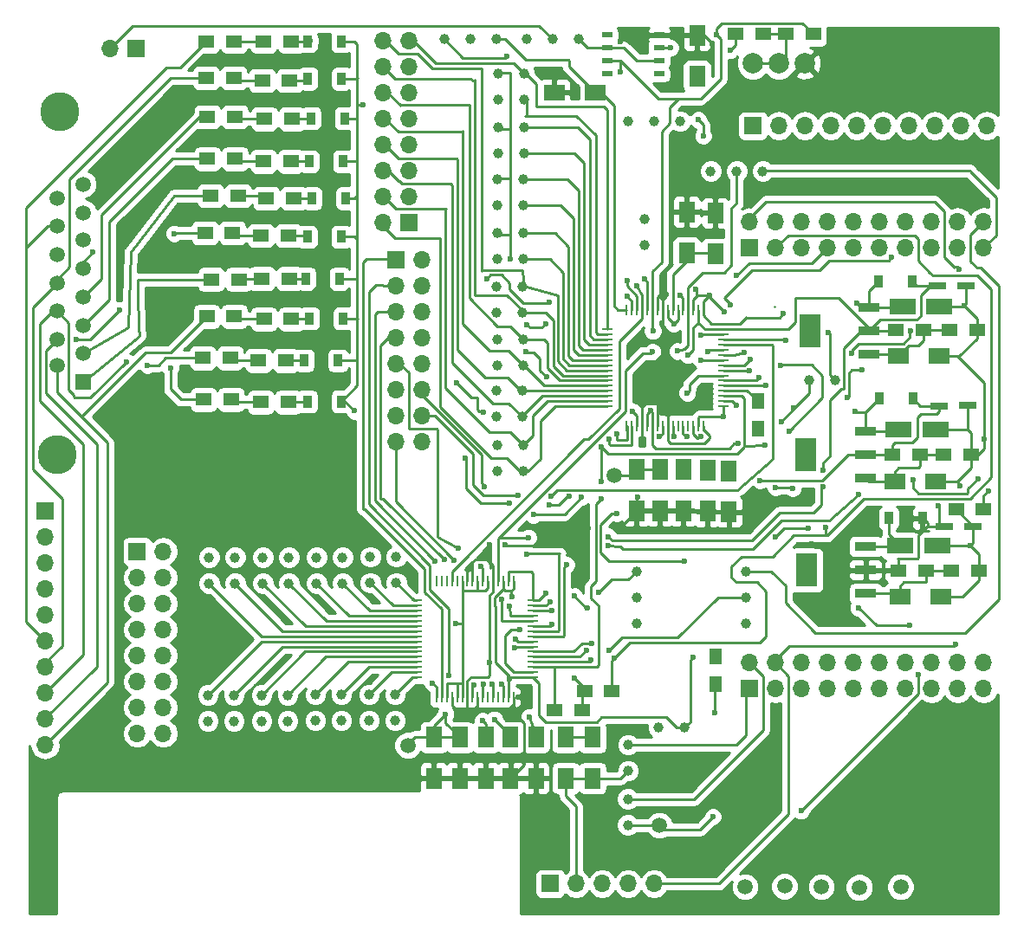
<source format=gbr>
G04 #@! TF.FileFunction,Copper,L1,Top,Signal*
%FSLAX46Y46*%
G04 Gerber Fmt 4.6, Leading zero omitted, Abs format (unit mm)*
G04 Created by KiCad (PCBNEW 4.0.6) date 06/27/17 09:13:31*
%MOMM*%
%LPD*%
G01*
G04 APERTURE LIST*
%ADD10C,0.100000*%
%ADD11R,0.270000X1.000000*%
%ADD12R,1.000000X0.270000*%
%ADD13R,1.300000X1.500000*%
%ADD14C,1.000000*%
%ADD15C,3.810000*%
%ADD16R,1.520000X1.520000*%
%ADD17C,1.520000*%
%ADD18R,1.600000X2.000000*%
%ADD19R,2.000000X1.600000*%
%ADD20R,2.600000X1.600000*%
%ADD21R,0.900000X1.200000*%
%ADD22R,1.700000X1.700000*%
%ADD23O,1.700000X1.700000*%
%ADD24R,1.500000X1.300000*%
%ADD25C,2.000000*%
%ADD26C,1.500000*%
%ADD27R,1.100000X0.510000*%
%ADD28R,2.150000X0.950000*%
%ADD29R,2.150000X3.250000*%
%ADD30R,1.800000X0.750000*%
%ADD31C,0.600000*%
%ADD32C,0.250000*%
%ADD33C,0.254000*%
G04 APERTURE END LIST*
D10*
D11*
X132673400Y-109778800D03*
X133173400Y-109778800D03*
X134173400Y-109778800D03*
X133673400Y-109778800D03*
X135673400Y-109778800D03*
X136173400Y-109778800D03*
X135173400Y-109778800D03*
X134673400Y-109778800D03*
X138673400Y-109778800D03*
X139173400Y-109778800D03*
X140173400Y-109778800D03*
X139673400Y-109778800D03*
X137673400Y-109778800D03*
X138173400Y-109778800D03*
X137173400Y-109778800D03*
X136673400Y-109778800D03*
D12*
X142100300Y-112193000D03*
X142100300Y-111693000D03*
X142100300Y-112693000D03*
X142100300Y-113193000D03*
X142100300Y-115193000D03*
X142100300Y-114693000D03*
X142100300Y-113693000D03*
X142100300Y-114193000D03*
X142100300Y-118193000D03*
X142100300Y-117693000D03*
X142100300Y-118693000D03*
X142100300Y-119193000D03*
X142100300Y-117193000D03*
X142100300Y-116693000D03*
X142100300Y-115693000D03*
X142100300Y-116193000D03*
D11*
X136673400Y-121119900D03*
X137173400Y-121119900D03*
X138173400Y-121119900D03*
X137673400Y-121119900D03*
X139673400Y-121119900D03*
X140173400Y-121119900D03*
X139173400Y-121119900D03*
X138673400Y-121119900D03*
X134673400Y-121119900D03*
X135173400Y-121119900D03*
X136173400Y-121119900D03*
X135673400Y-121119900D03*
X133673400Y-121119900D03*
X134173400Y-121119900D03*
X133173400Y-121119900D03*
D12*
X130746500Y-116193000D03*
X130746500Y-115693000D03*
X130746500Y-116693000D03*
X130746500Y-117193000D03*
X130746500Y-119193000D03*
X130746500Y-118693000D03*
X130746500Y-117693000D03*
X130746500Y-118193000D03*
X130746500Y-114193000D03*
X130746500Y-113693000D03*
X130746500Y-114693000D03*
X130746500Y-115193000D03*
X130746500Y-113193000D03*
X130746500Y-112693000D03*
X130746500Y-111693000D03*
X130746500Y-112193000D03*
D11*
X132673400Y-121119900D03*
X151253500Y-83273900D03*
X151753500Y-83273900D03*
X152753500Y-83273900D03*
X152253500Y-83273900D03*
X154253500Y-83273900D03*
X154753500Y-83273900D03*
X153753500Y-83273900D03*
X153253500Y-83273900D03*
X157253500Y-83273900D03*
X157753500Y-83273900D03*
X158753500Y-83273900D03*
X158253500Y-83273900D03*
X156253500Y-83273900D03*
X156753500Y-83273900D03*
X155753500Y-83273900D03*
X155253500Y-83273900D03*
D12*
X160680400Y-85688100D03*
X160680400Y-85188100D03*
X160680400Y-86188100D03*
X160680400Y-86688100D03*
X160680400Y-88688100D03*
X160680400Y-88188100D03*
X160680400Y-87188100D03*
X160680400Y-87688100D03*
X160680400Y-91688100D03*
X160680400Y-91188100D03*
X160680400Y-92188100D03*
X160680400Y-92688100D03*
X160680400Y-90688100D03*
X160680400Y-90188100D03*
X160680400Y-89188100D03*
X160680400Y-89688100D03*
D11*
X155253500Y-94615000D03*
X155753500Y-94615000D03*
X156753500Y-94615000D03*
X156253500Y-94615000D03*
X158253500Y-94615000D03*
X158753500Y-94615000D03*
X157753500Y-94615000D03*
X157253500Y-94615000D03*
X153253500Y-94615000D03*
X153753500Y-94615000D03*
X154753500Y-94615000D03*
X154253500Y-94615000D03*
X152253500Y-94615000D03*
X152753500Y-94615000D03*
X151753500Y-94615000D03*
D12*
X149326600Y-89688100D03*
X149326600Y-89188100D03*
X149326600Y-90188100D03*
X149326600Y-90688100D03*
X149326600Y-92688100D03*
X149326600Y-92188100D03*
X149326600Y-91188100D03*
X149326600Y-91688100D03*
X149326600Y-87688100D03*
X149326600Y-87188100D03*
X149326600Y-88188100D03*
X149326600Y-88688100D03*
X149326600Y-86688100D03*
X149326600Y-86188100D03*
X149326600Y-85188100D03*
X149326600Y-85688100D03*
D11*
X151253500Y-94615000D03*
D13*
X159893000Y-117141000D03*
X159893000Y-119841000D03*
D14*
X138493500Y-56832500D03*
X135953500Y-56832500D03*
X133413500Y-56832500D03*
X141211300Y-65392300D03*
X141211300Y-67932300D03*
X138671300Y-67932300D03*
X138671300Y-65392300D03*
X141033500Y-80975200D03*
X141033500Y-83515200D03*
X138493500Y-83515200D03*
X138493500Y-80975200D03*
X141122400Y-86131400D03*
X141122400Y-88671400D03*
X138582400Y-88671400D03*
X138582400Y-86131400D03*
X141033500Y-91198700D03*
X141033500Y-93738700D03*
X138493500Y-93738700D03*
X138493500Y-91198700D03*
X141122400Y-96532700D03*
X141122400Y-99072700D03*
X138582400Y-99072700D03*
X138582400Y-96532700D03*
X141135100Y-75793600D03*
X141135100Y-78333600D03*
X138595100Y-78333600D03*
X138595100Y-75793600D03*
D15*
X95817500Y-63877000D03*
X95567500Y-97407000D03*
D16*
X98107500Y-90297000D03*
D17*
X98107500Y-87507000D03*
X98107500Y-84837000D03*
X98107500Y-82047000D03*
X98107500Y-79247000D03*
X98107500Y-76457000D03*
X98107500Y-73787000D03*
X98107500Y-70997000D03*
X95567500Y-88727000D03*
X95567500Y-86187000D03*
X95567500Y-83387000D03*
X95567500Y-80647000D03*
X95567500Y-77897000D03*
X95567500Y-75107000D03*
X95567500Y-72367000D03*
D18*
X156781500Y-98901500D03*
X156781500Y-102901500D03*
X161226500Y-99028500D03*
X161226500Y-103028500D03*
X157099000Y-73692000D03*
X157099000Y-77692000D03*
X137477500Y-125063500D03*
X137477500Y-129063500D03*
X134937500Y-129063500D03*
X134937500Y-125063500D03*
X159131000Y-98965000D03*
X159131000Y-102965000D03*
X152209500Y-102901500D03*
X152209500Y-98901500D03*
X159905700Y-73806300D03*
X159905700Y-77806300D03*
X132397500Y-129063500D03*
X132397500Y-125063500D03*
X139890500Y-125063500D03*
X139890500Y-129063500D03*
X158115000Y-60420000D03*
X158115000Y-56420000D03*
X142367000Y-125063500D03*
X142367000Y-129063500D03*
X145288000Y-129063500D03*
X145288000Y-125063500D03*
X147891500Y-129063500D03*
X147891500Y-125063500D03*
D19*
X177800250Y-87788750D03*
X181800250Y-87788750D03*
D20*
X181782750Y-82988250D03*
X178182750Y-82988250D03*
D19*
X177451000Y-100076000D03*
X181451000Y-100076000D03*
X177959000Y-111315500D03*
X181959000Y-111315500D03*
X144177000Y-62039500D03*
X148177000Y-62039500D03*
D18*
X154495500Y-102901500D03*
X154495500Y-98901500D03*
D21*
X123163600Y-80225900D03*
X119863600Y-80225900D03*
X123785900Y-72377300D03*
X120485900Y-72377300D03*
X123544600Y-84112100D03*
X120244600Y-84112100D03*
X123354100Y-92240100D03*
X120054100Y-92240100D03*
X123493800Y-68757800D03*
X120193800Y-68757800D03*
X123671600Y-64541400D03*
X120371600Y-64541400D03*
X123023900Y-88226900D03*
X119723900Y-88226900D03*
X123316000Y-57023000D03*
X120016000Y-57023000D03*
X123379500Y-60667900D03*
X120079500Y-60667900D03*
X123316000Y-76136500D03*
X120016000Y-76136500D03*
X175864250Y-80486250D03*
X179164250Y-80486250D03*
X175896000Y-91948000D03*
X179196000Y-91948000D03*
X176848500Y-103632000D03*
X180148500Y-103632000D03*
D14*
X152971500Y-74422000D03*
X152971500Y-76962000D03*
X151384000Y-125793500D03*
X151384000Y-128333500D03*
X151367000Y-131115000D03*
X151367000Y-133655000D03*
X169037000Y-90170000D03*
X171577000Y-90170000D03*
X154381200Y-124117100D03*
X156921200Y-124117100D03*
X141478000Y-56832500D03*
X144018000Y-56832500D03*
X146558000Y-56832500D03*
X151384000Y-64833500D03*
X153924000Y-64833500D03*
X156464000Y-64833500D03*
X162877500Y-113919000D03*
X162877500Y-111379000D03*
X162877500Y-108839000D03*
X152209500Y-108839000D03*
X152209500Y-111379000D03*
X152209500Y-113919000D03*
X159448500Y-69723000D03*
X161988500Y-69723000D03*
X164528500Y-69723000D03*
D22*
X163576000Y-65278000D03*
D23*
X166116000Y-65278000D03*
X168656000Y-65278000D03*
X171196000Y-65278000D03*
X173736000Y-65278000D03*
X176276000Y-65278000D03*
X178816000Y-65278000D03*
X181356000Y-65278000D03*
X183896000Y-65278000D03*
X186436000Y-65278000D03*
D22*
X143764000Y-139382500D03*
D23*
X146304000Y-139382500D03*
X148844000Y-139382500D03*
X151384000Y-139382500D03*
X153924000Y-139382500D03*
D22*
X103251000Y-57721500D03*
D23*
X100711000Y-57721500D03*
D24*
X169498000Y-56324500D03*
X166798000Y-56324500D03*
D25*
X166116000Y-59182000D03*
X163576000Y-59182000D03*
X168656000Y-59182000D03*
D24*
X164608500Y-56324500D03*
X161908500Y-56324500D03*
D13*
X164045900Y-94923600D03*
X164045900Y-92223600D03*
D24*
X146917000Y-122385000D03*
X144217000Y-122385000D03*
X113338600Y-80289400D03*
X110638600Y-80289400D03*
X118291600Y-80225900D03*
X115591600Y-80225900D03*
X147113000Y-120523000D03*
X149813000Y-120523000D03*
X113262400Y-72123300D03*
X110562400Y-72123300D03*
X118723400Y-72377300D03*
X116023400Y-72377300D03*
X112970300Y-68503800D03*
X110270300Y-68503800D03*
X118431300Y-68757800D03*
X115731300Y-68757800D03*
X182768250Y-85248750D03*
X185468250Y-85248750D03*
X112957600Y-64414400D03*
X110257600Y-64414400D03*
X118545600Y-64604900D03*
X115845600Y-64604900D03*
X112729000Y-75755500D03*
X110029000Y-75755500D03*
X118190000Y-76009500D03*
X115490000Y-76009500D03*
X177561250Y-85248750D03*
X180261250Y-85248750D03*
X182228500Y-97472500D03*
X184928500Y-97472500D03*
X112856000Y-60604400D03*
X110156000Y-60604400D03*
X118317000Y-60858400D03*
X115617000Y-60858400D03*
X182990500Y-108775500D03*
X185690500Y-108775500D03*
X177212000Y-97472500D03*
X179912000Y-97472500D03*
X112500400Y-87972900D03*
X109800400Y-87972900D03*
X117961400Y-88226900D03*
X115261400Y-88226900D03*
X177783500Y-108775500D03*
X180483500Y-108775500D03*
X118444000Y-57023000D03*
X115744000Y-57023000D03*
X112856000Y-57023000D03*
X110156000Y-57023000D03*
X112894100Y-83921600D03*
X110194100Y-83921600D03*
X118482100Y-84175600D03*
X115782100Y-84175600D03*
X112576600Y-92049600D03*
X109876600Y-92049600D03*
X118164600Y-92303600D03*
X115464600Y-92303600D03*
X186135000Y-102743000D03*
X183435000Y-102743000D03*
D26*
X150050500Y-99441000D03*
X129857500Y-125857000D03*
X162817000Y-139685000D03*
X166667000Y-139635000D03*
X170267000Y-139685000D03*
X173967000Y-139735000D03*
X154432000Y-133667500D03*
X178017000Y-139685000D03*
D27*
X149310500Y-60204500D03*
X149310500Y-58934500D03*
X149310500Y-57664500D03*
X149310500Y-56394500D03*
X154410500Y-56394500D03*
X154410500Y-57664500D03*
X154410500Y-58934500D03*
X154410500Y-60204500D03*
D28*
X174953250Y-87612250D03*
X174953250Y-85312250D03*
X174953250Y-83012250D03*
D29*
X169153250Y-85312250D03*
D28*
X174540500Y-99709000D03*
X174540500Y-97409000D03*
X174540500Y-95109000D03*
D29*
X168740500Y-97409000D03*
D28*
X174604000Y-111012000D03*
X174604000Y-108712000D03*
X174604000Y-106412000D03*
D29*
X168804000Y-108712000D03*
D14*
X141211300Y-60172600D03*
X141211300Y-62712600D03*
X138671300Y-62712600D03*
X138671300Y-60172600D03*
X141173200Y-70535800D03*
X141173200Y-73075800D03*
X138633200Y-73075800D03*
X138633200Y-70535800D03*
X128714500Y-109969300D03*
X126174500Y-109969300D03*
X126174500Y-107429300D03*
X128714500Y-107429300D03*
X123456700Y-110020100D03*
X120916700Y-110020100D03*
X120916700Y-107480100D03*
X123456700Y-107480100D03*
X118211600Y-110020100D03*
X115671600Y-110020100D03*
X115671600Y-107480100D03*
X118211600Y-107480100D03*
X112953800Y-110020100D03*
X110413800Y-110020100D03*
X110413800Y-107480100D03*
X112953800Y-107480100D03*
X110312200Y-120929400D03*
X112852200Y-120929400D03*
X112852200Y-123469400D03*
X110312200Y-123469400D03*
X115570000Y-120929400D03*
X118110000Y-120929400D03*
X118110000Y-123469400D03*
X115570000Y-123469400D03*
X120815100Y-120891300D03*
X123355100Y-120891300D03*
X123355100Y-123431300D03*
X120815100Y-123431300D03*
X126072900Y-120891300D03*
X128612900Y-120891300D03*
X128612900Y-123431300D03*
X126072900Y-123431300D03*
D22*
X103416100Y-106908600D03*
D23*
X105956100Y-106908600D03*
X103416100Y-109448600D03*
X105956100Y-109448600D03*
X103416100Y-111988600D03*
X105956100Y-111988600D03*
X103416100Y-114528600D03*
X105956100Y-114528600D03*
X103416100Y-117068600D03*
X105956100Y-117068600D03*
X103416100Y-119608600D03*
X105956100Y-119608600D03*
X103416100Y-122148600D03*
X105956100Y-122148600D03*
X103416100Y-124688600D03*
X105956100Y-124688600D03*
D22*
X129959100Y-74714100D03*
D23*
X127419100Y-74714100D03*
X129959100Y-72174100D03*
X127419100Y-72174100D03*
X129959100Y-69634100D03*
X127419100Y-69634100D03*
X129959100Y-67094100D03*
X127419100Y-67094100D03*
X129959100Y-64554100D03*
X127419100Y-64554100D03*
X129959100Y-62014100D03*
X127419100Y-62014100D03*
X129959100Y-59474100D03*
X127419100Y-59474100D03*
X129959100Y-56934100D03*
X127419100Y-56934100D03*
D22*
X163258500Y-120332500D03*
D23*
X163258500Y-117792500D03*
X165798500Y-120332500D03*
X165798500Y-117792500D03*
X168338500Y-120332500D03*
X168338500Y-117792500D03*
X170878500Y-120332500D03*
X170878500Y-117792500D03*
X173418500Y-120332500D03*
X173418500Y-117792500D03*
X175958500Y-120332500D03*
X175958500Y-117792500D03*
X178498500Y-120332500D03*
X178498500Y-117792500D03*
X181038500Y-120332500D03*
X181038500Y-117792500D03*
X183578500Y-120332500D03*
X183578500Y-117792500D03*
X186118500Y-120332500D03*
X186118500Y-117792500D03*
D30*
X184430750Y-80911750D03*
X181630750Y-80936750D03*
D20*
X181433500Y-94958000D03*
X177833500Y-94958000D03*
D30*
X184589500Y-92627500D03*
X181789500Y-92652500D03*
D20*
X177976500Y-106337000D03*
X181576500Y-106337000D03*
D30*
X182313500Y-104476500D03*
X185113500Y-104451500D03*
D22*
X163258500Y-77216000D03*
D23*
X163258500Y-74676000D03*
X165798500Y-77216000D03*
X165798500Y-74676000D03*
X168338500Y-77216000D03*
X168338500Y-74676000D03*
X170878500Y-77216000D03*
X170878500Y-74676000D03*
X173418500Y-77216000D03*
X173418500Y-74676000D03*
X175958500Y-77216000D03*
X175958500Y-74676000D03*
X178498500Y-77216000D03*
X178498500Y-74676000D03*
X181038500Y-77216000D03*
X181038500Y-74676000D03*
X183578500Y-77216000D03*
X183578500Y-74676000D03*
X186118500Y-77216000D03*
X186118500Y-74676000D03*
D22*
X128651000Y-78359000D03*
D23*
X131191000Y-78359000D03*
X128651000Y-80899000D03*
X131191000Y-80899000D03*
X128651000Y-83439000D03*
X131191000Y-83439000D03*
X128651000Y-85979000D03*
X131191000Y-85979000D03*
X128651000Y-88519000D03*
X131191000Y-88519000D03*
X128651000Y-91059000D03*
X131191000Y-91059000D03*
X128651000Y-93599000D03*
X131191000Y-93599000D03*
X128651000Y-96139000D03*
X131191000Y-96139000D03*
D22*
X94411800Y-102946200D03*
D23*
X94411800Y-105486200D03*
X94411800Y-108026200D03*
X94411800Y-110566200D03*
X94411800Y-113106200D03*
X94411800Y-115646200D03*
X94411800Y-118186200D03*
X94411800Y-120726200D03*
X94411800Y-123266200D03*
X94411800Y-125806200D03*
D31*
X156718000Y-98615500D03*
X155892500Y-95631000D03*
X156337000Y-86233000D03*
X159893000Y-73742800D03*
X157099000Y-73692000D03*
X152311100Y-101574600D03*
X152793700Y-96215200D03*
X181724300Y-102387400D03*
X155117800Y-81737200D03*
X156438600Y-81826100D03*
X159588200Y-57175400D03*
X144177000Y-62039500D03*
X150622000Y-57010300D03*
X150342600Y-104800400D03*
X147516850Y-104628950D03*
X137833100Y-106210100D03*
X139319000Y-106273600D03*
X165773100Y-105472801D03*
X169354500Y-106184700D03*
X169011600Y-104648000D03*
X164071300Y-104063800D03*
X137807700Y-117779800D03*
X161226500Y-98679000D03*
X158508700Y-95656400D03*
X153797000Y-85344000D03*
X153543000Y-93154500D03*
X151828500Y-93218000D03*
X150622000Y-59994800D03*
X125514100Y-63258700D03*
X124637800Y-93154500D03*
X134556500Y-113944400D03*
X174540500Y-97409000D03*
X164274500Y-99949000D03*
X162115500Y-96329500D03*
X155829000Y-84645500D03*
X160020000Y-56388000D03*
X157213300Y-87718900D03*
X146113500Y-119253000D03*
X163969700Y-95300800D03*
X165798500Y-100622100D03*
X167487600Y-100736400D03*
X159893000Y-117395000D03*
X177561250Y-85248750D03*
X148463000Y-110934500D03*
X147383500Y-112395000D03*
X146113500Y-111252000D03*
X143319500Y-110998000D03*
X170434000Y-100584000D03*
X170434000Y-98933000D03*
X149402800Y-105435400D03*
X157962600Y-81292700D03*
X159359600Y-81876900D03*
X185567000Y-99785000D03*
X179209700Y-99885500D03*
X139547600Y-58445400D03*
X160756600Y-83426300D03*
X150266400Y-103187500D03*
X156883100Y-107873800D03*
X166560500Y-83642200D03*
X174244000Y-89154000D03*
X172821600Y-91859100D03*
X170967400Y-85483700D03*
X158724600Y-66281300D03*
X158229300Y-64706500D03*
X157708600Y-117246400D03*
X140042900Y-111315500D03*
X160693100Y-93713300D03*
X139798750Y-119351750D03*
X186567000Y-100985000D03*
X158051500Y-60483500D03*
X137160000Y-123444000D03*
X137223500Y-119888000D03*
X154432000Y-98552000D03*
X154432000Y-95694500D03*
X136334500Y-119951500D03*
X133540500Y-122809000D03*
X159258000Y-98679000D03*
X157124400Y-95669100D03*
X138303000Y-123317000D03*
X138112500Y-119888000D03*
X152209500Y-80899000D03*
X120270000Y-56959500D03*
X120054100Y-92240100D03*
X112576600Y-92049600D03*
X141744700Y-123050300D03*
X139001500Y-119888000D03*
X120193800Y-68757800D03*
X112970300Y-68503800D03*
X120371600Y-64541400D03*
X119723900Y-88226900D03*
X120016000Y-76136500D03*
X183235600Y-102501700D03*
X183794400Y-100520500D03*
X182537100Y-111518700D03*
X183413400Y-115938300D03*
X186182000Y-95885000D03*
X183692800Y-79273400D03*
X183857900Y-80987900D03*
X184823000Y-106337000D03*
X184245250Y-82899250D03*
X178182750Y-82988250D03*
X173215300Y-87528400D03*
X178981100Y-85293200D03*
X159677100Y-132829300D03*
X168287700Y-132245100D03*
X179755800Y-118948200D03*
X178917600Y-114147600D03*
X173875700Y-112382300D03*
X173767000Y-82585000D03*
X173567000Y-93185000D03*
X174604000Y-106412000D03*
X119863600Y-80225900D03*
X120485900Y-72377300D03*
X120244600Y-84112100D03*
X120079500Y-60667900D03*
X113262400Y-72123300D03*
X112957600Y-64414400D03*
X112856000Y-60604400D03*
X112894100Y-83921600D03*
X112500400Y-87972900D03*
X113338600Y-80289400D03*
X113125000Y-57023000D03*
X112729000Y-75755500D03*
X143725900Y-111836200D03*
X163271200Y-89204800D03*
X140398500Y-115443000D03*
X147828000Y-115887500D03*
X164147500Y-89916000D03*
X164045900Y-92223600D03*
X170675300Y-104533700D03*
X150050500Y-117348000D03*
X147701000Y-117538500D03*
X158496000Y-85725000D03*
X162001200Y-79933800D03*
X157167000Y-91385000D03*
X177152300Y-78168500D03*
X161391600Y-82804000D03*
X140817600Y-114541300D03*
X161925000Y-92583000D03*
X162737800Y-87414100D03*
X159829500Y-122682000D03*
X140271500Y-116332000D03*
X107035600Y-75806300D03*
X99085400Y-77660500D03*
X106641900Y-88938100D03*
X101714300Y-83261200D03*
X97447100Y-86169500D03*
X104381300Y-88696800D03*
X102336600Y-88353900D03*
X132270500Y-119761000D03*
X133858000Y-118999000D03*
X137541000Y-80264000D03*
X150304500Y-95377000D03*
X143700500Y-82550000D03*
X141478000Y-84709000D03*
X143319500Y-84645500D03*
X149542500Y-95885000D03*
X140589000Y-101409500D03*
X143827500Y-101473000D03*
X139039600Y-111594900D03*
X133413500Y-107696000D03*
X166801800Y-86233000D03*
X167589200Y-92900500D03*
X144217000Y-122385000D03*
X166331900Y-94183200D03*
X164769800Y-96507300D03*
X148780500Y-101727000D03*
X148780500Y-100076000D03*
X148780500Y-96710500D03*
X143383000Y-89852500D03*
X141351000Y-87376000D03*
X143891000Y-112649000D03*
X173926500Y-101320600D03*
X149453600Y-106362500D03*
X139814300Y-112255300D03*
X132524500Y-107823000D03*
X135445500Y-97790000D03*
X137223500Y-93281500D03*
X134620000Y-90424000D03*
X145605500Y-101536500D03*
X143637000Y-102362000D03*
X139763500Y-102171500D03*
X158496000Y-88201500D03*
X146812000Y-101600000D03*
X137287000Y-100584000D03*
X142113000Y-103314500D03*
X159194500Y-87376000D03*
X134366000Y-107759500D03*
X145351500Y-108204000D03*
X141478000Y-107188000D03*
X134810500Y-106616500D03*
X151257000Y-80454500D03*
X164846000Y-90678000D03*
X147320000Y-116586000D03*
X149479000Y-116586000D03*
X141652000Y-105537000D03*
X153771600Y-87376000D03*
X156222700Y-87312500D03*
X151257000Y-81915000D03*
X155511500Y-57658000D03*
X161353500Y-57912000D03*
X152971500Y-80264000D03*
X166243000Y-88709500D03*
X143954500Y-114046000D03*
X167132000Y-95123000D03*
X163296600Y-88099900D03*
X136967000Y-108385000D03*
X139865100Y-78257400D03*
D32*
X165671500Y-82994500D02*
X165700400Y-82965600D01*
X155753500Y-94615000D02*
X155753500Y-95492000D01*
X156718000Y-98615500D02*
X156781500Y-98679000D01*
X155753500Y-95492000D02*
X155892500Y-95631000D01*
X156781500Y-98679000D02*
X156781500Y-98901500D01*
X155790900Y-86233000D02*
X156337000Y-86233000D01*
X155253500Y-86808500D02*
X155253500Y-86770400D01*
X155253500Y-92456000D02*
X155253500Y-86808500D01*
X155253500Y-86770400D02*
X155790900Y-86233000D01*
X154753500Y-83273900D02*
X154753500Y-87638700D01*
X153797000Y-92278200D02*
X153619200Y-92456000D01*
X153797000Y-88633300D02*
X153797000Y-92278200D01*
X153847800Y-88582500D02*
X153797000Y-88633300D01*
X153847800Y-88544400D02*
X153847800Y-88582500D01*
X154753500Y-87638700D02*
X153847800Y-88544400D01*
X159893000Y-73742800D02*
X159905700Y-73755500D01*
X159905700Y-73755500D02*
X159905700Y-73806300D01*
X152753500Y-94615000D02*
X152753500Y-96175000D01*
X152209500Y-101676200D02*
X152209500Y-102901500D01*
X152311100Y-101574600D02*
X152209500Y-101676200D01*
X152753500Y-96175000D02*
X152793700Y-96215200D01*
X180657500Y-104476500D02*
X180657500Y-104141000D01*
X180657500Y-104141000D02*
X180148500Y-103632000D01*
X181762400Y-102425500D02*
X181762400Y-104476500D01*
X181724300Y-102387400D02*
X181762400Y-102425500D01*
X158753500Y-94615000D02*
X158753500Y-94936000D01*
X158753500Y-94936000D02*
X159359600Y-95542100D01*
X159359600Y-95542100D02*
X159359600Y-95821500D01*
X159359600Y-95821500D02*
X158831702Y-96349398D01*
X158831702Y-96349398D02*
X155544098Y-96349398D01*
X155544098Y-96349398D02*
X155253500Y-96058800D01*
X155253500Y-96058800D02*
X155253500Y-94615000D01*
X156753500Y-83273900D02*
X156753500Y-82141000D01*
X154673300Y-81927700D02*
X154753500Y-81927700D01*
X154927300Y-81927700D02*
X154673300Y-81927700D01*
X155117800Y-81737200D02*
X154927300Y-81927700D01*
X156753500Y-82141000D02*
X156438600Y-81826100D01*
X154253500Y-83273900D02*
X154253500Y-82017300D01*
X154753500Y-82007900D02*
X154753500Y-81927700D01*
X154753500Y-81927700D02*
X154753500Y-83273900D01*
X154622500Y-81876900D02*
X154753500Y-82007900D01*
X154393900Y-81876900D02*
X154622500Y-81876900D01*
X154253500Y-82017300D02*
X154393900Y-81876900D01*
X154253500Y-94615000D02*
X154253500Y-92736100D01*
X154253500Y-92736100D02*
X154533600Y-92456000D01*
X155253500Y-92456000D02*
X154533600Y-92456000D01*
X154533600Y-92456000D02*
X153619200Y-92456000D01*
X153619200Y-92456000D02*
X153060400Y-92456000D01*
X153060400Y-92456000D02*
X152753500Y-92762900D01*
X152753500Y-92762900D02*
X152753500Y-94615000D01*
X159588200Y-57175400D02*
X158832800Y-56420000D01*
X158832800Y-56420000D02*
X158115000Y-56420000D01*
X154410500Y-56394500D02*
X151237800Y-56394500D01*
X150622000Y-57010300D02*
X151237800Y-56394500D01*
X152209500Y-102901500D02*
X152209500Y-102933500D01*
X152209500Y-102933500D02*
X150342600Y-104800400D01*
X139395200Y-106349800D02*
X142849600Y-106349800D01*
X143192500Y-104495600D02*
X147383500Y-104495600D01*
X143014700Y-104317800D02*
X143192500Y-104495600D01*
X143014700Y-105613200D02*
X143014700Y-104317800D01*
X143040100Y-105638600D02*
X143014700Y-105613200D01*
X143040100Y-106159300D02*
X143040100Y-105638600D01*
X142849600Y-106349800D02*
X143040100Y-106159300D01*
X147383500Y-104495600D02*
X147516850Y-104628950D01*
X139395200Y-106349800D02*
X139319000Y-106273600D01*
X150279100Y-104863900D02*
X150190200Y-104863900D01*
X150342600Y-104800400D02*
X150279100Y-104863900D01*
X147516850Y-104628950D02*
X147523200Y-104635300D01*
X137261600Y-107657900D02*
X137261600Y-106781600D01*
X137261600Y-106781600D02*
X137833100Y-106210100D01*
X139319000Y-106273600D02*
X139395200Y-106349800D01*
X137261600Y-107657900D02*
X136448800Y-107657900D01*
X174604000Y-108712000D02*
X172758100Y-108712000D01*
X170561000Y-106514900D02*
X172758100Y-108712000D01*
X169684700Y-106514900D02*
X170561000Y-106514900D01*
X169354500Y-106184700D02*
X169684700Y-106514900D01*
X166597901Y-104648000D02*
X169011600Y-104648000D01*
X166597901Y-104648000D02*
X165773100Y-105472801D01*
X161226500Y-103028500D02*
X163036000Y-103028500D01*
X163036000Y-103028500D02*
X164071300Y-104063800D01*
X138173400Y-109778800D02*
X138173400Y-110848200D01*
X137807700Y-112222702D02*
X137807700Y-117779800D01*
X137807700Y-111213900D02*
X137807700Y-112222702D01*
X138173400Y-110848200D02*
X137807700Y-111213900D01*
X136169400Y-108686600D02*
X135775700Y-108686600D01*
X135673400Y-108788900D02*
X135673400Y-109778800D01*
X135775700Y-108686600D02*
X135673400Y-108788900D01*
X138173400Y-109778800D02*
X138173400Y-108264900D01*
X136169400Y-107937300D02*
X136169400Y-108686600D01*
X136448800Y-107657900D02*
X136169400Y-107937300D01*
X137566400Y-107657900D02*
X137261600Y-107657900D01*
X138173400Y-108264900D02*
X137566400Y-107657900D01*
X136173400Y-109778800D02*
X136173400Y-108690600D01*
X140173400Y-121742200D02*
X140173400Y-122634700D01*
X141185900Y-127768100D02*
X139890500Y-129063500D01*
X141185900Y-123647200D02*
X141185900Y-127768100D01*
X140173400Y-122634700D02*
X141185900Y-123647200D01*
X140173400Y-121119900D02*
X140173400Y-121742200D01*
X140173400Y-121742200D02*
X140173400Y-121840300D01*
X136080500Y-122428000D02*
X136080500Y-122402600D01*
X139585700Y-122428000D02*
X136080500Y-122428000D01*
X140173400Y-121840300D02*
X139585700Y-122428000D01*
X135673400Y-121119900D02*
X135673400Y-122402600D01*
X135661400Y-122339100D02*
X135661400Y-122402600D01*
X135661400Y-122390600D02*
X135661400Y-122339100D01*
X135673400Y-122402600D02*
X135661400Y-122390600D01*
X134173400Y-121119900D02*
X134173400Y-121956000D01*
X134173400Y-121956000D02*
X134620000Y-122402600D01*
X134620000Y-122402600D02*
X135661400Y-122402600D01*
X136673400Y-121962100D02*
X136673400Y-121119900D01*
X135661400Y-122402600D02*
X136080500Y-122402600D01*
X136080500Y-122402600D02*
X136232900Y-122402600D01*
X136232900Y-122402600D02*
X136673400Y-121962100D01*
X137807700Y-117779800D02*
X137807700Y-119024400D01*
X136022502Y-119189500D02*
X135673400Y-119538602D01*
X137642600Y-119189500D02*
X136022502Y-119189500D01*
X135673400Y-119538602D02*
X135673400Y-121119900D01*
X137807700Y-119024400D02*
X137642600Y-119189500D01*
X155253500Y-94615000D02*
X155253500Y-92456000D01*
X154749500Y-83277900D02*
X154753500Y-83273900D01*
X137807700Y-117779800D02*
X137814100Y-117779800D01*
X137814100Y-117779800D02*
X137807700Y-117779800D01*
X137807700Y-117779800D02*
X137814100Y-117779800D01*
X177736500Y-107632500D02*
X179641500Y-107632500D01*
X177783500Y-108775500D02*
X177783500Y-107679500D01*
X177736500Y-107632500D02*
X177783500Y-107679500D01*
X180575000Y-104476500D02*
X180657500Y-104476500D01*
X180657500Y-104476500D02*
X181762400Y-104476500D01*
X179768500Y-105283000D02*
X180575000Y-104476500D01*
X179768500Y-107505500D02*
X179768500Y-105283000D01*
X179641500Y-107632500D02*
X179768500Y-107505500D01*
X177783500Y-108775500D02*
X174667500Y-108775500D01*
X174667500Y-108775500D02*
X174604000Y-108712000D01*
X154410500Y-56394500D02*
X158089500Y-56394500D01*
X158089500Y-56394500D02*
X158115000Y-56420000D01*
X157753500Y-94615000D02*
X157753500Y-95396500D01*
X161226500Y-98679000D02*
X161226500Y-99028500D01*
X158178500Y-95821500D02*
X158508700Y-95656400D01*
X157753500Y-95396500D02*
X158178500Y-95821500D01*
X157099000Y-77692000D02*
X157099000Y-78486000D01*
X157099000Y-78486000D02*
X155753500Y-79831500D01*
X155753500Y-79831500D02*
X155753500Y-83273900D01*
X157099000Y-77692000D02*
X159791400Y-77692000D01*
X159791400Y-77692000D02*
X159905700Y-77806300D01*
X153797000Y-85344000D02*
X153753500Y-85300500D01*
X153753500Y-85300500D02*
X153753500Y-84308000D01*
X153753500Y-83273900D02*
X153753500Y-84308000D01*
X152253500Y-93643000D02*
X152253500Y-94615000D01*
X152253500Y-93643000D02*
X151828500Y-93218000D01*
X133673400Y-119818600D02*
X134673400Y-119818600D01*
X133673400Y-121119900D02*
X133673400Y-119818600D01*
X134680200Y-119811800D02*
X135191500Y-119811800D01*
X134673400Y-119818600D02*
X134680200Y-119811800D01*
X162115500Y-96329500D02*
X161747200Y-96329500D01*
X161747200Y-96329500D02*
X161277300Y-96799400D01*
X154052900Y-96799400D02*
X153753500Y-96500000D01*
X153753500Y-96119000D02*
X153753500Y-96500000D01*
X153753500Y-96119000D02*
X153753500Y-94615000D01*
X161277300Y-96799400D02*
X154052900Y-96799400D01*
X161366200Y-96799400D02*
X161277300Y-96799400D01*
X153753500Y-83273900D02*
X153753500Y-79494700D01*
X155486100Y-63449200D02*
X156324300Y-62611000D01*
X155486100Y-64973200D02*
X155486100Y-63449200D01*
X154647900Y-65811400D02*
X155486100Y-64973200D01*
X154647900Y-78600300D02*
X154647900Y-65811400D01*
X153753500Y-79494700D02*
X154647900Y-78600300D01*
X136673400Y-110705900D02*
X135216900Y-110705900D01*
X135216900Y-110705900D02*
X135173400Y-110749400D01*
X137673400Y-109778800D02*
X137673400Y-110446500D01*
X137414000Y-110705900D02*
X136673400Y-110705900D01*
X137673400Y-110446500D02*
X137414000Y-110705900D01*
X160020000Y-56388000D02*
X160020000Y-55765700D01*
X168405800Y-55232300D02*
X169498000Y-56324500D01*
X160553400Y-55232300D02*
X168405800Y-55232300D01*
X160020000Y-55765700D02*
X160553400Y-55232300D01*
X150622000Y-58934500D02*
X150628500Y-58934500D01*
X150622000Y-59994800D02*
X150622000Y-58934500D01*
X124904500Y-63207900D02*
X125463300Y-63207900D01*
X125463300Y-63207900D02*
X125514100Y-63258700D01*
X135191500Y-113982500D02*
X134594600Y-113982500D01*
X124637800Y-93154500D02*
X123723400Y-92240100D01*
X134594600Y-113982500D02*
X134556500Y-113944400D01*
X123723400Y-92240100D02*
X123354100Y-92240100D01*
X136673400Y-109778800D02*
X136673400Y-110705900D01*
X134673400Y-121119900D02*
X134673400Y-119771100D01*
X135173400Y-109778800D02*
X135173400Y-110749400D01*
X135173400Y-110749400D02*
X135173400Y-111206600D01*
X135173400Y-111206600D02*
X135191500Y-111224700D01*
X135191500Y-111224700D02*
X135191500Y-113982500D01*
X135191500Y-113982500D02*
X135191500Y-119811800D01*
X135191500Y-119811800D02*
X135191500Y-121101800D01*
X135191500Y-121101800D02*
X135173400Y-121119900D01*
X172847000Y-97409000D02*
X170307000Y-99949000D01*
X170307000Y-99949000D02*
X164274500Y-99949000D01*
X174540500Y-97409000D02*
X172847000Y-97409000D01*
X161988500Y-96456500D02*
X162115500Y-96329500D01*
X179641500Y-95758000D02*
X179641500Y-93789500D01*
X177212000Y-96536500D02*
X177482500Y-96266000D01*
X177482500Y-96266000D02*
X179133500Y-96266000D01*
X179133500Y-96266000D02*
X179641500Y-95758000D01*
X177212000Y-97472500D02*
X177212000Y-96536500D01*
X181789500Y-93229000D02*
X181789500Y-92652500D01*
X181546500Y-93472000D02*
X181789500Y-93229000D01*
X179959000Y-93472000D02*
X181546500Y-93472000D01*
X179641500Y-93789500D02*
X179959000Y-93472000D01*
X181789500Y-92652500D02*
X179900500Y-92652500D01*
X179900500Y-92652500D02*
X179196000Y-91948000D01*
X174540500Y-97409000D02*
X177148500Y-97409000D01*
X177148500Y-97409000D02*
X177212000Y-97472500D01*
X153253500Y-94615000D02*
X153253500Y-93444000D01*
X153753500Y-93365000D02*
X153543000Y-93154500D01*
X153753500Y-93365000D02*
X153753500Y-94615000D01*
X153253500Y-93444000D02*
X153543000Y-93154500D01*
X153253500Y-94615000D02*
X153253500Y-94135000D01*
X153253500Y-94135000D02*
X153225500Y-94107000D01*
X155253500Y-83273900D02*
X155253500Y-84070000D01*
X155253500Y-84070000D02*
X155829000Y-84645500D01*
X156253500Y-83273900D02*
X156253500Y-84221000D01*
X156253500Y-84221000D02*
X155829000Y-84645500D01*
X123379500Y-60667900D02*
X124904500Y-60667900D01*
X124968000Y-60579000D02*
X124904500Y-60579000D01*
X124968000Y-60604400D02*
X124968000Y-60579000D01*
X124904500Y-60667900D02*
X124968000Y-60604400D01*
X124904500Y-64579500D02*
X123709700Y-64579500D01*
X123709700Y-64579500D02*
X123671600Y-64541400D01*
X123493800Y-68757800D02*
X124904500Y-68757800D01*
X124904500Y-68757800D02*
X124904500Y-68707000D01*
X123785900Y-72377300D02*
X124663200Y-72377300D01*
X124841000Y-72263000D02*
X124904500Y-72263000D01*
X124904500Y-72199500D02*
X124841000Y-72263000D01*
X124904500Y-72136000D02*
X124904500Y-72199500D01*
X124663200Y-72377300D02*
X124904500Y-72136000D01*
X123316000Y-76136500D02*
X124587000Y-76136500D01*
X124587000Y-76136500D02*
X124904500Y-76454000D01*
X124904500Y-80264000D02*
X123201700Y-80264000D01*
X123201700Y-80264000D02*
X123163600Y-80225900D01*
X123544600Y-84112100D02*
X124904500Y-84112100D01*
X124968000Y-84137500D02*
X124904500Y-84137500D01*
X124929900Y-84137500D02*
X124968000Y-84137500D01*
X124904500Y-84112100D02*
X124929900Y-84137500D01*
X124904500Y-88201500D02*
X123049300Y-88201500D01*
X123049300Y-88201500D02*
X123023900Y-88226900D01*
X123316000Y-57023000D02*
X124587000Y-57023000D01*
X124904500Y-90689700D02*
X123354100Y-92240100D01*
X124904500Y-57340500D02*
X124904500Y-60579000D01*
X124904500Y-60579000D02*
X124904500Y-63207900D01*
X124904500Y-63207900D02*
X124904500Y-64579500D01*
X124904500Y-64579500D02*
X124904500Y-68707000D01*
X124904500Y-68707000D02*
X124904500Y-72263000D01*
X124904500Y-72263000D02*
X124904500Y-76454000D01*
X124904500Y-76454000D02*
X124904500Y-80264000D01*
X124904500Y-80264000D02*
X124904500Y-84137500D01*
X124904500Y-84137500D02*
X124904500Y-88201500D01*
X124904500Y-88201500D02*
X124904500Y-90689700D01*
X124587000Y-57023000D02*
X124904500Y-57340500D01*
X149310500Y-58934500D02*
X150628500Y-58934500D01*
X150628500Y-58934500D02*
X154305000Y-62611000D01*
X154305000Y-62611000D02*
X156324300Y-62611000D01*
X156324300Y-62611000D02*
X158496000Y-62611000D01*
X160401000Y-56769000D02*
X160020000Y-56388000D01*
X160401000Y-60706000D02*
X160401000Y-56769000D01*
X158496000Y-62611000D02*
X160401000Y-60706000D01*
X165671500Y-85188100D02*
X167021200Y-85188100D01*
X167703500Y-84505800D02*
X167703500Y-82105500D01*
X167021200Y-85188100D02*
X167703500Y-84505800D01*
X171958000Y-82105500D02*
X167703500Y-82105500D01*
X171958000Y-82105500D02*
X174953250Y-85100750D01*
X172453300Y-90970100D02*
X172186600Y-90970100D01*
X171081700Y-92075000D02*
X171081700Y-97586800D01*
X172186600Y-90970100D02*
X171081700Y-92075000D01*
X139673400Y-109778800D02*
X139673400Y-108903700D01*
X142100300Y-109054900D02*
X142100300Y-111693000D01*
X141922500Y-108877100D02*
X142100300Y-109054900D01*
X139700000Y-108877100D02*
X141922500Y-108877100D01*
X139673400Y-108903700D02*
X139700000Y-108877100D01*
X157747223Y-86485290D02*
X157747223Y-87184977D01*
X157747223Y-87184977D02*
X157213300Y-87718900D01*
X146113500Y-119253000D02*
X147113000Y-120252500D01*
X147113000Y-120252500D02*
X147113000Y-120523000D01*
X163969700Y-95300800D02*
X164045900Y-95224600D01*
X167373300Y-100622100D02*
X165798500Y-100622100D01*
X167487600Y-100736400D02*
X167373300Y-100622100D01*
X164045900Y-95224600D02*
X164045900Y-94923600D01*
X157767000Y-85022200D02*
X158253500Y-84535700D01*
X157747223Y-86485290D02*
X157767000Y-85022200D01*
X157747223Y-86485290D02*
X157747223Y-86485290D01*
X146917000Y-122385000D02*
X146917000Y-120719000D01*
X146917000Y-120719000D02*
X147113000Y-120523000D01*
X177497750Y-85312250D02*
X177561250Y-85248750D01*
X151384000Y-109664500D02*
X152209500Y-108839000D01*
X149733000Y-109664500D02*
X151384000Y-109664500D01*
X148463000Y-110934500D02*
X149733000Y-109664500D01*
X147256500Y-112395000D02*
X147383500Y-112395000D01*
X146113500Y-111252000D02*
X147256500Y-112395000D01*
X142624500Y-111693000D02*
X142100300Y-111693000D01*
X143319500Y-110998000D02*
X142624500Y-111693000D01*
X163512500Y-105791000D02*
X149860000Y-105791000D01*
X174148750Y-85312250D02*
X172453300Y-87007700D01*
X169481500Y-103124000D02*
X166179500Y-103124000D01*
X170243500Y-102362000D02*
X169481500Y-103124000D01*
X170243500Y-100774500D02*
X170243500Y-102362000D01*
X170434000Y-100584000D02*
X170243500Y-100774500D01*
X170434000Y-98234500D02*
X170434000Y-98933000D01*
X171081700Y-97586800D02*
X170434000Y-98234500D01*
X172453300Y-87007700D02*
X172453300Y-90970100D01*
X163512500Y-105791000D02*
X166179500Y-103124000D01*
X149860000Y-105791000D02*
X149402800Y-105435400D01*
X174953250Y-85312250D02*
X174148750Y-85312250D01*
X174953250Y-85312250D02*
X174953250Y-85100750D01*
X181630750Y-80936750D02*
X180937250Y-80936750D01*
X180937250Y-80936750D02*
X179990750Y-81883250D01*
X176032750Y-84232750D02*
X174953250Y-85312250D01*
X179609750Y-84232750D02*
X176032750Y-84232750D01*
X179990750Y-83851750D02*
X179609750Y-84232750D01*
X179990750Y-81883250D02*
X179990750Y-83851750D01*
X181630750Y-80936750D02*
X179614750Y-80936750D01*
X179614750Y-80936750D02*
X179164250Y-80486250D01*
X174953250Y-85312250D02*
X177497750Y-85312250D01*
X160680400Y-85188100D02*
X165671500Y-85188100D01*
X165671500Y-85188100D02*
X165700400Y-85188100D01*
X160680400Y-85188100D02*
X158905900Y-85188100D01*
X158253500Y-84535700D02*
X158253500Y-83273900D01*
X158905900Y-85188100D02*
X158253500Y-84535700D01*
X158051500Y-81381600D02*
X158051500Y-81965800D01*
X157962600Y-81292700D02*
X158051500Y-81381600D01*
X157753500Y-83273900D02*
X157753500Y-82263800D01*
X157753500Y-82263800D02*
X158051500Y-81965800D01*
X158051500Y-81965800D02*
X158140400Y-81876900D01*
X158140400Y-81876900D02*
X159359600Y-81876900D01*
X179209700Y-100634800D02*
X179209700Y-99885500D01*
X179781200Y-101206300D02*
X179209700Y-100634800D01*
X184518300Y-101206300D02*
X179781200Y-101206300D01*
X184607200Y-101117400D02*
X184518300Y-101206300D01*
X184607200Y-100744800D02*
X184607200Y-101117400D01*
X184607200Y-100744800D02*
X185567000Y-99785000D01*
X139547600Y-58445400D02*
X139344400Y-58648600D01*
X139344400Y-58648600D02*
X135229600Y-58648600D01*
X135229600Y-58648600D02*
X133413500Y-56832500D01*
X158753500Y-82483000D02*
X159359600Y-81876900D01*
X158753500Y-82483000D02*
X158753500Y-83273900D01*
X159359600Y-82029300D02*
X159359600Y-81876900D01*
X160756600Y-83426300D02*
X159359600Y-82029300D01*
X150266400Y-103187500D02*
X149745700Y-103187500D01*
X149517100Y-107873800D02*
X156883100Y-107873800D01*
X148659002Y-107015702D02*
X149517100Y-107873800D01*
X148659002Y-104274198D02*
X148659002Y-107015702D01*
X149745700Y-103187500D02*
X148659002Y-104274198D01*
X162883850Y-84016850D02*
X166173150Y-84016850D01*
X166173150Y-84016850D02*
X166547800Y-83642200D01*
X166560500Y-83642200D02*
X166624000Y-83578700D01*
X158753500Y-83273900D02*
X158753500Y-83836200D01*
X158753500Y-83836200D02*
X159537400Y-84620100D01*
X159537400Y-84620100D02*
X162280600Y-84620100D01*
X162280600Y-84620100D02*
X162883850Y-84016850D01*
X162883850Y-84016850D02*
X162890200Y-84010500D01*
X174244000Y-89154000D02*
X174231300Y-89141300D01*
X174231300Y-89141300D02*
X173253400Y-89141300D01*
X173253400Y-89141300D02*
X172961300Y-89433400D01*
X172961300Y-89433400D02*
X172961300Y-91719400D01*
X172961300Y-91719400D02*
X172821600Y-91859100D01*
X171069000Y-89662000D02*
X171577000Y-90170000D01*
X171069000Y-85585300D02*
X171069000Y-89662000D01*
X170967400Y-85483700D02*
X171069000Y-85585300D01*
X156921200Y-124117100D02*
X156133800Y-124117100D01*
X142659100Y-119751800D02*
X142100300Y-119193000D01*
X142659100Y-122897900D02*
X142659100Y-119751800D01*
X143319500Y-123558300D02*
X142659100Y-122897900D01*
X148297900Y-123558300D02*
X143319500Y-123558300D01*
X148755100Y-123101100D02*
X148297900Y-123558300D01*
X155117800Y-123101100D02*
X148755100Y-123101100D01*
X156133800Y-124117100D02*
X155117800Y-123101100D01*
X158724600Y-65201800D02*
X158724600Y-66281300D01*
X158229300Y-64706500D02*
X158724600Y-65201800D01*
X157480000Y-123558300D02*
X156921200Y-124117100D01*
X157480000Y-117475000D02*
X157480000Y-123558300D01*
X157708600Y-117246400D02*
X157480000Y-117475000D01*
X138303000Y-112191800D02*
X138303000Y-111442500D01*
X138442700Y-112331500D02*
X138303000Y-112191800D01*
X138442700Y-117716300D02*
X138442700Y-112331500D01*
X139798750Y-119072350D02*
X138442700Y-117716300D01*
X139798750Y-119351750D02*
X139798750Y-119072350D01*
X138303000Y-111442500D02*
X139173400Y-110572100D01*
X139966700Y-110744000D02*
X139966700Y-111239300D01*
X139966700Y-111239300D02*
X140042900Y-111315500D01*
X140173400Y-109778800D02*
X140173400Y-110537300D01*
X140173400Y-110537300D02*
X139966700Y-110744000D01*
X139173400Y-109778800D02*
X139173400Y-110572100D01*
X139345300Y-110744000D02*
X139573000Y-110744000D01*
X139173400Y-110572100D02*
X139345300Y-110744000D01*
X139573000Y-110744000D02*
X139966700Y-110744000D01*
X158253500Y-94615000D02*
X158253500Y-93790700D01*
X158330900Y-93713300D02*
X160693100Y-93713300D01*
X158253500Y-93790700D02*
X158330900Y-93713300D01*
X160680400Y-92688100D02*
X160680400Y-93700600D01*
X160680400Y-93700600D02*
X160693100Y-93713300D01*
X142100300Y-119193000D02*
X139957500Y-119193000D01*
X139957500Y-119193000D02*
X139798750Y-119351750D01*
X139673400Y-119477100D02*
X139673400Y-121119900D01*
X139798750Y-119351750D02*
X139673400Y-119477100D01*
X186567000Y-100985000D02*
X186135000Y-101417000D01*
X186135000Y-101417000D02*
X186135000Y-102743000D01*
X158051500Y-60483500D02*
X158115000Y-60420000D01*
X137173400Y-121119900D02*
X137173400Y-119938100D01*
X137477500Y-123761500D02*
X137477500Y-125063500D01*
X137160000Y-123444000D02*
X137477500Y-123761500D01*
X137173400Y-119938100D02*
X137223500Y-119888000D01*
X150050500Y-99441000D02*
X151670000Y-99441000D01*
X151670000Y-99441000D02*
X152209500Y-98901500D01*
X154495500Y-98901500D02*
X152209500Y-98901500D01*
X154753500Y-94615000D02*
X154753500Y-95373000D01*
X154432000Y-98552000D02*
X154495500Y-98615500D01*
X154753500Y-95373000D02*
X154432000Y-95694500D01*
X154495500Y-98615500D02*
X154495500Y-98901500D01*
X133540500Y-122809000D02*
X133540500Y-123666500D01*
X133540500Y-123666500D02*
X134937500Y-125063500D01*
X136173400Y-121119900D02*
X136173400Y-120112600D01*
X136173400Y-120112600D02*
X136334500Y-119951500D01*
X132397500Y-123952000D02*
X132397500Y-125063500D01*
X133540500Y-122809000D02*
X132397500Y-123952000D01*
X132397500Y-125063500D02*
X134937500Y-125063500D01*
X129857500Y-125857000D02*
X129857500Y-125730000D01*
X129857500Y-125730000D02*
X130524000Y-125063500D01*
X130524000Y-125063500D02*
X132397500Y-125063500D01*
X156753500Y-94615000D02*
X156753500Y-95412500D01*
X159258000Y-98679000D02*
X159131000Y-98806000D01*
X157060900Y-95669100D02*
X157124400Y-95669100D01*
X156753500Y-95412500D02*
X157060900Y-95669100D01*
X159131000Y-98806000D02*
X159131000Y-98965000D01*
X138173400Y-121119900D02*
X138173400Y-119948900D01*
X138303000Y-123317000D02*
X139890500Y-124904500D01*
X138173400Y-119948900D02*
X138112500Y-119888000D01*
X139890500Y-124904500D02*
X139890500Y-125063500D01*
X152753500Y-83273900D02*
X152753500Y-84101500D01*
X134173400Y-108841100D02*
X134173400Y-109778800D01*
X147066000Y-95948500D02*
X134173400Y-108841100D01*
X147510500Y-95948500D02*
X147066000Y-95948500D01*
X150495000Y-92964000D02*
X147510500Y-95948500D01*
X150495000Y-86360000D02*
X150495000Y-92964000D01*
X152753500Y-84101500D02*
X150495000Y-86360000D01*
X152753500Y-83273900D02*
X152753500Y-81879000D01*
X152753500Y-81879000D02*
X152209500Y-80899000D01*
X118444000Y-57023000D02*
X120206500Y-57023000D01*
X118164600Y-92303600D02*
X119990600Y-92303600D01*
X119990600Y-92303600D02*
X120054100Y-92240100D01*
X115464600Y-92303600D02*
X112830600Y-92303600D01*
X112830600Y-92303600D02*
X112576600Y-92049600D01*
X139173400Y-121119900D02*
X139173400Y-120059900D01*
X141744700Y-123050300D02*
X142367000Y-125063500D01*
X139173400Y-120059900D02*
X139001500Y-119888000D01*
X118431300Y-68757800D02*
X120193800Y-68757800D01*
X145288000Y-125063500D02*
X147891500Y-125063500D01*
X115731300Y-68757800D02*
X113224300Y-68757800D01*
X113224300Y-68757800D02*
X112970300Y-68503800D01*
X118545600Y-64604900D02*
X120308100Y-64604900D01*
X120308100Y-64604900D02*
X120371600Y-64541400D01*
X117961400Y-88226900D02*
X119723900Y-88226900D01*
X118190000Y-76009500D02*
X119889000Y-76009500D01*
X119889000Y-76009500D02*
X120016000Y-76136500D01*
X180261250Y-85248750D02*
X180261250Y-86273650D01*
X178835300Y-86753700D02*
X177800250Y-87788750D01*
X179781200Y-86753700D02*
X178835300Y-86753700D01*
X180261250Y-86273650D02*
X179781200Y-86753700D01*
X180261250Y-85248750D02*
X182768250Y-85248750D01*
X174953250Y-87612250D02*
X177623750Y-87612250D01*
X177623750Y-87612250D02*
X177787550Y-87776050D01*
X183235600Y-102501700D02*
X183435000Y-102701100D01*
X183667400Y-100393500D02*
X183794400Y-100520500D01*
X183667400Y-99987100D02*
X183667400Y-100393500D01*
X183730900Y-87960200D02*
X183559450Y-87788750D01*
X183540400Y-87782400D02*
X183540400Y-87788750D01*
X183546750Y-87788750D02*
X183540400Y-87782400D01*
X183559450Y-87788750D02*
X183546750Y-87788750D01*
X181433500Y-94958000D02*
X184556500Y-94958000D01*
X183435000Y-102701100D02*
X183435000Y-102743000D01*
X165798500Y-117792500D02*
X165798500Y-117475000D01*
X165798500Y-117475000D02*
X167106600Y-116166900D01*
X182537100Y-111518700D02*
X182333900Y-111315500D01*
X183184800Y-116166900D02*
X183413400Y-115938300D01*
X167106600Y-116166900D02*
X183184800Y-116166900D01*
X182333900Y-111315500D02*
X181959000Y-111315500D01*
X153924000Y-139382500D02*
X160261300Y-139382500D01*
X167081200Y-119075200D02*
X165798500Y-117792500D01*
X167081200Y-132562600D02*
X167081200Y-119075200D01*
X160261300Y-139382500D02*
X167081200Y-132562600D01*
X186182000Y-95885000D02*
X186182000Y-90411300D01*
X186182000Y-96837500D02*
X186182000Y-95885000D01*
X185547000Y-97472500D02*
X186182000Y-96837500D01*
X186182000Y-90411300D02*
X183730900Y-87960200D01*
X183730900Y-87960200D02*
X183705500Y-87934800D01*
X183515000Y-79095600D02*
X183692800Y-79273400D01*
X183222900Y-79095600D02*
X183515000Y-79095600D01*
X183857900Y-80987900D02*
X183934050Y-80911750D01*
X183934050Y-80911750D02*
X184430750Y-80911750D01*
X163258500Y-74676000D02*
X163258500Y-74333100D01*
X163258500Y-74333100D02*
X164858700Y-72732900D01*
X182270400Y-78143100D02*
X183222900Y-79095600D01*
X183222900Y-79095600D02*
X183248300Y-79121000D01*
X182270400Y-73647300D02*
X182270400Y-78143100D01*
X181356000Y-72732900D02*
X182270400Y-73647300D01*
X164858700Y-72732900D02*
X181356000Y-72732900D01*
X185113500Y-104451500D02*
X185113500Y-104421500D01*
X185113500Y-104421500D02*
X183435000Y-102743000D01*
X184928500Y-95330000D02*
X184556500Y-94958000D01*
X184928500Y-97472500D02*
X184928500Y-95330000D01*
X184928500Y-97472500D02*
X185547000Y-97472500D01*
X185113500Y-104451500D02*
X185113500Y-106046500D01*
X185113500Y-106046500D02*
X184823000Y-106337000D01*
X184086500Y-111315500D02*
X181959000Y-111315500D01*
X184823000Y-106337000D02*
X181576500Y-106337000D01*
X181959000Y-111315500D02*
X182943500Y-111315500D01*
X184556500Y-94958000D02*
X184556500Y-92660500D01*
X184556500Y-92660500D02*
X184589500Y-92627500D01*
X181451000Y-100076000D02*
X183578500Y-100076000D01*
X184928500Y-98726000D02*
X184928500Y-97472500D01*
X183578500Y-100076000D02*
X183667400Y-99987100D01*
X183667400Y-99987100D02*
X184928500Y-98726000D01*
X184430750Y-80911750D02*
X184430750Y-82713750D01*
X184430750Y-82713750D02*
X184245250Y-82899250D01*
X184245250Y-82899250D02*
X184156250Y-82988250D01*
X184334250Y-82988250D02*
X184156250Y-82988250D01*
X184156250Y-82988250D02*
X181782750Y-82988250D01*
X185468250Y-84122250D02*
X184334250Y-82988250D01*
X181800250Y-87788750D02*
X183540400Y-87788750D01*
X183540400Y-87788750D02*
X183737250Y-87788750D01*
X183737250Y-87788750D02*
X185468250Y-86057750D01*
X185468250Y-86057750D02*
X185468250Y-85248750D01*
X185468250Y-85248750D02*
X185468250Y-84122250D01*
X185690500Y-108775500D02*
X185690500Y-109711500D01*
X185690500Y-109711500D02*
X184086500Y-111315500D01*
X185690500Y-108775500D02*
X185690500Y-107204500D01*
X185690500Y-108775500D02*
X185881500Y-108775500D01*
X185690500Y-107204500D02*
X184823000Y-106337000D01*
X178158750Y-83012250D02*
X178182750Y-82988250D01*
X173215300Y-87261700D02*
X173215300Y-87528400D01*
X173901100Y-86575900D02*
X173215300Y-87261700D01*
X178282600Y-86575900D02*
X173901100Y-86575900D01*
X178904900Y-85953600D02*
X178282600Y-86575900D01*
X178904900Y-85369400D02*
X178904900Y-85953600D01*
X178981100Y-85293200D02*
X178904900Y-85369400D01*
X154432000Y-133667500D02*
X151379500Y-133667500D01*
X151379500Y-133667500D02*
X151367000Y-133655000D01*
X158445200Y-134061200D02*
X154825700Y-134061200D01*
X159677100Y-132829300D02*
X158445200Y-134061200D01*
X179717700Y-120815100D02*
X168287700Y-132245100D01*
X179717700Y-118986300D02*
X179717700Y-120815100D01*
X179755800Y-118948200D02*
X179717700Y-118986300D01*
X175641000Y-114147600D02*
X178917600Y-114147600D01*
X173875700Y-112382300D02*
X175641000Y-114147600D01*
X154825700Y-134061200D02*
X154432000Y-133667500D01*
X173767000Y-82585000D02*
X174194250Y-83012250D01*
X174194250Y-83012250D02*
X174953250Y-83012250D01*
X173685500Y-93303500D02*
X174540500Y-93303500D01*
X173567000Y-93185000D02*
X173685500Y-93303500D01*
X174540500Y-95109000D02*
X174540500Y-93303500D01*
X174540500Y-93303500D02*
X175896000Y-91948000D01*
X174540500Y-95109000D02*
X177682500Y-95109000D01*
X177682500Y-95109000D02*
X177833500Y-94958000D01*
X174953250Y-83012250D02*
X174953250Y-81397250D01*
X174953250Y-81397250D02*
X175864250Y-80486250D01*
X174953250Y-83012250D02*
X178158750Y-83012250D01*
X179912000Y-97472500D02*
X182228500Y-97472500D01*
X177451000Y-100076000D02*
X177451000Y-99091500D01*
X179912000Y-98535500D02*
X179912000Y-97472500D01*
X179705000Y-98742500D02*
X179912000Y-98535500D01*
X177800000Y-98742500D02*
X179705000Y-98742500D01*
X177451000Y-99091500D02*
X177800000Y-98742500D01*
X177451000Y-100076000D02*
X174907500Y-100076000D01*
X174907500Y-100076000D02*
X174540500Y-99709000D01*
X182990500Y-108775500D02*
X180483500Y-108775500D01*
X177959000Y-111315500D02*
X177959000Y-110267500D01*
X180483500Y-109871500D02*
X180483500Y-108775500D01*
X180530500Y-109918500D02*
X180483500Y-109871500D01*
X178308000Y-109918500D02*
X180530500Y-109918500D01*
X177959000Y-110267500D02*
X178308000Y-109918500D01*
X174604000Y-111012000D02*
X177655500Y-111012000D01*
X177655500Y-111012000D02*
X177959000Y-111315500D01*
X177901500Y-106412000D02*
X174604000Y-106412000D01*
X176848500Y-103632000D02*
X176848500Y-105209000D01*
X176848500Y-105209000D02*
X177976500Y-106337000D01*
X177901500Y-106412000D02*
X177976500Y-106337000D01*
X118291600Y-80225900D02*
X119863600Y-80225900D01*
X118723400Y-72377300D02*
X120485900Y-72377300D01*
X118482100Y-84175600D02*
X120181100Y-84175600D01*
X120181100Y-84175600D02*
X120244600Y-84112100D01*
X118317000Y-60858400D02*
X119889000Y-60858400D01*
X119889000Y-60858400D02*
X120079500Y-60667900D01*
X113262400Y-72123300D02*
X115769400Y-72123300D01*
X115769400Y-72123300D02*
X116023400Y-72377300D01*
X115845600Y-64604900D02*
X113148100Y-64604900D01*
X113148100Y-64604900D02*
X112957600Y-64414400D01*
X115617000Y-60858400D02*
X113110000Y-60858400D01*
X113110000Y-60858400D02*
X112856000Y-60604400D01*
X115782100Y-84175600D02*
X113148100Y-84175600D01*
X113148100Y-84175600D02*
X112894100Y-83921600D01*
X115261400Y-88226900D02*
X112754400Y-88226900D01*
X112754400Y-88226900D02*
X112500400Y-87972900D01*
X115591600Y-80225900D02*
X113402100Y-80225900D01*
X113402100Y-80225900D02*
X113338600Y-80289400D01*
X113125000Y-57023000D02*
X112856000Y-57023000D01*
X112856000Y-57023000D02*
X115744000Y-57023000D01*
X115490000Y-76009500D02*
X112983000Y-76009500D01*
X112983000Y-76009500D02*
X112729000Y-75755500D01*
X129959100Y-56934100D02*
X130378200Y-56934100D01*
X130378200Y-56934100D02*
X132575300Y-59131200D01*
X140169900Y-59131200D02*
X141211300Y-60172600D01*
X132575300Y-59131200D02*
X140169900Y-59131200D01*
X142430500Y-63373000D02*
X148971000Y-63373000D01*
X149161500Y-63563500D02*
X149326600Y-63728600D01*
X149326600Y-85188100D02*
X149326600Y-63728600D01*
X142430500Y-61214000D02*
X142430500Y-63373000D01*
X142430500Y-61214000D02*
X141389100Y-60172600D01*
X148971000Y-63373000D02*
X149161500Y-63563500D01*
X141211300Y-60172600D02*
X141389100Y-60172600D01*
X130835400Y-58254900D02*
X130848100Y-58254900D01*
X132245100Y-59651900D02*
X137045700Y-59651900D01*
X130848100Y-58254900D02*
X132245100Y-59651900D01*
X141097000Y-80327500D02*
X141097000Y-80962500D01*
X145385600Y-89188100D02*
X149326600Y-89188100D01*
X144526000Y-88328500D02*
X145385600Y-89188100D01*
X144526000Y-81876900D02*
X144526000Y-88328500D01*
X141097000Y-80962500D02*
X144526000Y-81876900D01*
X128968500Y-58254900D02*
X130835400Y-58254900D01*
X137045700Y-79476600D02*
X137109200Y-79413100D01*
X127647700Y-56934100D02*
X128968500Y-58254900D01*
X137045700Y-59651900D02*
X137045700Y-79476600D01*
X137109200Y-79413100D02*
X141058900Y-79413100D01*
X141058900Y-79413100D02*
X141097000Y-80327500D01*
X127419100Y-56934100D02*
X127647700Y-56934100D01*
X141478000Y-64300100D02*
X141478000Y-62979300D01*
X141478000Y-62979300D02*
X141211300Y-62712600D01*
X141338300Y-64300100D02*
X141478000Y-64300100D01*
X141478000Y-64300100D02*
X146342100Y-64300100D01*
X148426100Y-85688100D02*
X149326600Y-85688100D01*
X148209000Y-85471000D02*
X148426100Y-85688100D01*
X148209000Y-66167000D02*
X148209000Y-85471000D01*
X146342100Y-64300100D02*
X148209000Y-66167000D01*
X141033500Y-83515200D02*
X143306800Y-83515200D01*
X144996600Y-89688100D02*
X149326600Y-89688100D01*
X144075998Y-88767498D02*
X144996600Y-89688100D01*
X144075998Y-84284398D02*
X144075998Y-88767498D01*
X143306800Y-83515200D02*
X144075998Y-84284398D01*
X128644650Y-60699650D02*
X131337050Y-60699650D01*
X131337050Y-60699650D02*
X131343400Y-60693300D01*
X141033500Y-83515200D02*
X141033500Y-83286600D01*
X141033500Y-83286600D02*
X139560300Y-81813400D01*
X139560300Y-81813400D02*
X136398000Y-81813400D01*
X136398000Y-60833000D02*
X136169400Y-60833000D01*
X136169400Y-60833000D02*
X136029700Y-60693300D01*
X136029700Y-60693300D02*
X131343400Y-60693300D01*
X128651000Y-60706000D02*
X128644650Y-60699650D01*
X128644650Y-60699650D02*
X127419100Y-59474100D01*
X131343400Y-60693300D02*
X131279900Y-60693300D01*
X136398000Y-81813400D02*
X136398000Y-60833000D01*
X136398000Y-60833000D02*
X136436100Y-60794900D01*
X136398000Y-81813400D02*
X136359900Y-81813400D01*
X141211300Y-65392300D02*
X146443700Y-65392300D01*
X148037100Y-86188100D02*
X149326600Y-86188100D01*
X147637500Y-85788500D02*
X148037100Y-86188100D01*
X147637500Y-66586100D02*
X147637500Y-85788500D01*
X146443700Y-65392300D02*
X147637500Y-66586100D01*
X135851900Y-82118200D02*
X138595100Y-84861400D01*
X138595100Y-84861400D02*
X139852400Y-84861400D01*
X135851900Y-63258700D02*
X135851900Y-82118200D01*
X149326600Y-90188100D02*
X144698400Y-90188100D01*
X143154400Y-86131400D02*
X141122400Y-86131400D01*
X143510000Y-86487000D02*
X143154400Y-86131400D01*
X143510000Y-88999700D02*
X143510000Y-86487000D01*
X144698400Y-90188100D02*
X143510000Y-88999700D01*
X129089150Y-63226950D02*
X131730750Y-63226950D01*
X131762500Y-63258700D02*
X135851900Y-63258700D01*
X139852400Y-84861400D02*
X141122400Y-86131400D01*
X131730750Y-63226950D02*
X131762500Y-63258700D01*
X127876300Y-62014100D02*
X129089150Y-63226950D01*
X129089150Y-63226950D02*
X129133600Y-63271400D01*
X127419100Y-62014100D02*
X127876300Y-62014100D01*
X149326600Y-86688100D02*
X147563400Y-86688100D01*
X146100800Y-67932300D02*
X141211300Y-67932300D01*
X147066000Y-68897500D02*
X146100800Y-67932300D01*
X147066000Y-86190700D02*
X147066000Y-68897500D01*
X147563400Y-86688100D02*
X147066000Y-86190700D01*
X141122400Y-88671400D02*
X141122400Y-88607900D01*
X143139100Y-90624600D02*
X149326600Y-90688100D01*
X141122400Y-88607900D02*
X143139100Y-90624600D01*
X128905000Y-65836800D02*
X131521200Y-65836800D01*
X135178800Y-65824100D02*
X131533900Y-65824100D01*
X128905000Y-65836800D02*
X127622300Y-64554100D01*
X131521200Y-65836800D02*
X131533900Y-65824100D01*
X139738100Y-87287100D02*
X141122400Y-88671400D01*
X137795000Y-87287100D02*
X139738100Y-87287100D01*
X135178800Y-84670900D02*
X137795000Y-87287100D01*
X135178800Y-65824100D02*
X135178800Y-84670900D01*
X127419100Y-64554100D02*
X127622300Y-64554100D01*
X135178800Y-65824100D02*
X135204200Y-65798700D01*
X149326600Y-87188100D02*
X147005100Y-87188100D01*
X145465800Y-70535800D02*
X141173200Y-70535800D01*
X146558000Y-71628000D02*
X145465800Y-70535800D01*
X146558000Y-86741000D02*
X146558000Y-71628000D01*
X147005100Y-87188100D02*
X146558000Y-86741000D01*
X141033500Y-91198700D02*
X149316000Y-91198700D01*
X149316000Y-91198700D02*
X149326600Y-91188100D01*
X131813300Y-68453000D02*
X134607300Y-68453000D01*
X137426700Y-89916000D02*
X134696200Y-87185500D01*
X139585700Y-89916000D02*
X137426700Y-89916000D01*
X139585700Y-89916000D02*
X140868400Y-91198700D01*
X134696200Y-68541900D02*
X134696200Y-87185500D01*
X134607300Y-68453000D02*
X134696200Y-68541900D01*
X141033500Y-91198700D02*
X140868400Y-91198700D01*
X131889500Y-68453000D02*
X131813300Y-68453000D01*
X131813300Y-68453000D02*
X128955800Y-68453000D01*
X128955800Y-68453000D02*
X127596900Y-67094100D01*
X127596900Y-67094100D02*
X127419100Y-67094100D01*
X141173200Y-73075800D02*
X144792700Y-73075800D01*
X146552600Y-87688100D02*
X149326600Y-87688100D01*
X146050000Y-87185500D02*
X146552600Y-87688100D01*
X146050000Y-74333100D02*
X146050000Y-87185500D01*
X144792700Y-73075800D02*
X146050000Y-74333100D01*
X149326600Y-91688100D02*
X143007900Y-91688100D01*
X143007900Y-91688100D02*
X141033500Y-93662500D01*
X141033500Y-93662500D02*
X141033500Y-93738700D01*
X134200900Y-88493600D02*
X134200900Y-71107300D01*
X128930400Y-70650100D02*
X129019300Y-70650100D01*
X127914400Y-69634100D02*
X128930400Y-70650100D01*
X129019300Y-70650100D02*
X129298700Y-70929500D01*
X129298700Y-70929500D02*
X131406900Y-70929500D01*
X134200900Y-88493600D02*
X138150600Y-92443300D01*
X138150600Y-92443300D02*
X139738100Y-92443300D01*
X139738100Y-92443300D02*
X141033500Y-93738700D01*
X134023100Y-70929500D02*
X131406900Y-70929500D01*
X134200900Y-71107300D02*
X134023100Y-70929500D01*
X127419100Y-69634100D02*
X127914400Y-69634100D01*
X149326600Y-88188100D02*
X145973100Y-88188100D01*
X144246600Y-75793600D02*
X141135100Y-75793600D01*
X145542000Y-77089000D02*
X144246600Y-75793600D01*
X145542000Y-87757000D02*
X145542000Y-77089000D01*
X145973100Y-88188100D02*
X145542000Y-87757000D01*
X149326600Y-92188100D02*
X143523900Y-92188100D01*
X142049500Y-95605600D02*
X141122400Y-96532700D01*
X142049500Y-93662500D02*
X142049500Y-95605600D01*
X143523900Y-92188100D02*
X142049500Y-93662500D01*
X133553200Y-73406000D02*
X133553200Y-90932000D01*
X139827000Y-95237300D02*
X141122400Y-96532700D01*
X137858500Y-95237300D02*
X139827000Y-95237300D01*
X133553200Y-90932000D02*
X137858500Y-95237300D01*
X127419100Y-72174100D02*
X127469900Y-72174100D01*
X127469900Y-72174100D02*
X128701800Y-73406000D01*
X128701800Y-73406000D02*
X133553200Y-73406000D01*
X133553200Y-73406000D02*
X133604000Y-73355200D01*
X141135100Y-78333600D02*
X143738600Y-78333600D01*
X145647600Y-88688100D02*
X149326600Y-88688100D01*
X145034000Y-88074500D02*
X145647600Y-88688100D01*
X145034000Y-79629000D02*
X145034000Y-88074500D01*
X143738600Y-78333600D02*
X145034000Y-79629000D01*
X149326600Y-92688100D02*
X144230400Y-92688100D01*
X142811500Y-97853500D02*
X141592300Y-99072700D01*
X142811500Y-94107000D02*
X142811500Y-97853500D01*
X144230400Y-92688100D02*
X142811500Y-94107000D01*
X141592300Y-99072700D02*
X141122400Y-99072700D01*
X132994400Y-76301600D02*
X128638300Y-76301600D01*
X128638300Y-76301600D02*
X127419100Y-75082400D01*
X127419100Y-75082400D02*
X127419100Y-74714100D01*
X141122400Y-99072700D02*
X140792200Y-99072700D01*
X140792200Y-99072700D02*
X139496800Y-97777300D01*
X139496800Y-97777300D02*
X137998200Y-97777300D01*
X137998200Y-97777300D02*
X132994400Y-92773500D01*
X132994400Y-92773500D02*
X132994400Y-76301600D01*
X132994400Y-76301600D02*
X132981700Y-76288900D01*
X151384000Y-125793500D02*
X161988500Y-125793500D01*
X162877500Y-124904500D02*
X162877500Y-120713500D01*
X161988500Y-125793500D02*
X162877500Y-124904500D01*
X162877500Y-120713500D02*
X163258500Y-120332500D01*
X151367000Y-131115000D02*
X157837000Y-131115000D01*
X164567000Y-119101000D02*
X163258500Y-117792500D01*
X164567000Y-124385000D02*
X164567000Y-119101000D01*
X157837000Y-131115000D02*
X164567000Y-124385000D01*
X143369100Y-112193000D02*
X142100300Y-112193000D01*
X143725900Y-111836200D02*
X143369100Y-112193000D01*
X160680400Y-89188100D02*
X163254500Y-89188100D01*
X163254500Y-89188100D02*
X163271200Y-89204800D01*
X142100300Y-115693000D02*
X140648500Y-115693000D01*
X140648500Y-115693000D02*
X140398500Y-115443000D01*
X162877500Y-108839000D02*
X165354000Y-108839000D01*
X184848500Y-75946000D02*
X186118500Y-74676000D01*
X184848500Y-78549500D02*
X184848500Y-75946000D01*
X185483500Y-79184500D02*
X184848500Y-78549500D01*
X185864500Y-79184500D02*
X185483500Y-79184500D01*
X187579000Y-80899000D02*
X185864500Y-79184500D01*
X187579000Y-111569500D02*
X187579000Y-80899000D01*
X184277000Y-114871500D02*
X187579000Y-111569500D01*
X169672000Y-114871500D02*
X184277000Y-114871500D01*
X166751000Y-111950500D02*
X169672000Y-114871500D01*
X166751000Y-110236000D02*
X166751000Y-111950500D01*
X165354000Y-108839000D02*
X166751000Y-110236000D01*
X142100300Y-116693000D02*
X146070000Y-116693000D01*
X146875500Y-115887500D02*
X147828000Y-115887500D01*
X146070000Y-116693000D02*
X146875500Y-115887500D01*
X163875400Y-90188100D02*
X164147500Y-89916000D01*
X160680400Y-90188100D02*
X163875400Y-90188100D01*
X164846000Y-113614200D02*
X164846000Y-115201700D01*
X160909000Y-115811300D02*
X160909000Y-115824000D01*
X164236400Y-115811300D02*
X160909000Y-115811300D01*
X164846000Y-115201700D02*
X164236400Y-115811300D01*
X185508900Y-79908400D02*
X181165500Y-79908400D01*
X179374800Y-75984100D02*
X179743100Y-76352400D01*
X179743100Y-76352400D02*
X179743100Y-78486000D01*
X179743100Y-78486000D02*
X180886100Y-79629000D01*
X179362100Y-75984100D02*
X167030400Y-75984100D01*
X165798500Y-77216000D02*
X167030400Y-75984100D01*
X186880500Y-81280000D02*
X185508900Y-79908400D01*
X186880500Y-99644200D02*
X186880500Y-81280000D01*
X184797700Y-101727000D02*
X186880500Y-99644200D01*
X174434500Y-101727000D02*
X184797700Y-101727000D01*
X170827700Y-105333800D02*
X174434500Y-101727000D01*
X170827700Y-105333800D02*
X170662600Y-105333800D01*
X179362100Y-75984100D02*
X179374800Y-75984100D01*
X181165500Y-79908400D02*
X180886100Y-79629000D01*
X163010400Y-91188100D02*
X164045900Y-92223600D01*
X160680400Y-91188100D02*
X163010400Y-91188100D01*
X170662600Y-104546400D02*
X170662600Y-105333800D01*
X170675300Y-104533700D02*
X170662600Y-104546400D01*
X149813000Y-120523000D02*
X149813000Y-117585500D01*
X149813000Y-117585500D02*
X150050500Y-117348000D01*
X147828000Y-117538500D02*
X147701000Y-117538500D01*
X147673500Y-117693000D02*
X147828000Y-117538500D01*
X142100300Y-117693000D02*
X147673500Y-117693000D01*
X167589200Y-105333800D02*
X170662600Y-105333800D01*
X165481000Y-107442000D02*
X167589200Y-105333800D01*
X162433000Y-107442000D02*
X165481000Y-107442000D01*
X161480500Y-108394500D02*
X162433000Y-107442000D01*
X161480500Y-109474000D02*
X161480500Y-108394500D01*
X161925000Y-109918500D02*
X161480500Y-109474000D01*
X163957000Y-109918500D02*
X161925000Y-109918500D01*
X164846000Y-110807500D02*
X163957000Y-109918500D01*
X164846000Y-113665000D02*
X164846000Y-113614200D01*
X164846000Y-113614200D02*
X164846000Y-110807500D01*
X151574500Y-115824000D02*
X160909000Y-115824000D01*
X150050500Y-117348000D02*
X151574500Y-115824000D01*
X160909000Y-115824000D02*
X161086800Y-115824000D01*
X158496000Y-85725000D02*
X158532900Y-85688100D01*
X158532900Y-85688100D02*
X160680400Y-85688100D01*
X169354500Y-78740000D02*
X170878500Y-77216000D01*
X163195000Y-78740000D02*
X169354500Y-78740000D01*
X162001200Y-79933800D02*
X163195000Y-78740000D01*
X158260800Y-89688100D02*
X160680400Y-89688100D01*
X157367000Y-90581900D02*
X158260800Y-89688100D01*
X157367000Y-91185000D02*
X157367000Y-90581900D01*
X157167000Y-91385000D02*
X157367000Y-91185000D01*
X176872900Y-78447900D02*
X177152300Y-78168500D01*
X171018200Y-78447900D02*
X176872900Y-78447900D01*
X170091100Y-79375000D02*
X171018200Y-78447900D01*
X163525200Y-79375000D02*
X170091100Y-79375000D01*
X160756600Y-82143600D02*
X163525200Y-79375000D01*
X161429700Y-82765900D02*
X160756600Y-82143600D01*
X161391600Y-82804000D02*
X161429700Y-82765900D01*
X142100300Y-118693000D02*
X140232200Y-118693000D01*
X139966700Y-114541300D02*
X140817600Y-114541300D01*
X139395200Y-115112800D02*
X139966700Y-114541300D01*
X139395200Y-117856000D02*
X139395200Y-115112800D01*
X140232200Y-118693000D02*
X139395200Y-117856000D01*
X160680400Y-92188100D02*
X161530100Y-92188100D01*
X161530100Y-92188100D02*
X161925000Y-92583000D01*
X160680400Y-87688100D02*
X161739900Y-87688100D01*
X161739900Y-87688100D02*
X162737800Y-87414100D01*
X184785000Y-69659500D02*
X184785000Y-69723000D01*
X187325000Y-76009500D02*
X186118500Y-77216000D01*
X187325000Y-72263000D02*
X187325000Y-76009500D01*
X184785000Y-69723000D02*
X187325000Y-72263000D01*
X164655500Y-69659500D02*
X184785000Y-69659500D01*
X184785000Y-69659500D02*
X184785000Y-69659500D01*
X159829500Y-120095000D02*
X159829500Y-122682000D01*
X142100300Y-116193000D02*
X140410500Y-116193000D01*
X140410500Y-116193000D02*
X140271500Y-116332000D01*
X140283500Y-116320000D02*
X140271500Y-116332000D01*
X103581200Y-84963000D02*
X103606600Y-85801200D01*
X103479600Y-80289400D02*
X103428800Y-81635600D01*
X103428800Y-81635600D02*
X103581200Y-84963000D01*
X110638600Y-80289400D02*
X103479600Y-80289400D01*
X103606600Y-85801200D02*
X98107500Y-90297000D01*
X110562400Y-72123300D02*
X106984800Y-72123300D01*
X102527100Y-84950300D02*
X98107500Y-87507000D01*
X102768400Y-77622400D02*
X102527100Y-84950300D01*
X106984800Y-72123300D02*
X102768400Y-77622400D01*
X110270300Y-68503800D02*
X106832400Y-68503800D01*
X100698300Y-82246200D02*
X98107500Y-84837000D01*
X100698300Y-74637900D02*
X100698300Y-82246200D01*
X106832400Y-68503800D02*
X100698300Y-74637900D01*
X110257600Y-64414400D02*
X109474000Y-64414400D01*
X99936300Y-80218200D02*
X98107500Y-82047000D01*
X99936300Y-73952100D02*
X99936300Y-80218200D01*
X109474000Y-64414400D02*
X99936300Y-73952100D01*
X98107500Y-79247000D02*
X98107500Y-78638400D01*
X98107500Y-78638400D02*
X99085400Y-77660500D01*
X107086400Y-75755500D02*
X110029000Y-75755500D01*
X107035600Y-75806300D02*
X107086400Y-75755500D01*
X136652000Y-55499000D02*
X142684500Y-55499000D01*
X142684500Y-55499000D02*
X144018000Y-56832500D01*
X100711000Y-57721500D02*
X102933500Y-55499000D01*
X102933500Y-55499000D02*
X136652000Y-55499000D01*
X136652000Y-55499000D02*
X136842500Y-55499000D01*
X97986850Y-93719650D02*
X97986850Y-93694250D01*
X106676200Y-87439500D02*
X110194100Y-83921600D01*
X104241600Y-87439500D02*
X106676200Y-87439500D01*
X97986850Y-93694250D02*
X104241600Y-87439500D01*
X95567500Y-88727000D02*
X95567500Y-91300300D01*
X100507800Y-119710200D02*
X94411800Y-125806200D01*
X100507800Y-96240600D02*
X100507800Y-119710200D01*
X95567500Y-91300300D02*
X97986850Y-93719650D01*
X97986850Y-93719650D02*
X100507800Y-96240600D01*
X107657900Y-92049600D02*
X109876600Y-92049600D01*
X106641900Y-91033600D02*
X107657900Y-92049600D01*
X106641900Y-88938100D02*
X106641900Y-91033600D01*
X98780600Y-86194900D02*
X101714300Y-83261200D01*
X97472500Y-86194900D02*
X98780600Y-86194900D01*
X97447100Y-86169500D02*
X97472500Y-86194900D01*
X94411800Y-123266200D02*
X94411800Y-123177300D01*
X94411800Y-123177300D02*
X99441000Y-118148100D01*
X99441000Y-118148100D02*
X99441000Y-96405700D01*
X99441000Y-96405700D02*
X94480802Y-91445502D01*
X94480802Y-91445502D02*
X94480802Y-87273698D01*
X94480802Y-87273698D02*
X95567500Y-86187000D01*
X97167700Y-91782900D02*
X97167700Y-91567000D01*
X106184700Y-87972900D02*
X105460800Y-88696800D01*
X105460800Y-88696800D02*
X104381300Y-88696800D01*
X102336600Y-88353900D02*
X98831400Y-91859100D01*
X98831400Y-91859100D02*
X97243900Y-91859100D01*
X97243900Y-91859100D02*
X97167700Y-91782900D01*
X109800400Y-87972900D02*
X106184700Y-87972900D01*
X96723200Y-84542700D02*
X95567500Y-83387000D01*
X96723200Y-91122500D02*
X96723200Y-84542700D01*
X97167700Y-91567000D02*
X96723200Y-91122500D01*
X95567500Y-83387000D02*
X95149600Y-83387000D01*
X95149600Y-83387000D02*
X93891100Y-84645500D01*
X93891100Y-84645500D02*
X93891100Y-92214700D01*
X93891100Y-92214700D02*
X98107500Y-96431100D01*
X98107500Y-96431100D02*
X98107500Y-117030500D01*
X98107500Y-117030500D02*
X94411800Y-120726200D01*
X96774000Y-70485000D02*
X96774000Y-79095600D01*
X106654600Y-60604400D02*
X96774000Y-70485000D01*
X110156000Y-60604400D02*
X106654600Y-60604400D01*
X96774000Y-79095600D02*
X95567500Y-80302100D01*
X95567500Y-80302100D02*
X95567500Y-80647000D01*
X94411800Y-118186200D02*
X94411800Y-117792500D01*
X94411800Y-117792500D02*
X96088200Y-116116100D01*
X96088200Y-116116100D02*
X96088200Y-101765100D01*
X96088200Y-101765100D02*
X93192600Y-98869500D01*
X93192600Y-98869500D02*
X93192600Y-83021900D01*
X93192600Y-83021900D02*
X95567500Y-80647000D01*
X95567500Y-77897000D02*
X95419900Y-77897000D01*
X95567500Y-77897000D02*
X95260302Y-77897000D01*
X92506800Y-77228700D02*
X92506800Y-73342500D01*
X107590600Y-59588400D02*
X110156000Y-57023000D01*
X106260900Y-59588400D02*
X107590600Y-59588400D01*
X92506800Y-73342500D02*
X106260900Y-59588400D01*
X95567500Y-75107000D02*
X94628500Y-75107000D01*
X92506800Y-113741200D02*
X94411800Y-115646200D01*
X92506800Y-77228700D02*
X92506800Y-113741200D01*
X94628500Y-75107000D02*
X92506800Y-77228700D01*
X128651000Y-80899000D02*
X127444500Y-80899000D01*
X132673400Y-120163900D02*
X132673400Y-121119900D01*
X132270500Y-119761000D02*
X132673400Y-120163900D01*
X133858000Y-112522000D02*
X133858000Y-118999000D01*
X132017199Y-110681199D02*
X133858000Y-112522000D01*
X132017199Y-108268199D02*
X132017199Y-110681199D01*
X126047500Y-102298500D02*
X132017199Y-108268199D01*
X126047500Y-81534000D02*
X126047500Y-102298500D01*
X126720600Y-80860900D02*
X126047500Y-81534000D01*
X127406400Y-80860900D02*
X126720600Y-80860900D01*
X127444500Y-80899000D02*
X127406400Y-80860900D01*
X127381000Y-78320900D02*
X128612900Y-78320900D01*
X128612900Y-78320900D02*
X128651000Y-78359000D01*
X125476000Y-102743000D02*
X125603000Y-102743000D01*
X133173400Y-112535900D02*
X131508500Y-110871000D01*
X131508500Y-110871000D02*
X131508500Y-108648500D01*
X131508500Y-108648500D02*
X125666500Y-102806500D01*
X133173400Y-112535900D02*
X133173400Y-121119900D01*
X125603000Y-102743000D02*
X125666500Y-102806500D01*
X127406400Y-78320900D02*
X127381000Y-78320900D01*
X127381000Y-78320900D02*
X125831600Y-78320900D01*
X125476000Y-78676500D02*
X125476000Y-102743000D01*
X125831600Y-78320900D02*
X125476000Y-78676500D01*
X151257000Y-94618500D02*
X151257000Y-96012000D01*
X141097000Y-82613500D02*
X143637000Y-82613500D01*
X139763500Y-81280000D02*
X141097000Y-82613500D01*
X138684000Y-79863102D02*
X138981602Y-79863102D01*
X137541000Y-80264000D02*
X137941898Y-79863102D01*
X137941898Y-79863102D02*
X138684000Y-79863102D01*
X138981602Y-79863102D02*
X139763500Y-80645000D01*
X139763500Y-80645000D02*
X139763500Y-81280000D01*
X150241000Y-95440500D02*
X150241000Y-96012000D01*
X150304500Y-95377000D02*
X150241000Y-95440500D01*
X143637000Y-82613500D02*
X143700500Y-82550000D01*
X151257000Y-96012000D02*
X150241000Y-96012000D01*
X151257000Y-94618500D02*
X151253500Y-94615000D01*
X151753500Y-96531500D02*
X149681000Y-96531500D01*
X141478000Y-84709000D02*
X141795500Y-85026500D01*
X142938500Y-85026500D02*
X141795500Y-85026500D01*
X143319500Y-84645500D02*
X142938500Y-85026500D01*
X149542500Y-96393000D02*
X149542500Y-95885000D01*
X149681000Y-96531500D02*
X149542500Y-96393000D01*
X151753500Y-94615000D02*
X151753500Y-96531500D01*
X165481000Y-86931500D02*
X165481000Y-86741000D01*
X165481000Y-97663000D02*
X165481000Y-86931500D01*
X165481000Y-86741000D02*
X165428100Y-86688100D01*
X165428100Y-86688100D02*
X160680400Y-86688100D01*
X165481000Y-97548700D02*
X165481000Y-97853500D01*
X165493700Y-97548700D02*
X165481000Y-97548700D01*
X162026600Y-100888800D02*
X160985200Y-100901500D01*
X165481000Y-97853500D02*
X162026600Y-100888800D01*
X144399000Y-100901500D02*
X149161500Y-100901500D01*
X131191000Y-93599000D02*
X132461000Y-93599000D01*
X132461000Y-93599000D02*
X136207500Y-97345500D01*
X136207500Y-97345500D02*
X136207500Y-100393500D01*
X136207500Y-100393500D02*
X137223500Y-101409500D01*
X137223500Y-101409500D02*
X140589000Y-101409500D01*
X143827500Y-101473000D02*
X144399000Y-100901500D01*
X149656800Y-100926900D02*
X160985200Y-100901500D01*
X149161500Y-100901500D02*
X149656800Y-100926900D01*
X139049700Y-111605000D02*
X139039600Y-111594900D01*
X139049700Y-111605000D02*
X139049700Y-111823500D01*
X127444500Y-101727000D02*
X133413500Y-107696000D01*
X127190500Y-86741000D02*
X127952500Y-85979000D01*
X127190500Y-86741000D02*
X127190500Y-101727000D01*
X127190500Y-101727000D02*
X127444500Y-101727000D01*
X139037000Y-113693000D02*
X139049700Y-111823500D01*
X142100300Y-113693000D02*
X139037000Y-113693000D01*
X139049700Y-111823500D02*
X139039600Y-111813400D01*
X128651000Y-85979000D02*
X127952500Y-85979000D01*
X160680400Y-86188100D02*
X166756900Y-86188100D01*
X166756900Y-86188100D02*
X166801800Y-86233000D01*
X167592992Y-92904292D02*
X167593045Y-92904292D01*
X167589200Y-92900500D02*
X167592992Y-92904292D01*
X144217000Y-118143002D02*
X144367000Y-118143002D01*
X144367000Y-118193000D02*
X144367000Y-118143002D01*
X144217000Y-122385000D02*
X144217000Y-118143002D01*
X166331900Y-94183200D02*
X167593045Y-92904292D01*
X167593045Y-92904292D02*
X169037000Y-91440000D01*
X169037000Y-90170000D02*
X169037000Y-91440000D01*
X162750500Y-96583500D02*
X164769800Y-96507300D01*
X162750500Y-96583500D02*
X162750500Y-96647000D01*
X148209000Y-109791500D02*
X148272500Y-109791500D01*
X147764500Y-111506000D02*
X148463000Y-112204500D01*
X147764500Y-110299500D02*
X147764500Y-111506000D01*
X148272500Y-109791500D02*
X147764500Y-110299500D01*
X148780500Y-101727000D02*
X148209000Y-102298500D01*
X148209000Y-102298500D02*
X148209000Y-109791500D01*
X148463000Y-112204500D02*
X148463000Y-118046500D01*
X148463000Y-118046500D02*
X148316500Y-118193000D01*
X142100300Y-118193000D02*
X144367000Y-118193000D01*
X144367000Y-118193000D02*
X148316500Y-118193000D01*
X148780500Y-100076000D02*
X148780500Y-96710500D01*
X162490600Y-91688100D02*
X160680400Y-91688100D01*
X162750500Y-91948000D02*
X162490600Y-91688100D01*
X162750500Y-96647000D02*
X162750500Y-91948000D01*
X162026600Y-97370900D02*
X162750500Y-96647000D01*
X149440900Y-97370900D02*
X162026600Y-97370900D01*
X148780500Y-96710500D02*
X149440900Y-97370900D01*
X142748000Y-89217500D02*
X143383000Y-89852500D01*
X142748000Y-88011000D02*
X142748000Y-89217500D01*
X142176500Y-87439500D02*
X142748000Y-88011000D01*
X141414500Y-87439500D02*
X142176500Y-87439500D01*
X141351000Y-87376000D02*
X141414500Y-87439500D01*
X143891000Y-112649000D02*
X143847000Y-112693000D01*
X142100300Y-112693000D02*
X143847000Y-112693000D01*
X171005500Y-103886000D02*
X173926500Y-101320600D01*
X171005500Y-103886000D02*
X166370000Y-103886000D01*
X166370000Y-103886000D02*
X163576000Y-106680000D01*
X163576000Y-106680000D02*
X150876000Y-106680000D01*
X150876000Y-106680000D02*
X150622000Y-106426000D01*
X150622000Y-106426000D02*
X149453600Y-106362500D01*
X139827000Y-113165500D02*
X139814300Y-112255300D01*
X139854500Y-113193000D02*
X139827000Y-113165500D01*
X142100300Y-113193000D02*
X139854500Y-113193000D01*
X126936500Y-83439000D02*
X126619000Y-83756500D01*
X126619000Y-83756500D02*
X126619000Y-101917500D01*
X126619000Y-101917500D02*
X132524500Y-107823000D01*
X126936500Y-83439000D02*
X128651000Y-83439000D01*
X136842500Y-93218000D02*
X137160000Y-93218000D01*
X136652000Y-93027500D02*
X136842500Y-93218000D01*
X136080500Y-91884500D02*
X136652000Y-91884500D01*
X134620000Y-90424000D02*
X136080500Y-91884500D01*
X136652000Y-91884500D02*
X136652000Y-93027500D01*
X136969500Y-102171500D02*
X139763500Y-102171500D01*
X135509000Y-100711000D02*
X136969500Y-102171500D01*
X135509000Y-97853500D02*
X135509000Y-100711000D01*
X135445500Y-97790000D02*
X135509000Y-97853500D01*
X137160000Y-93218000D02*
X137223500Y-93281500D01*
X145415000Y-101536500D02*
X145605500Y-101536500D01*
X144589500Y-102362000D02*
X145415000Y-101536500D01*
X143637000Y-102362000D02*
X144589500Y-102362000D01*
X158509400Y-88188100D02*
X160680400Y-88188100D01*
X158496000Y-88201500D02*
X158509400Y-88188100D01*
X145161000Y-103251000D02*
X146812000Y-101600000D01*
X131191000Y-91630500D02*
X137033000Y-97472500D01*
X137033000Y-97472500D02*
X137033000Y-100203000D01*
X137033000Y-100203000D02*
X137287000Y-100457000D01*
X137287000Y-100457000D02*
X137287000Y-100584000D01*
X142113000Y-103314500D02*
X142176500Y-103251000D01*
X142176500Y-103251000D02*
X144589500Y-103251000D01*
X144589500Y-103251000D02*
X145161000Y-103251000D01*
X159382400Y-87188100D02*
X160680400Y-87188100D01*
X159194500Y-87376000D02*
X159382400Y-87188100D01*
X131191000Y-91059000D02*
X131191000Y-91630500D01*
X142100300Y-115193000D02*
X145030000Y-115193000D01*
X128651000Y-102044500D02*
X134366000Y-107759500D01*
X145351500Y-108204000D02*
X145097500Y-108458000D01*
X145097500Y-108458000D02*
X145097500Y-115125500D01*
X128651000Y-102044500D02*
X128651000Y-96139000D01*
X145030000Y-115193000D02*
X145097500Y-115125500D01*
X142100300Y-114693000D02*
X144514000Y-114693000D01*
X144514000Y-114693000D02*
X144589500Y-114617500D01*
X144589500Y-114617500D02*
X144589500Y-107124500D01*
X132791200Y-94996000D02*
X132778500Y-105473500D01*
X132651500Y-94869000D02*
X132791200Y-94996000D01*
X129032000Y-88519000D02*
X129921000Y-89408000D01*
X129921000Y-89408000D02*
X129921000Y-94869000D01*
X129921000Y-94869000D02*
X132651500Y-94869000D01*
X141541500Y-107124500D02*
X144589500Y-107124500D01*
X144589500Y-107124500D02*
X144653000Y-107124500D01*
X141478000Y-107188000D02*
X141541500Y-107124500D01*
X132778500Y-105473500D02*
X134810500Y-106616500D01*
X128651000Y-88519000D02*
X129032000Y-88519000D01*
X152253500Y-83273900D02*
X152253500Y-81959000D01*
X151257000Y-80962500D02*
X151257000Y-80454500D01*
X152253500Y-81959000D02*
X151257000Y-80962500D01*
X151301000Y-80498500D02*
X151257000Y-80454500D01*
X149310500Y-57664500D02*
X150946000Y-57664500D01*
X152216000Y-58934500D02*
X154410500Y-58934500D01*
X150946000Y-57664500D02*
X152216000Y-58934500D01*
X149310500Y-57664500D02*
X147390000Y-57664500D01*
X147390000Y-57664500D02*
X146558000Y-56832500D01*
X146558000Y-56832500D02*
X146621500Y-56832500D01*
X148177000Y-62039500D02*
X148717000Y-62039500D01*
X148717000Y-62039500D02*
X149987000Y-63309500D01*
X149987000Y-63309500D02*
X149987000Y-82867500D01*
X149987000Y-82867500D02*
X150393400Y-83273900D01*
X151253500Y-83273900D02*
X150393400Y-83273900D01*
X145605500Y-58928000D02*
X145605500Y-59468000D01*
X145542000Y-58864500D02*
X145605500Y-58928000D01*
X138493500Y-56832500D02*
X139382500Y-56832500D01*
X141414500Y-58864500D02*
X143446500Y-58864500D01*
X139382500Y-56832500D02*
X141414500Y-58864500D01*
X143446500Y-58864500D02*
X145542000Y-58864500D01*
X145605500Y-59468000D02*
X148177000Y-62039500D01*
X164835900Y-90688100D02*
X164846000Y-90678000D01*
X164835900Y-90688100D02*
X160680400Y-90688100D01*
X142100300Y-117193000D02*
X146621060Y-117160263D01*
X146621060Y-117160263D02*
X147320000Y-116586000D01*
X149479000Y-116586000D02*
X150749000Y-115316000D01*
X150749000Y-115316000D02*
X156210000Y-115316000D01*
X156210000Y-115316000D02*
X160147000Y-111379000D01*
X160147000Y-111379000D02*
X162877500Y-111379000D01*
X138772900Y-105575100D02*
X141613900Y-105575100D01*
X141613900Y-105575100D02*
X141652000Y-105537000D01*
X157253500Y-83273900D02*
X157253500Y-86777000D01*
X138673400Y-105674600D02*
X138772900Y-105575100D01*
X138772900Y-105575100D02*
X151130000Y-93218000D01*
X151130000Y-93218000D02*
X151130000Y-89217500D01*
X138673400Y-105674600D02*
X138673400Y-109778800D01*
X152844500Y-87503000D02*
X151130000Y-89217500D01*
X153644600Y-87503000D02*
X152844500Y-87503000D01*
X153771600Y-87376000D02*
X153644600Y-87503000D01*
X156908500Y-87122000D02*
X156222700Y-87312500D01*
X157253500Y-86777000D02*
X156908500Y-87122000D01*
X161988500Y-69723000D02*
X161988500Y-72834500D01*
X157253500Y-81062000D02*
X158686500Y-79629000D01*
X158686500Y-79629000D02*
X160782000Y-79629000D01*
X160782000Y-79629000D02*
X161480500Y-78930500D01*
X161480500Y-78930500D02*
X161480500Y-76581000D01*
X161480500Y-76581000D02*
X161417000Y-76517500D01*
X157253500Y-81062000D02*
X157253500Y-83273900D01*
X161417000Y-73406000D02*
X161417000Y-76517500D01*
X161988500Y-72834500D02*
X161417000Y-73406000D01*
X130746500Y-111693000D02*
X130438200Y-111693000D01*
X130438200Y-111693000D02*
X128714500Y-109969300D01*
X130746500Y-112193000D02*
X128398200Y-112193000D01*
X128398200Y-112193000D02*
X126174500Y-109969300D01*
X130746500Y-112693000D02*
X126129600Y-112693000D01*
X126129600Y-112693000D02*
X123456700Y-110020100D01*
X130746500Y-113193000D02*
X124089600Y-113193000D01*
X124089600Y-113193000D02*
X120916700Y-110020100D01*
X130746500Y-113693000D02*
X121884500Y-113693000D01*
X121884500Y-113693000D02*
X118211600Y-110020100D01*
X130746500Y-114193000D02*
X119844500Y-114193000D01*
X119844500Y-114193000D02*
X115671600Y-110020100D01*
X130746500Y-114693000D02*
X117626700Y-114693000D01*
X117626700Y-114693000D02*
X112953800Y-110020100D01*
X130746500Y-115193000D02*
X115586700Y-115193000D01*
X115586700Y-115193000D02*
X110413800Y-110020100D01*
X130746500Y-115693000D02*
X115548600Y-115693000D01*
X115548600Y-115693000D02*
X110312200Y-120929400D01*
X130746500Y-116193000D02*
X117588600Y-116193000D01*
X117588600Y-116193000D02*
X112852200Y-120929400D01*
X130746500Y-116693000D02*
X119806400Y-116693000D01*
X119806400Y-116693000D02*
X115570000Y-120929400D01*
X130746500Y-117193000D02*
X121846400Y-117193000D01*
X121846400Y-117193000D02*
X118110000Y-120929400D01*
X130746500Y-117693000D02*
X124013400Y-117693000D01*
X124013400Y-117693000D02*
X120815100Y-120891300D01*
X130746500Y-118193000D02*
X126053400Y-118193000D01*
X126053400Y-118193000D02*
X123355100Y-120891300D01*
X130746500Y-118693000D02*
X128271200Y-118693000D01*
X128271200Y-118693000D02*
X126072900Y-120891300D01*
X130746500Y-119193000D02*
X130311200Y-119193000D01*
X130311200Y-119193000D02*
X128612900Y-120891300D01*
X145288000Y-129063500D02*
X145288000Y-130810000D01*
X146304000Y-131826000D02*
X146304000Y-139382500D01*
X145288000Y-130810000D02*
X146304000Y-131826000D01*
X147891500Y-129063500D02*
X150654000Y-129063500D01*
X150654000Y-129063500D02*
X151384000Y-128333500D01*
X145288000Y-129063500D02*
X148558000Y-129063500D01*
X148558000Y-129063500D02*
X147891500Y-129063500D01*
X163576000Y-59182000D02*
X166116000Y-59182000D01*
X166798000Y-56324500D02*
X166798000Y-58500000D01*
X166798000Y-58500000D02*
X166116000Y-59182000D01*
X164608500Y-56324500D02*
X166798000Y-56324500D01*
X151753500Y-82411500D02*
X151753500Y-83273900D01*
X151257000Y-81915000D02*
X151753500Y-82411500D01*
X155511500Y-57658000D02*
X155505000Y-57664500D01*
X155505000Y-57664500D02*
X154410500Y-57664500D01*
X153253500Y-83273900D02*
X153253500Y-80546000D01*
X161908500Y-57357000D02*
X161908500Y-56324500D01*
X161353500Y-57912000D02*
X161908500Y-57357000D01*
X153253500Y-80546000D02*
X152971500Y-80264000D01*
X166306500Y-88646000D02*
X166243000Y-88709500D01*
X143807500Y-114193000D02*
X143954500Y-114046000D01*
X143807500Y-114193000D02*
X142100300Y-114193000D01*
X170370500Y-89725500D02*
X169291000Y-88646000D01*
X170370500Y-91884500D02*
X170370500Y-89725500D01*
X167132000Y-95123000D02*
X170370500Y-91884500D01*
X169291000Y-88646000D02*
X166306500Y-88646000D01*
X160680400Y-88688100D02*
X162708400Y-88688100D01*
X163296600Y-88099900D02*
X163313300Y-88116600D01*
X162708400Y-88688100D02*
X163296600Y-88099900D01*
X137173400Y-108591400D02*
X137173400Y-109778800D01*
X136967000Y-108385000D02*
X137173400Y-108591400D01*
X135953500Y-56832500D02*
X136271000Y-56832500D01*
X139865100Y-75895200D02*
X138696700Y-75895200D01*
X138696700Y-75895200D02*
X138595100Y-75793600D01*
X139865100Y-70459600D02*
X138709400Y-70459600D01*
X138709400Y-70459600D02*
X138633200Y-70535800D01*
X139865100Y-65570100D02*
X138849100Y-65570100D01*
X138849100Y-65570100D02*
X138671300Y-65392300D01*
X139865100Y-60134500D02*
X138709400Y-60134500D01*
X138709400Y-60134500D02*
X138671300Y-60172600D01*
X139865100Y-60134500D02*
X139865100Y-65570100D01*
X139865100Y-65570100D02*
X139865100Y-70459600D01*
X139865100Y-70459600D02*
X139865100Y-75895200D01*
X139865100Y-75895200D02*
X139865100Y-78257400D01*
X139865100Y-78257400D02*
X139865100Y-78397100D01*
D33*
G36*
X122218560Y-56423000D02*
X122218560Y-57623000D01*
X122262838Y-57858317D01*
X122401910Y-58074441D01*
X122614110Y-58219431D01*
X122866000Y-58270440D01*
X123766000Y-58270440D01*
X124001317Y-58226162D01*
X124144500Y-58134026D01*
X124144500Y-59514590D01*
X124081390Y-59471469D01*
X123829500Y-59420460D01*
X122929500Y-59420460D01*
X122694183Y-59464738D01*
X122478059Y-59603810D01*
X122333069Y-59816010D01*
X122282060Y-60067900D01*
X122282060Y-61267900D01*
X122326338Y-61503217D01*
X122465410Y-61719341D01*
X122677610Y-61864331D01*
X122929500Y-61915340D01*
X123829500Y-61915340D01*
X124064817Y-61871062D01*
X124144500Y-61819787D01*
X124144500Y-63298597D01*
X124121600Y-63293960D01*
X123221600Y-63293960D01*
X122986283Y-63338238D01*
X122770159Y-63477310D01*
X122625169Y-63689510D01*
X122574160Y-63941400D01*
X122574160Y-65141400D01*
X122618438Y-65376717D01*
X122757510Y-65592841D01*
X122969710Y-65737831D01*
X123221600Y-65788840D01*
X124121600Y-65788840D01*
X124144500Y-65784531D01*
X124144500Y-67551003D01*
X123943800Y-67510360D01*
X123043800Y-67510360D01*
X122808483Y-67554638D01*
X122592359Y-67693710D01*
X122447369Y-67905910D01*
X122396360Y-68157800D01*
X122396360Y-69357800D01*
X122440638Y-69593117D01*
X122579710Y-69809241D01*
X122791910Y-69954231D01*
X123043800Y-70005240D01*
X123943800Y-70005240D01*
X124144500Y-69967476D01*
X124144500Y-71129860D01*
X123335900Y-71129860D01*
X123100583Y-71174138D01*
X122884459Y-71313210D01*
X122739469Y-71525410D01*
X122688460Y-71777300D01*
X122688460Y-72977300D01*
X122732738Y-73212617D01*
X122871810Y-73428741D01*
X123084010Y-73573731D01*
X123335900Y-73624740D01*
X124144500Y-73624740D01*
X124144500Y-75026578D01*
X124017890Y-74940069D01*
X123766000Y-74889060D01*
X122866000Y-74889060D01*
X122630683Y-74933338D01*
X122414559Y-75072410D01*
X122269569Y-75284610D01*
X122218560Y-75536500D01*
X122218560Y-76736500D01*
X122262838Y-76971817D01*
X122401910Y-77187941D01*
X122614110Y-77332931D01*
X122866000Y-77383940D01*
X123766000Y-77383940D01*
X124001317Y-77339662D01*
X124144500Y-77247526D01*
X124144500Y-79278285D01*
X124077690Y-79174459D01*
X123865490Y-79029469D01*
X123613600Y-78978460D01*
X122713600Y-78978460D01*
X122478283Y-79022738D01*
X122262159Y-79161810D01*
X122117169Y-79374010D01*
X122066160Y-79625900D01*
X122066160Y-80825900D01*
X122110438Y-81061217D01*
X122249510Y-81277341D01*
X122461710Y-81422331D01*
X122713600Y-81473340D01*
X123613600Y-81473340D01*
X123848917Y-81429062D01*
X124065041Y-81289990D01*
X124144500Y-81173698D01*
X124144500Y-82895016D01*
X123994600Y-82864660D01*
X123094600Y-82864660D01*
X122859283Y-82908938D01*
X122643159Y-83048010D01*
X122498169Y-83260210D01*
X122447160Y-83512100D01*
X122447160Y-84712100D01*
X122491438Y-84947417D01*
X122630510Y-85163541D01*
X122842710Y-85308531D01*
X123094600Y-85359540D01*
X123994600Y-85359540D01*
X124144500Y-85331334D01*
X124144500Y-87441500D01*
X124086455Y-87441500D01*
X124077062Y-87391583D01*
X123937990Y-87175459D01*
X123725790Y-87030469D01*
X123473900Y-86979460D01*
X122573900Y-86979460D01*
X122338583Y-87023738D01*
X122122459Y-87162810D01*
X121977469Y-87375010D01*
X121926460Y-87626900D01*
X121926460Y-88826900D01*
X121970738Y-89062217D01*
X122109810Y-89278341D01*
X122322010Y-89423331D01*
X122573900Y-89474340D01*
X123473900Y-89474340D01*
X123709217Y-89430062D01*
X123925341Y-89290990D01*
X124070331Y-89078790D01*
X124094083Y-88961500D01*
X124144500Y-88961500D01*
X124144500Y-90374898D01*
X123526738Y-90992660D01*
X122904100Y-90992660D01*
X122668783Y-91036938D01*
X122452659Y-91176010D01*
X122307669Y-91388210D01*
X122256660Y-91640100D01*
X122256660Y-92840100D01*
X122300938Y-93075417D01*
X122440010Y-93291541D01*
X122652210Y-93436531D01*
X122904100Y-93487540D01*
X123763738Y-93487540D01*
X123844683Y-93683443D01*
X124107473Y-93946692D01*
X124451001Y-94089338D01*
X124716000Y-94089569D01*
X124716000Y-102743000D01*
X124773852Y-103033839D01*
X124938599Y-103280401D01*
X125185161Y-103445148D01*
X125241566Y-103456368D01*
X128199302Y-106414104D01*
X128072414Y-106466533D01*
X127752855Y-106785535D01*
X127579697Y-107202544D01*
X127579303Y-107654075D01*
X127751733Y-108071386D01*
X128070735Y-108390945D01*
X128487744Y-108564103D01*
X128939275Y-108564497D01*
X129356586Y-108392067D01*
X129676145Y-108073065D01*
X129729579Y-107944381D01*
X130748500Y-108963302D01*
X130748500Y-110871000D01*
X130756369Y-110910560D01*
X130730562Y-110910560D01*
X129849448Y-110029446D01*
X129849697Y-109744525D01*
X129677267Y-109327214D01*
X129358265Y-109007655D01*
X128941256Y-108834497D01*
X128489725Y-108834103D01*
X128072414Y-109006533D01*
X127752855Y-109325535D01*
X127579697Y-109742544D01*
X127579303Y-110194075D01*
X127653397Y-110373395D01*
X127309448Y-110029446D01*
X127309697Y-109744525D01*
X127137267Y-109327214D01*
X126818265Y-109007655D01*
X126401256Y-108834497D01*
X125949725Y-108834103D01*
X125532414Y-109006533D01*
X125212855Y-109325535D01*
X125039697Y-109742544D01*
X125039303Y-110194075D01*
X125211733Y-110611386D01*
X125530735Y-110930945D01*
X125947744Y-111104103D01*
X126234751Y-111104353D01*
X127063398Y-111933000D01*
X126444402Y-111933000D01*
X124591648Y-110080246D01*
X124591897Y-109795325D01*
X124419467Y-109378014D01*
X124100465Y-109058455D01*
X123683456Y-108885297D01*
X123231925Y-108884903D01*
X122814614Y-109057333D01*
X122495055Y-109376335D01*
X122321897Y-109793344D01*
X122321503Y-110244875D01*
X122395597Y-110424195D01*
X122051648Y-110080246D01*
X122051897Y-109795325D01*
X121879467Y-109378014D01*
X121560465Y-109058455D01*
X121143456Y-108885297D01*
X120691925Y-108884903D01*
X120274614Y-109057333D01*
X119955055Y-109376335D01*
X119781897Y-109793344D01*
X119781503Y-110244875D01*
X119953933Y-110662186D01*
X120272935Y-110981745D01*
X120689944Y-111154903D01*
X120976951Y-111155153D01*
X122754798Y-112933000D01*
X122199302Y-112933000D01*
X119346548Y-110080246D01*
X119346797Y-109795325D01*
X119174367Y-109378014D01*
X118855365Y-109058455D01*
X118438356Y-108885297D01*
X117986825Y-108884903D01*
X117569514Y-109057333D01*
X117249955Y-109376335D01*
X117076797Y-109793344D01*
X117076403Y-110244875D01*
X117150497Y-110424195D01*
X116806548Y-110080246D01*
X116806797Y-109795325D01*
X116634367Y-109378014D01*
X116315365Y-109058455D01*
X115898356Y-108885297D01*
X115446825Y-108884903D01*
X115029514Y-109057333D01*
X114709955Y-109376335D01*
X114536797Y-109793344D01*
X114536403Y-110244875D01*
X114708833Y-110662186D01*
X115027835Y-110981745D01*
X115444844Y-111154903D01*
X115731851Y-111155153D01*
X118509698Y-113933000D01*
X117941502Y-113933000D01*
X114088748Y-110080246D01*
X114088997Y-109795325D01*
X113916567Y-109378014D01*
X113597565Y-109058455D01*
X113180556Y-108885297D01*
X112729025Y-108884903D01*
X112311714Y-109057333D01*
X111992155Y-109376335D01*
X111818997Y-109793344D01*
X111818603Y-110244875D01*
X111892697Y-110424195D01*
X111548748Y-110080246D01*
X111548997Y-109795325D01*
X111376567Y-109378014D01*
X111057565Y-109058455D01*
X110640556Y-108885297D01*
X110189025Y-108884903D01*
X109771714Y-109057333D01*
X109452155Y-109376335D01*
X109278997Y-109793344D01*
X109278603Y-110244875D01*
X109451033Y-110662186D01*
X109770035Y-110981745D01*
X110187044Y-111154903D01*
X110474051Y-111155153D01*
X114742848Y-115423950D01*
X110372346Y-119794452D01*
X110087425Y-119794203D01*
X109670114Y-119966633D01*
X109350555Y-120285635D01*
X109177397Y-120702644D01*
X109177003Y-121154175D01*
X109349433Y-121571486D01*
X109668435Y-121891045D01*
X110085444Y-122064203D01*
X110536975Y-122064597D01*
X110954286Y-121892167D01*
X111273845Y-121573165D01*
X111447003Y-121156156D01*
X111447253Y-120869149D01*
X111790991Y-120525411D01*
X111717397Y-120702644D01*
X111717003Y-121154175D01*
X111889433Y-121571486D01*
X112208435Y-121891045D01*
X112625444Y-122064203D01*
X113076975Y-122064597D01*
X113494286Y-121892167D01*
X113813845Y-121573165D01*
X113987003Y-121156156D01*
X113987253Y-120869149D01*
X117903402Y-116953000D01*
X118471598Y-116953000D01*
X115630146Y-119794452D01*
X115345225Y-119794203D01*
X114927914Y-119966633D01*
X114608355Y-120285635D01*
X114435197Y-120702644D01*
X114434803Y-121154175D01*
X114607233Y-121571486D01*
X114926235Y-121891045D01*
X115343244Y-122064203D01*
X115794775Y-122064597D01*
X116212086Y-121892167D01*
X116531645Y-121573165D01*
X116704803Y-121156156D01*
X116705053Y-120869149D01*
X117048791Y-120525411D01*
X116975197Y-120702644D01*
X116974803Y-121154175D01*
X117147233Y-121571486D01*
X117466235Y-121891045D01*
X117883244Y-122064203D01*
X118334775Y-122064597D01*
X118752086Y-121892167D01*
X119071645Y-121573165D01*
X119244803Y-121156156D01*
X119245053Y-120869149D01*
X119844073Y-120270129D01*
X119680297Y-120664544D01*
X119679903Y-121116075D01*
X119852333Y-121533386D01*
X120171335Y-121852945D01*
X120588344Y-122026103D01*
X121039875Y-122026497D01*
X121457186Y-121854067D01*
X121776745Y-121535065D01*
X121949903Y-121118056D01*
X121950153Y-120831049D01*
X122293891Y-120487311D01*
X122220297Y-120664544D01*
X122219903Y-121116075D01*
X122392333Y-121533386D01*
X122711335Y-121852945D01*
X123128344Y-122026103D01*
X123579875Y-122026497D01*
X123997186Y-121854067D01*
X124316745Y-121535065D01*
X124489903Y-121118056D01*
X124490153Y-120831049D01*
X126368202Y-118953000D01*
X126936398Y-118953000D01*
X126133046Y-119756352D01*
X125848125Y-119756103D01*
X125430814Y-119928533D01*
X125111255Y-120247535D01*
X124938097Y-120664544D01*
X124937703Y-121116075D01*
X125110133Y-121533386D01*
X125429135Y-121852945D01*
X125846144Y-122026103D01*
X126297675Y-122026497D01*
X126714986Y-121854067D01*
X127034545Y-121535065D01*
X127207703Y-121118056D01*
X127207953Y-120831049D01*
X127551691Y-120487311D01*
X127478097Y-120664544D01*
X127477703Y-121116075D01*
X127650133Y-121533386D01*
X127969135Y-121852945D01*
X128386144Y-122026103D01*
X128837675Y-122026497D01*
X129254986Y-121854067D01*
X129574545Y-121535065D01*
X129747703Y-121118056D01*
X129747953Y-120831049D01*
X130603562Y-119975440D01*
X131246500Y-119975440D01*
X131340152Y-119957818D01*
X131477383Y-120289943D01*
X131740173Y-120553192D01*
X131891725Y-120616122D01*
X131890960Y-120619900D01*
X131890960Y-121619900D01*
X131935238Y-121855217D01*
X132074310Y-122071341D01*
X132286510Y-122216331D01*
X132538400Y-122267340D01*
X132759661Y-122267340D01*
X132748308Y-122278673D01*
X132605662Y-122622201D01*
X132605621Y-122669077D01*
X131860099Y-123414599D01*
X131859123Y-123416060D01*
X131597500Y-123416060D01*
X131362183Y-123460338D01*
X131146059Y-123599410D01*
X131001069Y-123811610D01*
X130950060Y-124063500D01*
X130950060Y-124303500D01*
X130524000Y-124303500D01*
X130233160Y-124361352D01*
X130067291Y-124472183D01*
X129583215Y-124471760D01*
X129073985Y-124682169D01*
X128684039Y-125071436D01*
X128472741Y-125580298D01*
X128472260Y-126131285D01*
X128682669Y-126640515D01*
X129071936Y-127030461D01*
X129580798Y-127241759D01*
X130131785Y-127242240D01*
X130641015Y-127031831D01*
X131030961Y-126642564D01*
X131103351Y-126468229D01*
X131133410Y-126514941D01*
X131345610Y-126659931D01*
X131597500Y-126710940D01*
X133197500Y-126710940D01*
X133432817Y-126666662D01*
X133648941Y-126527590D01*
X133665734Y-126503012D01*
X133673410Y-126514941D01*
X133885610Y-126659931D01*
X134137500Y-126710940D01*
X135737500Y-126710940D01*
X135972817Y-126666662D01*
X136188941Y-126527590D01*
X136205734Y-126503012D01*
X136213410Y-126514941D01*
X136425610Y-126659931D01*
X136677500Y-126710940D01*
X138277500Y-126710940D01*
X138512817Y-126666662D01*
X138685672Y-126555433D01*
X138838610Y-126659931D01*
X139090500Y-126710940D01*
X140690500Y-126710940D01*
X140925817Y-126666662D01*
X141131374Y-126534390D01*
X141315110Y-126659931D01*
X141567000Y-126710940D01*
X143167000Y-126710940D01*
X143402317Y-126666662D01*
X143618441Y-126527590D01*
X143763431Y-126315390D01*
X143814440Y-126063500D01*
X143814440Y-124318300D01*
X143840560Y-124318300D01*
X143840560Y-126063500D01*
X143884838Y-126298817D01*
X144023910Y-126514941D01*
X144236110Y-126659931D01*
X144488000Y-126710940D01*
X146088000Y-126710940D01*
X146323317Y-126666662D01*
X146539441Y-126527590D01*
X146588936Y-126455151D01*
X146627410Y-126514941D01*
X146839610Y-126659931D01*
X147091500Y-126710940D01*
X148691500Y-126710940D01*
X148926817Y-126666662D01*
X149142941Y-126527590D01*
X149287931Y-126315390D01*
X149338940Y-126063500D01*
X149338940Y-124063500D01*
X149300856Y-123861100D01*
X153258540Y-123861100D01*
X153246397Y-123890344D01*
X153246003Y-124341875D01*
X153418433Y-124759186D01*
X153692269Y-125033500D01*
X152229059Y-125033500D01*
X152027765Y-124831855D01*
X151610756Y-124658697D01*
X151159225Y-124658303D01*
X150741914Y-124830733D01*
X150422355Y-125149735D01*
X150249197Y-125566744D01*
X150248803Y-126018275D01*
X150421233Y-126435586D01*
X150740235Y-126755145D01*
X151157244Y-126928303D01*
X151608775Y-126928697D01*
X152026086Y-126756267D01*
X152229207Y-126553500D01*
X161323698Y-126553500D01*
X157522198Y-130355000D01*
X152212059Y-130355000D01*
X152010765Y-130153355D01*
X151593756Y-129980197D01*
X151142225Y-129979803D01*
X150724914Y-130152233D01*
X150405355Y-130471235D01*
X150232197Y-130888244D01*
X150231803Y-131339775D01*
X150404233Y-131757086D01*
X150723235Y-132076645D01*
X151140244Y-132249803D01*
X151591775Y-132250197D01*
X152009086Y-132077767D01*
X152212207Y-131875000D01*
X157837000Y-131875000D01*
X158127839Y-131817148D01*
X158374401Y-131652401D01*
X165104401Y-124922401D01*
X165269148Y-124675840D01*
X165327000Y-124385000D01*
X165327000Y-121752806D01*
X165798500Y-121846593D01*
X166321200Y-121742621D01*
X166321200Y-132247798D01*
X159946498Y-138622500D01*
X155187301Y-138622500D01*
X154974054Y-138303353D01*
X154492285Y-137981446D01*
X153924000Y-137868407D01*
X153355715Y-137981446D01*
X152873946Y-138303353D01*
X152654000Y-138632526D01*
X152434054Y-138303353D01*
X151952285Y-137981446D01*
X151384000Y-137868407D01*
X150815715Y-137981446D01*
X150333946Y-138303353D01*
X150114000Y-138632526D01*
X149894054Y-138303353D01*
X149412285Y-137981446D01*
X148844000Y-137868407D01*
X148275715Y-137981446D01*
X147793946Y-138303353D01*
X147574000Y-138632526D01*
X147354054Y-138303353D01*
X147064000Y-138109546D01*
X147064000Y-133879775D01*
X150231803Y-133879775D01*
X150404233Y-134297086D01*
X150723235Y-134616645D01*
X151140244Y-134789803D01*
X151591775Y-134790197D01*
X152009086Y-134617767D01*
X152199685Y-134427500D01*
X153247453Y-134427500D01*
X153257169Y-134451015D01*
X153646436Y-134840961D01*
X154155298Y-135052259D01*
X154706285Y-135052740D01*
X155215515Y-134842331D01*
X155236683Y-134821200D01*
X158445200Y-134821200D01*
X158736039Y-134763348D01*
X158982601Y-134598601D01*
X159816780Y-133764422D01*
X159862267Y-133764462D01*
X160206043Y-133622417D01*
X160469292Y-133359627D01*
X160611938Y-133016099D01*
X160612262Y-132644133D01*
X160470217Y-132300357D01*
X160207427Y-132037108D01*
X159863899Y-131894462D01*
X159491933Y-131894138D01*
X159148157Y-132036183D01*
X158884908Y-132298973D01*
X158742262Y-132642501D01*
X158742221Y-132689377D01*
X158130398Y-133301200D01*
X155779220Y-133301200D01*
X155606831Y-132883985D01*
X155217564Y-132494039D01*
X154708702Y-132282741D01*
X154157715Y-132282260D01*
X153648485Y-132492669D01*
X153258539Y-132881936D01*
X153247924Y-132907500D01*
X152224537Y-132907500D01*
X152010765Y-132693355D01*
X151593756Y-132520197D01*
X151142225Y-132519803D01*
X150724914Y-132692233D01*
X150405355Y-133011235D01*
X150232197Y-133428244D01*
X150231803Y-133879775D01*
X147064000Y-133879775D01*
X147064000Y-131826000D01*
X147006148Y-131535161D01*
X146841401Y-131288599D01*
X146235911Y-130683109D01*
X146323317Y-130666662D01*
X146539441Y-130527590D01*
X146588936Y-130455151D01*
X146627410Y-130514941D01*
X146839610Y-130659931D01*
X147091500Y-130710940D01*
X148691500Y-130710940D01*
X148926817Y-130666662D01*
X149142941Y-130527590D01*
X149287931Y-130315390D01*
X149338940Y-130063500D01*
X149338940Y-129823500D01*
X150654000Y-129823500D01*
X150944839Y-129765648D01*
X151191401Y-129600901D01*
X151323854Y-129468448D01*
X151608775Y-129468697D01*
X152026086Y-129296267D01*
X152345645Y-128977265D01*
X152518803Y-128560256D01*
X152519197Y-128108725D01*
X152346767Y-127691414D01*
X152027765Y-127371855D01*
X151610756Y-127198697D01*
X151159225Y-127198303D01*
X150741914Y-127370733D01*
X150422355Y-127689735D01*
X150249197Y-128106744D01*
X150249025Y-128303500D01*
X149338940Y-128303500D01*
X149338940Y-128063500D01*
X149294662Y-127828183D01*
X149155590Y-127612059D01*
X148943390Y-127467069D01*
X148691500Y-127416060D01*
X147091500Y-127416060D01*
X146856183Y-127460338D01*
X146640059Y-127599410D01*
X146590564Y-127671849D01*
X146552090Y-127612059D01*
X146339890Y-127467069D01*
X146088000Y-127416060D01*
X144488000Y-127416060D01*
X144252683Y-127460338D01*
X144036559Y-127599410D01*
X143891569Y-127811610D01*
X143840560Y-128063500D01*
X143840560Y-130063500D01*
X143884838Y-130298817D01*
X144023910Y-130514941D01*
X144236110Y-130659931D01*
X144488000Y-130710940D01*
X144528000Y-130710940D01*
X144528000Y-130810000D01*
X144585852Y-131100839D01*
X144750599Y-131347401D01*
X145544000Y-132140802D01*
X145544000Y-138109546D01*
X145253946Y-138303353D01*
X145226150Y-138344952D01*
X145217162Y-138297183D01*
X145078090Y-138081059D01*
X144865890Y-137936069D01*
X144614000Y-137885060D01*
X142914000Y-137885060D01*
X142678683Y-137929338D01*
X142462559Y-138068410D01*
X142317569Y-138280610D01*
X142266560Y-138532500D01*
X142266560Y-140232500D01*
X142310838Y-140467817D01*
X142449910Y-140683941D01*
X142662110Y-140828931D01*
X142914000Y-140879940D01*
X144614000Y-140879940D01*
X144849317Y-140835662D01*
X145065441Y-140696590D01*
X145210431Y-140484390D01*
X145224086Y-140416959D01*
X145253946Y-140461647D01*
X145735715Y-140783554D01*
X146304000Y-140896593D01*
X146872285Y-140783554D01*
X147354054Y-140461647D01*
X147574000Y-140132474D01*
X147793946Y-140461647D01*
X148275715Y-140783554D01*
X148844000Y-140896593D01*
X149412285Y-140783554D01*
X149894054Y-140461647D01*
X150114000Y-140132474D01*
X150333946Y-140461647D01*
X150815715Y-140783554D01*
X151384000Y-140896593D01*
X151952285Y-140783554D01*
X152434054Y-140461647D01*
X152654000Y-140132474D01*
X152873946Y-140461647D01*
X153355715Y-140783554D01*
X153924000Y-140896593D01*
X154492285Y-140783554D01*
X154974054Y-140461647D01*
X155187301Y-140142500D01*
X160261300Y-140142500D01*
X160552139Y-140084648D01*
X160798701Y-139919901D01*
X161518828Y-139199774D01*
X161432241Y-139408298D01*
X161431760Y-139959285D01*
X161642169Y-140468515D01*
X162031436Y-140858461D01*
X162540298Y-141069759D01*
X163091285Y-141070240D01*
X163600515Y-140859831D01*
X163990461Y-140470564D01*
X164201759Y-139961702D01*
X164201804Y-139909285D01*
X165281760Y-139909285D01*
X165492169Y-140418515D01*
X165881436Y-140808461D01*
X166390298Y-141019759D01*
X166941285Y-141020240D01*
X167450515Y-140809831D01*
X167840461Y-140420564D01*
X168032000Y-139959285D01*
X168881760Y-139959285D01*
X169092169Y-140468515D01*
X169481436Y-140858461D01*
X169990298Y-141069759D01*
X170541285Y-141070240D01*
X171050515Y-140859831D01*
X171440461Y-140470564D01*
X171632000Y-140009285D01*
X172581760Y-140009285D01*
X172792169Y-140518515D01*
X173181436Y-140908461D01*
X173690298Y-141119759D01*
X174241285Y-141120240D01*
X174750515Y-140909831D01*
X175140461Y-140520564D01*
X175351759Y-140011702D01*
X175351804Y-139959285D01*
X176631760Y-139959285D01*
X176842169Y-140468515D01*
X177231436Y-140858461D01*
X177740298Y-141069759D01*
X178291285Y-141070240D01*
X178800515Y-140859831D01*
X179190461Y-140470564D01*
X179401759Y-139961702D01*
X179402240Y-139410715D01*
X179191831Y-138901485D01*
X178802564Y-138511539D01*
X178293702Y-138300241D01*
X177742715Y-138299760D01*
X177233485Y-138510169D01*
X176843539Y-138899436D01*
X176632241Y-139408298D01*
X176631760Y-139959285D01*
X175351804Y-139959285D01*
X175352240Y-139460715D01*
X175141831Y-138951485D01*
X174752564Y-138561539D01*
X174243702Y-138350241D01*
X173692715Y-138349760D01*
X173183485Y-138560169D01*
X172793539Y-138949436D01*
X172582241Y-139458298D01*
X172581760Y-140009285D01*
X171632000Y-140009285D01*
X171651759Y-139961702D01*
X171652240Y-139410715D01*
X171441831Y-138901485D01*
X171052564Y-138511539D01*
X170543702Y-138300241D01*
X169992715Y-138299760D01*
X169483485Y-138510169D01*
X169093539Y-138899436D01*
X168882241Y-139408298D01*
X168881760Y-139959285D01*
X168032000Y-139959285D01*
X168051759Y-139911702D01*
X168052240Y-139360715D01*
X167841831Y-138851485D01*
X167452564Y-138461539D01*
X166943702Y-138250241D01*
X166392715Y-138249760D01*
X165883485Y-138460169D01*
X165493539Y-138849436D01*
X165282241Y-139358298D01*
X165281760Y-139909285D01*
X164201804Y-139909285D01*
X164202240Y-139410715D01*
X163991831Y-138901485D01*
X163602564Y-138511539D01*
X163093702Y-138300241D01*
X162542715Y-138299760D01*
X162331619Y-138386983D01*
X167618601Y-133100001D01*
X167699343Y-132979161D01*
X167757373Y-133037292D01*
X168100901Y-133179938D01*
X168472867Y-133180262D01*
X168816643Y-133038217D01*
X169079892Y-132775427D01*
X169222538Y-132431899D01*
X169222579Y-132385023D01*
X180112839Y-121494763D01*
X180470215Y-121733554D01*
X181038500Y-121846593D01*
X181606785Y-121733554D01*
X182088554Y-121411647D01*
X182308500Y-121082474D01*
X182528446Y-121411647D01*
X183010215Y-121733554D01*
X183578500Y-121846593D01*
X184146785Y-121733554D01*
X184628554Y-121411647D01*
X184848500Y-121082474D01*
X185068446Y-121411647D01*
X185550215Y-121733554D01*
X186118500Y-121846593D01*
X186686785Y-121733554D01*
X187168554Y-121411647D01*
X187490461Y-120929878D01*
X187492000Y-120922141D01*
X187492000Y-142281000D01*
X140912000Y-142281000D01*
X140912000Y-130991000D01*
X140857954Y-130719295D01*
X140838152Y-130689660D01*
X141050199Y-130601827D01*
X141128750Y-130523276D01*
X141207301Y-130601827D01*
X141440690Y-130698500D01*
X142081250Y-130698500D01*
X142240000Y-130539750D01*
X142240000Y-129190500D01*
X142494000Y-129190500D01*
X142494000Y-130539750D01*
X142652750Y-130698500D01*
X143293310Y-130698500D01*
X143526699Y-130601827D01*
X143705327Y-130423198D01*
X143802000Y-130189809D01*
X143802000Y-129349250D01*
X143643250Y-129190500D01*
X142494000Y-129190500D01*
X142240000Y-129190500D01*
X140017500Y-129190500D01*
X140017500Y-129210500D01*
X139763500Y-129210500D01*
X139763500Y-129190500D01*
X137604500Y-129190500D01*
X137604500Y-129210500D01*
X137350500Y-129210500D01*
X137350500Y-129190500D01*
X135064500Y-129190500D01*
X135064500Y-129210500D01*
X134810500Y-129210500D01*
X134810500Y-129190500D01*
X132524500Y-129190500D01*
X132524500Y-129210500D01*
X132270500Y-129210500D01*
X132270500Y-129190500D01*
X131121250Y-129190500D01*
X130962500Y-129349250D01*
X130962500Y-130189809D01*
X131000273Y-130281000D01*
X96202000Y-130281000D01*
X95930295Y-130335046D01*
X95699954Y-130488954D01*
X95546046Y-130719295D01*
X95492000Y-130991000D01*
X95492000Y-142268300D01*
X92912000Y-142268300D01*
X92912000Y-127937191D01*
X130962500Y-127937191D01*
X130962500Y-128777750D01*
X131121250Y-128936500D01*
X132270500Y-128936500D01*
X132270500Y-127587250D01*
X132524500Y-127587250D01*
X132524500Y-128936500D01*
X134810500Y-128936500D01*
X134810500Y-127587250D01*
X135064500Y-127587250D01*
X135064500Y-128936500D01*
X137350500Y-128936500D01*
X137350500Y-127587250D01*
X137604500Y-127587250D01*
X137604500Y-128936500D01*
X139763500Y-128936500D01*
X139763500Y-127587250D01*
X140017500Y-127587250D01*
X140017500Y-128936500D01*
X142240000Y-128936500D01*
X142240000Y-127587250D01*
X142494000Y-127587250D01*
X142494000Y-128936500D01*
X143643250Y-128936500D01*
X143802000Y-128777750D01*
X143802000Y-127937191D01*
X143705327Y-127703802D01*
X143526699Y-127525173D01*
X143293310Y-127428500D01*
X142652750Y-127428500D01*
X142494000Y-127587250D01*
X142240000Y-127587250D01*
X142081250Y-127428500D01*
X141440690Y-127428500D01*
X141207301Y-127525173D01*
X141128750Y-127603724D01*
X141050199Y-127525173D01*
X140816810Y-127428500D01*
X140176250Y-127428500D01*
X140017500Y-127587250D01*
X139763500Y-127587250D01*
X139604750Y-127428500D01*
X138964190Y-127428500D01*
X138730801Y-127525173D01*
X138684000Y-127571974D01*
X138637199Y-127525173D01*
X138403810Y-127428500D01*
X137763250Y-127428500D01*
X137604500Y-127587250D01*
X137350500Y-127587250D01*
X137191750Y-127428500D01*
X136551190Y-127428500D01*
X136317801Y-127525173D01*
X136207500Y-127635475D01*
X136097199Y-127525173D01*
X135863810Y-127428500D01*
X135223250Y-127428500D01*
X135064500Y-127587250D01*
X134810500Y-127587250D01*
X134651750Y-127428500D01*
X134011190Y-127428500D01*
X133777801Y-127525173D01*
X133667500Y-127635475D01*
X133557199Y-127525173D01*
X133323810Y-127428500D01*
X132683250Y-127428500D01*
X132524500Y-127587250D01*
X132270500Y-127587250D01*
X132111750Y-127428500D01*
X131471190Y-127428500D01*
X131237801Y-127525173D01*
X131059173Y-127703802D01*
X130962500Y-127937191D01*
X92912000Y-127937191D01*
X92912000Y-125878056D01*
X93010746Y-126374485D01*
X93332653Y-126856254D01*
X93814422Y-127178161D01*
X94382707Y-127291200D01*
X94440893Y-127291200D01*
X95009178Y-127178161D01*
X95490947Y-126856254D01*
X95812854Y-126374485D01*
X95925893Y-125806200D01*
X95853010Y-125439792D01*
X101045201Y-120247601D01*
X101209948Y-120001039D01*
X101267800Y-119710200D01*
X101267800Y-109448600D01*
X101902007Y-109448600D01*
X102015046Y-110016885D01*
X102336953Y-110498654D01*
X102666126Y-110718600D01*
X102336953Y-110938546D01*
X102015046Y-111420315D01*
X101902007Y-111988600D01*
X102015046Y-112556885D01*
X102336953Y-113038654D01*
X102666126Y-113258600D01*
X102336953Y-113478546D01*
X102015046Y-113960315D01*
X101902007Y-114528600D01*
X102015046Y-115096885D01*
X102336953Y-115578654D01*
X102666126Y-115798600D01*
X102336953Y-116018546D01*
X102015046Y-116500315D01*
X101902007Y-117068600D01*
X102015046Y-117636885D01*
X102336953Y-118118654D01*
X102666126Y-118338600D01*
X102336953Y-118558546D01*
X102015046Y-119040315D01*
X101902007Y-119608600D01*
X102015046Y-120176885D01*
X102336953Y-120658654D01*
X102666126Y-120878600D01*
X102336953Y-121098546D01*
X102015046Y-121580315D01*
X101902007Y-122148600D01*
X102015046Y-122716885D01*
X102336953Y-123198654D01*
X102666126Y-123418600D01*
X102336953Y-123638546D01*
X102015046Y-124120315D01*
X101902007Y-124688600D01*
X102015046Y-125256885D01*
X102336953Y-125738654D01*
X102818722Y-126060561D01*
X103387007Y-126173600D01*
X103445193Y-126173600D01*
X104013478Y-126060561D01*
X104495247Y-125738654D01*
X104686100Y-125453022D01*
X104876953Y-125738654D01*
X105358722Y-126060561D01*
X105927007Y-126173600D01*
X105985193Y-126173600D01*
X106553478Y-126060561D01*
X107035247Y-125738654D01*
X107357154Y-125256885D01*
X107470193Y-124688600D01*
X107357154Y-124120315D01*
X107072418Y-123694175D01*
X109177003Y-123694175D01*
X109349433Y-124111486D01*
X109668435Y-124431045D01*
X110085444Y-124604203D01*
X110536975Y-124604597D01*
X110954286Y-124432167D01*
X111273845Y-124113165D01*
X111447003Y-123696156D01*
X111447004Y-123694175D01*
X111717003Y-123694175D01*
X111889433Y-124111486D01*
X112208435Y-124431045D01*
X112625444Y-124604203D01*
X113076975Y-124604597D01*
X113494286Y-124432167D01*
X113813845Y-124113165D01*
X113987003Y-123696156D01*
X113987004Y-123694175D01*
X114434803Y-123694175D01*
X114607233Y-124111486D01*
X114926235Y-124431045D01*
X115343244Y-124604203D01*
X115794775Y-124604597D01*
X116212086Y-124432167D01*
X116531645Y-124113165D01*
X116704803Y-123696156D01*
X116704804Y-123694175D01*
X116974803Y-123694175D01*
X117147233Y-124111486D01*
X117466235Y-124431045D01*
X117883244Y-124604203D01*
X118334775Y-124604597D01*
X118752086Y-124432167D01*
X119071645Y-124113165D01*
X119244803Y-123696156D01*
X119244837Y-123656075D01*
X119679903Y-123656075D01*
X119852333Y-124073386D01*
X120171335Y-124392945D01*
X120588344Y-124566103D01*
X121039875Y-124566497D01*
X121457186Y-124394067D01*
X121776745Y-124075065D01*
X121949903Y-123658056D01*
X121949904Y-123656075D01*
X122219903Y-123656075D01*
X122392333Y-124073386D01*
X122711335Y-124392945D01*
X123128344Y-124566103D01*
X123579875Y-124566497D01*
X123997186Y-124394067D01*
X124316745Y-124075065D01*
X124489903Y-123658056D01*
X124489904Y-123656075D01*
X124937703Y-123656075D01*
X125110133Y-124073386D01*
X125429135Y-124392945D01*
X125846144Y-124566103D01*
X126297675Y-124566497D01*
X126714986Y-124394067D01*
X127034545Y-124075065D01*
X127207703Y-123658056D01*
X127207704Y-123656075D01*
X127477703Y-123656075D01*
X127650133Y-124073386D01*
X127969135Y-124392945D01*
X128386144Y-124566103D01*
X128837675Y-124566497D01*
X129254986Y-124394067D01*
X129574545Y-124075065D01*
X129747703Y-123658056D01*
X129748097Y-123206525D01*
X129575667Y-122789214D01*
X129256665Y-122469655D01*
X128839656Y-122296497D01*
X128388125Y-122296103D01*
X127970814Y-122468533D01*
X127651255Y-122787535D01*
X127478097Y-123204544D01*
X127477703Y-123656075D01*
X127207704Y-123656075D01*
X127208097Y-123206525D01*
X127035667Y-122789214D01*
X126716665Y-122469655D01*
X126299656Y-122296497D01*
X125848125Y-122296103D01*
X125430814Y-122468533D01*
X125111255Y-122787535D01*
X124938097Y-123204544D01*
X124937703Y-123656075D01*
X124489904Y-123656075D01*
X124490297Y-123206525D01*
X124317867Y-122789214D01*
X123998865Y-122469655D01*
X123581856Y-122296497D01*
X123130325Y-122296103D01*
X122713014Y-122468533D01*
X122393455Y-122787535D01*
X122220297Y-123204544D01*
X122219903Y-123656075D01*
X121949904Y-123656075D01*
X121950297Y-123206525D01*
X121777867Y-122789214D01*
X121458865Y-122469655D01*
X121041856Y-122296497D01*
X120590325Y-122296103D01*
X120173014Y-122468533D01*
X119853455Y-122787535D01*
X119680297Y-123204544D01*
X119679903Y-123656075D01*
X119244837Y-123656075D01*
X119245197Y-123244625D01*
X119072767Y-122827314D01*
X118753765Y-122507755D01*
X118336756Y-122334597D01*
X117885225Y-122334203D01*
X117467914Y-122506633D01*
X117148355Y-122825635D01*
X116975197Y-123242644D01*
X116974803Y-123694175D01*
X116704804Y-123694175D01*
X116705197Y-123244625D01*
X116532767Y-122827314D01*
X116213765Y-122507755D01*
X115796756Y-122334597D01*
X115345225Y-122334203D01*
X114927914Y-122506633D01*
X114608355Y-122825635D01*
X114435197Y-123242644D01*
X114434803Y-123694175D01*
X113987004Y-123694175D01*
X113987397Y-123244625D01*
X113814967Y-122827314D01*
X113495965Y-122507755D01*
X113078956Y-122334597D01*
X112627425Y-122334203D01*
X112210114Y-122506633D01*
X111890555Y-122825635D01*
X111717397Y-123242644D01*
X111717003Y-123694175D01*
X111447004Y-123694175D01*
X111447397Y-123244625D01*
X111274967Y-122827314D01*
X110955965Y-122507755D01*
X110538956Y-122334597D01*
X110087425Y-122334203D01*
X109670114Y-122506633D01*
X109350555Y-122825635D01*
X109177397Y-123242644D01*
X109177003Y-123694175D01*
X107072418Y-123694175D01*
X107035247Y-123638546D01*
X106706074Y-123418600D01*
X107035247Y-123198654D01*
X107357154Y-122716885D01*
X107470193Y-122148600D01*
X107357154Y-121580315D01*
X107035247Y-121098546D01*
X106706074Y-120878600D01*
X107035247Y-120658654D01*
X107357154Y-120176885D01*
X107470193Y-119608600D01*
X107357154Y-119040315D01*
X107035247Y-118558546D01*
X106706074Y-118338600D01*
X107035247Y-118118654D01*
X107357154Y-117636885D01*
X107470193Y-117068600D01*
X107357154Y-116500315D01*
X107035247Y-116018546D01*
X106706074Y-115798600D01*
X107035247Y-115578654D01*
X107357154Y-115096885D01*
X107470193Y-114528600D01*
X107357154Y-113960315D01*
X107035247Y-113478546D01*
X106706074Y-113258600D01*
X107035247Y-113038654D01*
X107357154Y-112556885D01*
X107470193Y-111988600D01*
X107357154Y-111420315D01*
X107035247Y-110938546D01*
X106706074Y-110718600D01*
X107035247Y-110498654D01*
X107357154Y-110016885D01*
X107470193Y-109448600D01*
X107357154Y-108880315D01*
X107035247Y-108398546D01*
X106706074Y-108178600D01*
X107035247Y-107958654D01*
X107204816Y-107704875D01*
X109278603Y-107704875D01*
X109451033Y-108122186D01*
X109770035Y-108441745D01*
X110187044Y-108614903D01*
X110638575Y-108615297D01*
X111055886Y-108442867D01*
X111375445Y-108123865D01*
X111548603Y-107706856D01*
X111548604Y-107704875D01*
X111818603Y-107704875D01*
X111991033Y-108122186D01*
X112310035Y-108441745D01*
X112727044Y-108614903D01*
X113178575Y-108615297D01*
X113595886Y-108442867D01*
X113915445Y-108123865D01*
X114088603Y-107706856D01*
X114088604Y-107704875D01*
X114536403Y-107704875D01*
X114708833Y-108122186D01*
X115027835Y-108441745D01*
X115444844Y-108614903D01*
X115896375Y-108615297D01*
X116313686Y-108442867D01*
X116633245Y-108123865D01*
X116806403Y-107706856D01*
X116806404Y-107704875D01*
X117076403Y-107704875D01*
X117248833Y-108122186D01*
X117567835Y-108441745D01*
X117984844Y-108614903D01*
X118436375Y-108615297D01*
X118853686Y-108442867D01*
X119173245Y-108123865D01*
X119346403Y-107706856D01*
X119346404Y-107704875D01*
X119781503Y-107704875D01*
X119953933Y-108122186D01*
X120272935Y-108441745D01*
X120689944Y-108614903D01*
X121141475Y-108615297D01*
X121558786Y-108442867D01*
X121878345Y-108123865D01*
X122051503Y-107706856D01*
X122051504Y-107704875D01*
X122321503Y-107704875D01*
X122493933Y-108122186D01*
X122812935Y-108441745D01*
X123229944Y-108614903D01*
X123681475Y-108615297D01*
X124098786Y-108442867D01*
X124418345Y-108123865D01*
X124591503Y-107706856D01*
X124591549Y-107654075D01*
X125039303Y-107654075D01*
X125211733Y-108071386D01*
X125530735Y-108390945D01*
X125947744Y-108564103D01*
X126399275Y-108564497D01*
X126816586Y-108392067D01*
X127136145Y-108073065D01*
X127309303Y-107656056D01*
X127309697Y-107204525D01*
X127137267Y-106787214D01*
X126818265Y-106467655D01*
X126401256Y-106294497D01*
X125949725Y-106294103D01*
X125532414Y-106466533D01*
X125212855Y-106785535D01*
X125039697Y-107202544D01*
X125039303Y-107654075D01*
X124591549Y-107654075D01*
X124591897Y-107255325D01*
X124419467Y-106838014D01*
X124100465Y-106518455D01*
X123683456Y-106345297D01*
X123231925Y-106344903D01*
X122814614Y-106517333D01*
X122495055Y-106836335D01*
X122321897Y-107253344D01*
X122321503Y-107704875D01*
X122051504Y-107704875D01*
X122051897Y-107255325D01*
X121879467Y-106838014D01*
X121560465Y-106518455D01*
X121143456Y-106345297D01*
X120691925Y-106344903D01*
X120274614Y-106517333D01*
X119955055Y-106836335D01*
X119781897Y-107253344D01*
X119781503Y-107704875D01*
X119346404Y-107704875D01*
X119346797Y-107255325D01*
X119174367Y-106838014D01*
X118855365Y-106518455D01*
X118438356Y-106345297D01*
X117986825Y-106344903D01*
X117569514Y-106517333D01*
X117249955Y-106836335D01*
X117076797Y-107253344D01*
X117076403Y-107704875D01*
X116806404Y-107704875D01*
X116806797Y-107255325D01*
X116634367Y-106838014D01*
X116315365Y-106518455D01*
X115898356Y-106345297D01*
X115446825Y-106344903D01*
X115029514Y-106517333D01*
X114709955Y-106836335D01*
X114536797Y-107253344D01*
X114536403Y-107704875D01*
X114088604Y-107704875D01*
X114088997Y-107255325D01*
X113916567Y-106838014D01*
X113597565Y-106518455D01*
X113180556Y-106345297D01*
X112729025Y-106344903D01*
X112311714Y-106517333D01*
X111992155Y-106836335D01*
X111818997Y-107253344D01*
X111818603Y-107704875D01*
X111548604Y-107704875D01*
X111548997Y-107255325D01*
X111376567Y-106838014D01*
X111057565Y-106518455D01*
X110640556Y-106345297D01*
X110189025Y-106344903D01*
X109771714Y-106517333D01*
X109452155Y-106836335D01*
X109278997Y-107253344D01*
X109278603Y-107704875D01*
X107204816Y-107704875D01*
X107357154Y-107476885D01*
X107470193Y-106908600D01*
X107357154Y-106340315D01*
X107035247Y-105858546D01*
X106553478Y-105536639D01*
X105985193Y-105423600D01*
X105927007Y-105423600D01*
X105358722Y-105536639D01*
X104876953Y-105858546D01*
X104876129Y-105859779D01*
X104869262Y-105823283D01*
X104730190Y-105607159D01*
X104517990Y-105462169D01*
X104266100Y-105411160D01*
X102566100Y-105411160D01*
X102330783Y-105455438D01*
X102114659Y-105594510D01*
X101969669Y-105806710D01*
X101918660Y-106058600D01*
X101918660Y-107758600D01*
X101962938Y-107993917D01*
X102102010Y-108210041D01*
X102314210Y-108355031D01*
X102381641Y-108368686D01*
X102336953Y-108398546D01*
X102015046Y-108880315D01*
X101902007Y-109448600D01*
X101267800Y-109448600D01*
X101267800Y-96240600D01*
X101209948Y-95949761D01*
X101045201Y-95703199D01*
X99048952Y-93706950D01*
X103571218Y-89184684D01*
X103588183Y-89225743D01*
X103850973Y-89488992D01*
X104194501Y-89631638D01*
X104566467Y-89631962D01*
X104910243Y-89489917D01*
X104943418Y-89456800D01*
X105460800Y-89456800D01*
X105751639Y-89398948D01*
X105805717Y-89362814D01*
X105848783Y-89467043D01*
X105881900Y-89500218D01*
X105881900Y-91033600D01*
X105939752Y-91324439D01*
X106104499Y-91571001D01*
X107120499Y-92587001D01*
X107367061Y-92751748D01*
X107657900Y-92809600D01*
X108499858Y-92809600D01*
X108523438Y-92934917D01*
X108662510Y-93151041D01*
X108874710Y-93296031D01*
X109126600Y-93347040D01*
X110626600Y-93347040D01*
X110861917Y-93302762D01*
X111078041Y-93163690D01*
X111223031Y-92951490D01*
X111225681Y-92938403D01*
X111362510Y-93151041D01*
X111574710Y-93296031D01*
X111826600Y-93347040D01*
X113326600Y-93347040D01*
X113561917Y-93302762D01*
X113778041Y-93163690D01*
X113846430Y-93063600D01*
X114087858Y-93063600D01*
X114111438Y-93188917D01*
X114250510Y-93405041D01*
X114462710Y-93550031D01*
X114714600Y-93601040D01*
X116214600Y-93601040D01*
X116449917Y-93556762D01*
X116666041Y-93417690D01*
X116811031Y-93205490D01*
X116813681Y-93192403D01*
X116950510Y-93405041D01*
X117162710Y-93550031D01*
X117414600Y-93601040D01*
X118914600Y-93601040D01*
X119149917Y-93556762D01*
X119344717Y-93431411D01*
X119352210Y-93436531D01*
X119604100Y-93487540D01*
X120504100Y-93487540D01*
X120739417Y-93443262D01*
X120955541Y-93304190D01*
X121100531Y-93091990D01*
X121151540Y-92840100D01*
X121151540Y-91640100D01*
X121107262Y-91404783D01*
X120968190Y-91188659D01*
X120755990Y-91043669D01*
X120504100Y-90992660D01*
X119604100Y-90992660D01*
X119368783Y-91036938D01*
X119249355Y-91113788D01*
X119166490Y-91057169D01*
X118914600Y-91006160D01*
X117414600Y-91006160D01*
X117179283Y-91050438D01*
X116963159Y-91189510D01*
X116818169Y-91401710D01*
X116815519Y-91414797D01*
X116678690Y-91202159D01*
X116466490Y-91057169D01*
X116214600Y-91006160D01*
X114714600Y-91006160D01*
X114479283Y-91050438D01*
X114263159Y-91189510D01*
X114118169Y-91401710D01*
X114089436Y-91543600D01*
X113974040Y-91543600D01*
X113974040Y-91399600D01*
X113929762Y-91164283D01*
X113790690Y-90948159D01*
X113578490Y-90803169D01*
X113326600Y-90752160D01*
X111826600Y-90752160D01*
X111591283Y-90796438D01*
X111375159Y-90935510D01*
X111230169Y-91147710D01*
X111227519Y-91160797D01*
X111090690Y-90948159D01*
X110878490Y-90803169D01*
X110626600Y-90752160D01*
X109126600Y-90752160D01*
X108891283Y-90796438D01*
X108675159Y-90935510D01*
X108530169Y-91147710D01*
X108501436Y-91289600D01*
X107972702Y-91289600D01*
X107401900Y-90718798D01*
X107401900Y-89500563D01*
X107434092Y-89468427D01*
X107576738Y-89124899D01*
X107577062Y-88752933D01*
X107568785Y-88732900D01*
X108423658Y-88732900D01*
X108447238Y-88858217D01*
X108586310Y-89074341D01*
X108798510Y-89219331D01*
X109050400Y-89270340D01*
X110550400Y-89270340D01*
X110785717Y-89226062D01*
X111001841Y-89086990D01*
X111146831Y-88874790D01*
X111149481Y-88861703D01*
X111286310Y-89074341D01*
X111498510Y-89219331D01*
X111750400Y-89270340D01*
X113250400Y-89270340D01*
X113485717Y-89226062D01*
X113701841Y-89086990D01*
X113770230Y-88986900D01*
X113884658Y-88986900D01*
X113908238Y-89112217D01*
X114047310Y-89328341D01*
X114259510Y-89473331D01*
X114511400Y-89524340D01*
X116011400Y-89524340D01*
X116246717Y-89480062D01*
X116462841Y-89340990D01*
X116607831Y-89128790D01*
X116610481Y-89115703D01*
X116747310Y-89328341D01*
X116959510Y-89473331D01*
X117211400Y-89524340D01*
X118711400Y-89524340D01*
X118946717Y-89480062D01*
X119031799Y-89425313D01*
X119273900Y-89474340D01*
X120173900Y-89474340D01*
X120409217Y-89430062D01*
X120625341Y-89290990D01*
X120770331Y-89078790D01*
X120821340Y-88826900D01*
X120821340Y-87626900D01*
X120777062Y-87391583D01*
X120637990Y-87175459D01*
X120425790Y-87030469D01*
X120173900Y-86979460D01*
X119273900Y-86979460D01*
X119038583Y-87023738D01*
X119032420Y-87027704D01*
X118963290Y-86980469D01*
X118711400Y-86929460D01*
X117211400Y-86929460D01*
X116976083Y-86973738D01*
X116759959Y-87112810D01*
X116614969Y-87325010D01*
X116612319Y-87338097D01*
X116475490Y-87125459D01*
X116263290Y-86980469D01*
X116011400Y-86929460D01*
X114511400Y-86929460D01*
X114276083Y-86973738D01*
X114059959Y-87112810D01*
X113914969Y-87325010D01*
X113897840Y-87409596D01*
X113897840Y-87322900D01*
X113853562Y-87087583D01*
X113714490Y-86871459D01*
X113502290Y-86726469D01*
X113250400Y-86675460D01*
X111750400Y-86675460D01*
X111515083Y-86719738D01*
X111298959Y-86858810D01*
X111153969Y-87071010D01*
X111151319Y-87084097D01*
X111014490Y-86871459D01*
X110802290Y-86726469D01*
X110550400Y-86675460D01*
X109050400Y-86675460D01*
X108815083Y-86719738D01*
X108598959Y-86858810D01*
X108453969Y-87071010D01*
X108425236Y-87212900D01*
X107977602Y-87212900D01*
X109971462Y-85219040D01*
X110944100Y-85219040D01*
X111179417Y-85174762D01*
X111395541Y-85035690D01*
X111540531Y-84823490D01*
X111543181Y-84810403D01*
X111680010Y-85023041D01*
X111892210Y-85168031D01*
X112144100Y-85219040D01*
X113644100Y-85219040D01*
X113879417Y-85174762D01*
X114095541Y-85035690D01*
X114163930Y-84935600D01*
X114405358Y-84935600D01*
X114428938Y-85060917D01*
X114568010Y-85277041D01*
X114780210Y-85422031D01*
X115032100Y-85473040D01*
X116532100Y-85473040D01*
X116767417Y-85428762D01*
X116983541Y-85289690D01*
X117128531Y-85077490D01*
X117131181Y-85064403D01*
X117268010Y-85277041D01*
X117480210Y-85422031D01*
X117732100Y-85473040D01*
X119232100Y-85473040D01*
X119467417Y-85428762D01*
X119627559Y-85325713D01*
X119794600Y-85359540D01*
X120694600Y-85359540D01*
X120929917Y-85315262D01*
X121146041Y-85176190D01*
X121291031Y-84963990D01*
X121342040Y-84712100D01*
X121342040Y-83512100D01*
X121297762Y-83276783D01*
X121158690Y-83060659D01*
X120946490Y-82915669D01*
X120694600Y-82864660D01*
X119794600Y-82864660D01*
X119559283Y-82908938D01*
X119505259Y-82943701D01*
X119483990Y-82929169D01*
X119232100Y-82878160D01*
X117732100Y-82878160D01*
X117496783Y-82922438D01*
X117280659Y-83061510D01*
X117135669Y-83273710D01*
X117133019Y-83286797D01*
X116996190Y-83074159D01*
X116783990Y-82929169D01*
X116532100Y-82878160D01*
X115032100Y-82878160D01*
X114796783Y-82922438D01*
X114580659Y-83061510D01*
X114435669Y-83273710D01*
X114406936Y-83415600D01*
X114291540Y-83415600D01*
X114291540Y-83271600D01*
X114247262Y-83036283D01*
X114108190Y-82820159D01*
X113895990Y-82675169D01*
X113644100Y-82624160D01*
X112144100Y-82624160D01*
X111908783Y-82668438D01*
X111692659Y-82807510D01*
X111547669Y-83019710D01*
X111545019Y-83032797D01*
X111408190Y-82820159D01*
X111195990Y-82675169D01*
X110944100Y-82624160D01*
X109444100Y-82624160D01*
X109208783Y-82668438D01*
X108992659Y-82807510D01*
X108847669Y-83019710D01*
X108796660Y-83271600D01*
X108796660Y-84244238D01*
X106361398Y-86679500D01*
X104241600Y-86679500D01*
X103950760Y-86737352D01*
X103704199Y-86902099D01*
X102955681Y-87650617D01*
X102866927Y-87561708D01*
X102725684Y-87503058D01*
X104087639Y-86389589D01*
X104119382Y-86351057D01*
X104160032Y-86322077D01*
X104212845Y-86237606D01*
X104276188Y-86160715D01*
X104290770Y-86112968D01*
X104317235Y-86070638D01*
X104333701Y-85972390D01*
X104362800Y-85877108D01*
X104357999Y-85827415D01*
X104366251Y-85778181D01*
X104340851Y-84939980D01*
X104339506Y-84934147D01*
X104340404Y-84928227D01*
X104189456Y-81632533D01*
X104211461Y-81049400D01*
X109261858Y-81049400D01*
X109285438Y-81174717D01*
X109424510Y-81390841D01*
X109636710Y-81535831D01*
X109888600Y-81586840D01*
X111388600Y-81586840D01*
X111623917Y-81542562D01*
X111840041Y-81403490D01*
X111985031Y-81191290D01*
X111987681Y-81178203D01*
X112124510Y-81390841D01*
X112336710Y-81535831D01*
X112588600Y-81586840D01*
X114088600Y-81586840D01*
X114323917Y-81542562D01*
X114513733Y-81420418D01*
X114589710Y-81472331D01*
X114841600Y-81523340D01*
X116341600Y-81523340D01*
X116576917Y-81479062D01*
X116793041Y-81339990D01*
X116938031Y-81127790D01*
X116940681Y-81114703D01*
X117077510Y-81327341D01*
X117289710Y-81472331D01*
X117541600Y-81523340D01*
X119041600Y-81523340D01*
X119276917Y-81479062D01*
X119316399Y-81453656D01*
X119413600Y-81473340D01*
X120313600Y-81473340D01*
X120548917Y-81429062D01*
X120765041Y-81289990D01*
X120910031Y-81077790D01*
X120961040Y-80825900D01*
X120961040Y-79625900D01*
X120916762Y-79390583D01*
X120777690Y-79174459D01*
X120565490Y-79029469D01*
X120313600Y-78978460D01*
X119413600Y-78978460D01*
X119318267Y-78996398D01*
X119293490Y-78979469D01*
X119041600Y-78928460D01*
X117541600Y-78928460D01*
X117306283Y-78972738D01*
X117090159Y-79111810D01*
X116945169Y-79324010D01*
X116942519Y-79337097D01*
X116805690Y-79124459D01*
X116593490Y-78979469D01*
X116341600Y-78928460D01*
X114841600Y-78928460D01*
X114606283Y-78972738D01*
X114416467Y-79094882D01*
X114340490Y-79042969D01*
X114088600Y-78991960D01*
X112588600Y-78991960D01*
X112353283Y-79036238D01*
X112137159Y-79175310D01*
X111992169Y-79387510D01*
X111989519Y-79400597D01*
X111852690Y-79187959D01*
X111640490Y-79042969D01*
X111388600Y-78991960D01*
X109888600Y-78991960D01*
X109653283Y-79036238D01*
X109437159Y-79175310D01*
X109292169Y-79387510D01*
X109263436Y-79529400D01*
X103479600Y-79529400D01*
X103465927Y-79532120D01*
X103519959Y-77891238D01*
X104976596Y-75991467D01*
X106100438Y-75991467D01*
X106242483Y-76335243D01*
X106505273Y-76598492D01*
X106848801Y-76741138D01*
X107220767Y-76741462D01*
X107564543Y-76599417D01*
X107648607Y-76515500D01*
X108652258Y-76515500D01*
X108675838Y-76640817D01*
X108814910Y-76856941D01*
X109027110Y-77001931D01*
X109279000Y-77052940D01*
X110779000Y-77052940D01*
X111014317Y-77008662D01*
X111230441Y-76869590D01*
X111375431Y-76657390D01*
X111378081Y-76644303D01*
X111514910Y-76856941D01*
X111727110Y-77001931D01*
X111979000Y-77052940D01*
X113479000Y-77052940D01*
X113714317Y-77008662D01*
X113930441Y-76869590D01*
X113998830Y-76769500D01*
X114113258Y-76769500D01*
X114136838Y-76894817D01*
X114275910Y-77110941D01*
X114488110Y-77255931D01*
X114740000Y-77306940D01*
X116240000Y-77306940D01*
X116475317Y-77262662D01*
X116691441Y-77123590D01*
X116836431Y-76911390D01*
X116839081Y-76898303D01*
X116975910Y-77110941D01*
X117188110Y-77255931D01*
X117440000Y-77306940D01*
X118940000Y-77306940D01*
X119175317Y-77262662D01*
X119193831Y-77250748D01*
X119314110Y-77332931D01*
X119566000Y-77383940D01*
X120466000Y-77383940D01*
X120701317Y-77339662D01*
X120917441Y-77200590D01*
X121062431Y-76988390D01*
X121113440Y-76736500D01*
X121113440Y-75536500D01*
X121069162Y-75301183D01*
X120930090Y-75085059D01*
X120717890Y-74940069D01*
X120466000Y-74889060D01*
X119566000Y-74889060D01*
X119410672Y-74918287D01*
X119404090Y-74908059D01*
X119191890Y-74763069D01*
X118940000Y-74712060D01*
X117440000Y-74712060D01*
X117204683Y-74756338D01*
X116988559Y-74895410D01*
X116843569Y-75107610D01*
X116840919Y-75120697D01*
X116704090Y-74908059D01*
X116491890Y-74763069D01*
X116240000Y-74712060D01*
X114740000Y-74712060D01*
X114504683Y-74756338D01*
X114288559Y-74895410D01*
X114143569Y-75107610D01*
X114126440Y-75192196D01*
X114126440Y-75105500D01*
X114082162Y-74870183D01*
X113943090Y-74654059D01*
X113730890Y-74509069D01*
X113479000Y-74458060D01*
X111979000Y-74458060D01*
X111743683Y-74502338D01*
X111527559Y-74641410D01*
X111382569Y-74853610D01*
X111379919Y-74866697D01*
X111243090Y-74654059D01*
X111030890Y-74509069D01*
X110779000Y-74458060D01*
X109279000Y-74458060D01*
X109043683Y-74502338D01*
X108827559Y-74641410D01*
X108682569Y-74853610D01*
X108653836Y-74995500D01*
X107521114Y-74995500D01*
X107222399Y-74871462D01*
X106850433Y-74871138D01*
X106506657Y-75013183D01*
X106243408Y-75275973D01*
X106100762Y-75619501D01*
X106100438Y-75991467D01*
X104976596Y-75991467D01*
X107359764Y-72883300D01*
X109185658Y-72883300D01*
X109209238Y-73008617D01*
X109348310Y-73224741D01*
X109560510Y-73369731D01*
X109812400Y-73420740D01*
X111312400Y-73420740D01*
X111547717Y-73376462D01*
X111763841Y-73237390D01*
X111908831Y-73025190D01*
X111911481Y-73012103D01*
X112048310Y-73224741D01*
X112260510Y-73369731D01*
X112512400Y-73420740D01*
X114012400Y-73420740D01*
X114247717Y-73376462D01*
X114463841Y-73237390D01*
X114608831Y-73025190D01*
X114625960Y-72940604D01*
X114625960Y-73027300D01*
X114670238Y-73262617D01*
X114809310Y-73478741D01*
X115021510Y-73623731D01*
X115273400Y-73674740D01*
X116773400Y-73674740D01*
X117008717Y-73630462D01*
X117224841Y-73491390D01*
X117369831Y-73279190D01*
X117372481Y-73266103D01*
X117509310Y-73478741D01*
X117721510Y-73623731D01*
X117973400Y-73674740D01*
X119473400Y-73674740D01*
X119708717Y-73630462D01*
X119793799Y-73575713D01*
X120035900Y-73624740D01*
X120935900Y-73624740D01*
X121171217Y-73580462D01*
X121387341Y-73441390D01*
X121532331Y-73229190D01*
X121583340Y-72977300D01*
X121583340Y-71777300D01*
X121539062Y-71541983D01*
X121399990Y-71325859D01*
X121187790Y-71180869D01*
X120935900Y-71129860D01*
X120035900Y-71129860D01*
X119800583Y-71174138D01*
X119794420Y-71178104D01*
X119725290Y-71130869D01*
X119473400Y-71079860D01*
X117973400Y-71079860D01*
X117738083Y-71124138D01*
X117521959Y-71263210D01*
X117376969Y-71475410D01*
X117374319Y-71488497D01*
X117237490Y-71275859D01*
X117025290Y-71130869D01*
X116773400Y-71079860D01*
X115273400Y-71079860D01*
X115038083Y-71124138D01*
X114821959Y-71263210D01*
X114753570Y-71363300D01*
X114639142Y-71363300D01*
X114615562Y-71237983D01*
X114476490Y-71021859D01*
X114264290Y-70876869D01*
X114012400Y-70825860D01*
X112512400Y-70825860D01*
X112277083Y-70870138D01*
X112060959Y-71009210D01*
X111915969Y-71221410D01*
X111913319Y-71234497D01*
X111776490Y-71021859D01*
X111564290Y-70876869D01*
X111312400Y-70825860D01*
X109812400Y-70825860D01*
X109577083Y-70870138D01*
X109360959Y-71009210D01*
X109215969Y-71221410D01*
X109187236Y-71363300D01*
X106984800Y-71363300D01*
X106935493Y-71373108D01*
X106885324Y-71369838D01*
X106791327Y-71401784D01*
X106693961Y-71421152D01*
X106652158Y-71449083D01*
X106604559Y-71465261D01*
X106529945Y-71530744D01*
X106447399Y-71585899D01*
X106419469Y-71627700D01*
X106381682Y-71660862D01*
X102165282Y-77159963D01*
X102126859Y-77237950D01*
X102076204Y-77308610D01*
X102061948Y-77369699D01*
X102034225Y-77425967D01*
X102028571Y-77512720D01*
X102008812Y-77597387D01*
X101853093Y-82326320D01*
X101529133Y-82326038D01*
X101434654Y-82365076D01*
X101458300Y-82246200D01*
X101458300Y-74952702D01*
X107147202Y-69263800D01*
X108893558Y-69263800D01*
X108917138Y-69389117D01*
X109056210Y-69605241D01*
X109268410Y-69750231D01*
X109520300Y-69801240D01*
X111020300Y-69801240D01*
X111255617Y-69756962D01*
X111471741Y-69617890D01*
X111616731Y-69405690D01*
X111619381Y-69392603D01*
X111756210Y-69605241D01*
X111968410Y-69750231D01*
X112220300Y-69801240D01*
X113720300Y-69801240D01*
X113955617Y-69756962D01*
X114171741Y-69617890D01*
X114240130Y-69517800D01*
X114354558Y-69517800D01*
X114378138Y-69643117D01*
X114517210Y-69859241D01*
X114729410Y-70004231D01*
X114981300Y-70055240D01*
X116481300Y-70055240D01*
X116716617Y-70010962D01*
X116932741Y-69871890D01*
X117077731Y-69659690D01*
X117080381Y-69646603D01*
X117217210Y-69859241D01*
X117429410Y-70004231D01*
X117681300Y-70055240D01*
X119181300Y-70055240D01*
X119416617Y-70010962D01*
X119501699Y-69956213D01*
X119743800Y-70005240D01*
X120643800Y-70005240D01*
X120879117Y-69960962D01*
X121095241Y-69821890D01*
X121240231Y-69609690D01*
X121291240Y-69357800D01*
X121291240Y-68157800D01*
X121246962Y-67922483D01*
X121107890Y-67706359D01*
X120895690Y-67561369D01*
X120643800Y-67510360D01*
X119743800Y-67510360D01*
X119508483Y-67554638D01*
X119502320Y-67558604D01*
X119433190Y-67511369D01*
X119181300Y-67460360D01*
X117681300Y-67460360D01*
X117445983Y-67504638D01*
X117229859Y-67643710D01*
X117084869Y-67855910D01*
X117082219Y-67868997D01*
X116945390Y-67656359D01*
X116733190Y-67511369D01*
X116481300Y-67460360D01*
X114981300Y-67460360D01*
X114745983Y-67504638D01*
X114529859Y-67643710D01*
X114384869Y-67855910D01*
X114367740Y-67940496D01*
X114367740Y-67853800D01*
X114323462Y-67618483D01*
X114184390Y-67402359D01*
X113972190Y-67257369D01*
X113720300Y-67206360D01*
X112220300Y-67206360D01*
X111984983Y-67250638D01*
X111768859Y-67389710D01*
X111623869Y-67601910D01*
X111621219Y-67614997D01*
X111484390Y-67402359D01*
X111272190Y-67257369D01*
X111020300Y-67206360D01*
X109520300Y-67206360D01*
X109284983Y-67250638D01*
X109068859Y-67389710D01*
X108923869Y-67601910D01*
X108895136Y-67743800D01*
X107219402Y-67743800D01*
X109294513Y-65668689D01*
X109507600Y-65711840D01*
X111007600Y-65711840D01*
X111242917Y-65667562D01*
X111459041Y-65528490D01*
X111604031Y-65316290D01*
X111606681Y-65303203D01*
X111743510Y-65515841D01*
X111955710Y-65660831D01*
X112207600Y-65711840D01*
X113707600Y-65711840D01*
X113942917Y-65667562D01*
X114159041Y-65528490D01*
X114270817Y-65364900D01*
X114468858Y-65364900D01*
X114492438Y-65490217D01*
X114631510Y-65706341D01*
X114843710Y-65851331D01*
X115095600Y-65902340D01*
X116595600Y-65902340D01*
X116830917Y-65858062D01*
X117047041Y-65718990D01*
X117192031Y-65506790D01*
X117194681Y-65493703D01*
X117331510Y-65706341D01*
X117543710Y-65851331D01*
X117795600Y-65902340D01*
X119295600Y-65902340D01*
X119530917Y-65858062D01*
X119706259Y-65745232D01*
X119921600Y-65788840D01*
X120821600Y-65788840D01*
X121056917Y-65744562D01*
X121273041Y-65605490D01*
X121418031Y-65393290D01*
X121469040Y-65141400D01*
X121469040Y-63941400D01*
X121424762Y-63706083D01*
X121285690Y-63489959D01*
X121073490Y-63344969D01*
X120821600Y-63293960D01*
X119921600Y-63293960D01*
X119686283Y-63338238D01*
X119599557Y-63394045D01*
X119547490Y-63358469D01*
X119295600Y-63307460D01*
X117795600Y-63307460D01*
X117560283Y-63351738D01*
X117344159Y-63490810D01*
X117199169Y-63703010D01*
X117196519Y-63716097D01*
X117059690Y-63503459D01*
X116847490Y-63358469D01*
X116595600Y-63307460D01*
X115095600Y-63307460D01*
X114860283Y-63351738D01*
X114644159Y-63490810D01*
X114499169Y-63703010D01*
X114470436Y-63844900D01*
X114355040Y-63844900D01*
X114355040Y-63764400D01*
X114310762Y-63529083D01*
X114171690Y-63312959D01*
X113959490Y-63167969D01*
X113707600Y-63116960D01*
X112207600Y-63116960D01*
X111972283Y-63161238D01*
X111756159Y-63300310D01*
X111611169Y-63512510D01*
X111608519Y-63525597D01*
X111471690Y-63312959D01*
X111259490Y-63167969D01*
X111007600Y-63116960D01*
X109507600Y-63116960D01*
X109272283Y-63161238D01*
X109056159Y-63300310D01*
X108911169Y-63512510D01*
X108860160Y-63764400D01*
X108860160Y-63953438D01*
X99444301Y-73369297D01*
X99290813Y-72997828D01*
X98898736Y-72605066D01*
X98386200Y-72392242D01*
X98383770Y-72392240D01*
X98896672Y-72180313D01*
X99289434Y-71788236D01*
X99502258Y-71275700D01*
X99502742Y-70720735D01*
X99290813Y-70207828D01*
X98898736Y-69815066D01*
X98630230Y-69703572D01*
X106969402Y-61364400D01*
X108779258Y-61364400D01*
X108802838Y-61489717D01*
X108941910Y-61705841D01*
X109154110Y-61850831D01*
X109406000Y-61901840D01*
X110906000Y-61901840D01*
X111141317Y-61857562D01*
X111357441Y-61718490D01*
X111502431Y-61506290D01*
X111505081Y-61493203D01*
X111641910Y-61705841D01*
X111854110Y-61850831D01*
X112106000Y-61901840D01*
X113606000Y-61901840D01*
X113841317Y-61857562D01*
X114057441Y-61718490D01*
X114125830Y-61618400D01*
X114240258Y-61618400D01*
X114263838Y-61743717D01*
X114402910Y-61959841D01*
X114615110Y-62104831D01*
X114867000Y-62155840D01*
X116367000Y-62155840D01*
X116602317Y-62111562D01*
X116818441Y-61972490D01*
X116963431Y-61760290D01*
X116966081Y-61747203D01*
X117102910Y-61959841D01*
X117315110Y-62104831D01*
X117567000Y-62155840D01*
X119067000Y-62155840D01*
X119302317Y-62111562D01*
X119518441Y-61972490D01*
X119566243Y-61902530D01*
X119629500Y-61915340D01*
X120529500Y-61915340D01*
X120764817Y-61871062D01*
X120980941Y-61731990D01*
X121125931Y-61519790D01*
X121176940Y-61267900D01*
X121176940Y-60067900D01*
X121132662Y-59832583D01*
X120993590Y-59616459D01*
X120781390Y-59471469D01*
X120529500Y-59420460D01*
X119629500Y-59420460D01*
X119394183Y-59464738D01*
X119202126Y-59588324D01*
X119067000Y-59560960D01*
X117567000Y-59560960D01*
X117331683Y-59605238D01*
X117115559Y-59744310D01*
X116970569Y-59956510D01*
X116967919Y-59969597D01*
X116831090Y-59756959D01*
X116618890Y-59611969D01*
X116367000Y-59560960D01*
X114867000Y-59560960D01*
X114631683Y-59605238D01*
X114415559Y-59744310D01*
X114270569Y-59956510D01*
X114253440Y-60041096D01*
X114253440Y-59954400D01*
X114209162Y-59719083D01*
X114070090Y-59502959D01*
X113857890Y-59357969D01*
X113606000Y-59306960D01*
X112106000Y-59306960D01*
X111870683Y-59351238D01*
X111654559Y-59490310D01*
X111509569Y-59702510D01*
X111506919Y-59715597D01*
X111370090Y-59502959D01*
X111157890Y-59357969D01*
X110906000Y-59306960D01*
X109406000Y-59306960D01*
X109170683Y-59351238D01*
X108954559Y-59490310D01*
X108809569Y-59702510D01*
X108780836Y-59844400D01*
X108409402Y-59844400D01*
X109933362Y-58320440D01*
X110906000Y-58320440D01*
X111141317Y-58276162D01*
X111357441Y-58137090D01*
X111502431Y-57924890D01*
X111505081Y-57911803D01*
X111641910Y-58124441D01*
X111854110Y-58269431D01*
X112106000Y-58320440D01*
X113606000Y-58320440D01*
X113841317Y-58276162D01*
X114057441Y-58137090D01*
X114202431Y-57924890D01*
X114231164Y-57783000D01*
X114367258Y-57783000D01*
X114390838Y-57908317D01*
X114529910Y-58124441D01*
X114742110Y-58269431D01*
X114994000Y-58320440D01*
X116494000Y-58320440D01*
X116729317Y-58276162D01*
X116945441Y-58137090D01*
X117090431Y-57924890D01*
X117093081Y-57911803D01*
X117229910Y-58124441D01*
X117442110Y-58269431D01*
X117694000Y-58320440D01*
X119194000Y-58320440D01*
X119429317Y-58276162D01*
X119468799Y-58250756D01*
X119566000Y-58270440D01*
X120466000Y-58270440D01*
X120701317Y-58226162D01*
X120917441Y-58087090D01*
X121062431Y-57874890D01*
X121113440Y-57623000D01*
X121113440Y-57366409D01*
X121204838Y-57146299D01*
X121205162Y-56774333D01*
X121113440Y-56552348D01*
X121113440Y-56423000D01*
X121082581Y-56259000D01*
X122251771Y-56259000D01*
X122218560Y-56423000D01*
X122218560Y-56423000D01*
G37*
X122218560Y-56423000D02*
X122218560Y-57623000D01*
X122262838Y-57858317D01*
X122401910Y-58074441D01*
X122614110Y-58219431D01*
X122866000Y-58270440D01*
X123766000Y-58270440D01*
X124001317Y-58226162D01*
X124144500Y-58134026D01*
X124144500Y-59514590D01*
X124081390Y-59471469D01*
X123829500Y-59420460D01*
X122929500Y-59420460D01*
X122694183Y-59464738D01*
X122478059Y-59603810D01*
X122333069Y-59816010D01*
X122282060Y-60067900D01*
X122282060Y-61267900D01*
X122326338Y-61503217D01*
X122465410Y-61719341D01*
X122677610Y-61864331D01*
X122929500Y-61915340D01*
X123829500Y-61915340D01*
X124064817Y-61871062D01*
X124144500Y-61819787D01*
X124144500Y-63298597D01*
X124121600Y-63293960D01*
X123221600Y-63293960D01*
X122986283Y-63338238D01*
X122770159Y-63477310D01*
X122625169Y-63689510D01*
X122574160Y-63941400D01*
X122574160Y-65141400D01*
X122618438Y-65376717D01*
X122757510Y-65592841D01*
X122969710Y-65737831D01*
X123221600Y-65788840D01*
X124121600Y-65788840D01*
X124144500Y-65784531D01*
X124144500Y-67551003D01*
X123943800Y-67510360D01*
X123043800Y-67510360D01*
X122808483Y-67554638D01*
X122592359Y-67693710D01*
X122447369Y-67905910D01*
X122396360Y-68157800D01*
X122396360Y-69357800D01*
X122440638Y-69593117D01*
X122579710Y-69809241D01*
X122791910Y-69954231D01*
X123043800Y-70005240D01*
X123943800Y-70005240D01*
X124144500Y-69967476D01*
X124144500Y-71129860D01*
X123335900Y-71129860D01*
X123100583Y-71174138D01*
X122884459Y-71313210D01*
X122739469Y-71525410D01*
X122688460Y-71777300D01*
X122688460Y-72977300D01*
X122732738Y-73212617D01*
X122871810Y-73428741D01*
X123084010Y-73573731D01*
X123335900Y-73624740D01*
X124144500Y-73624740D01*
X124144500Y-75026578D01*
X124017890Y-74940069D01*
X123766000Y-74889060D01*
X122866000Y-74889060D01*
X122630683Y-74933338D01*
X122414559Y-75072410D01*
X122269569Y-75284610D01*
X122218560Y-75536500D01*
X122218560Y-76736500D01*
X122262838Y-76971817D01*
X122401910Y-77187941D01*
X122614110Y-77332931D01*
X122866000Y-77383940D01*
X123766000Y-77383940D01*
X124001317Y-77339662D01*
X124144500Y-77247526D01*
X124144500Y-79278285D01*
X124077690Y-79174459D01*
X123865490Y-79029469D01*
X123613600Y-78978460D01*
X122713600Y-78978460D01*
X122478283Y-79022738D01*
X122262159Y-79161810D01*
X122117169Y-79374010D01*
X122066160Y-79625900D01*
X122066160Y-80825900D01*
X122110438Y-81061217D01*
X122249510Y-81277341D01*
X122461710Y-81422331D01*
X122713600Y-81473340D01*
X123613600Y-81473340D01*
X123848917Y-81429062D01*
X124065041Y-81289990D01*
X124144500Y-81173698D01*
X124144500Y-82895016D01*
X123994600Y-82864660D01*
X123094600Y-82864660D01*
X122859283Y-82908938D01*
X122643159Y-83048010D01*
X122498169Y-83260210D01*
X122447160Y-83512100D01*
X122447160Y-84712100D01*
X122491438Y-84947417D01*
X122630510Y-85163541D01*
X122842710Y-85308531D01*
X123094600Y-85359540D01*
X123994600Y-85359540D01*
X124144500Y-85331334D01*
X124144500Y-87441500D01*
X124086455Y-87441500D01*
X124077062Y-87391583D01*
X123937990Y-87175459D01*
X123725790Y-87030469D01*
X123473900Y-86979460D01*
X122573900Y-86979460D01*
X122338583Y-87023738D01*
X122122459Y-87162810D01*
X121977469Y-87375010D01*
X121926460Y-87626900D01*
X121926460Y-88826900D01*
X121970738Y-89062217D01*
X122109810Y-89278341D01*
X122322010Y-89423331D01*
X122573900Y-89474340D01*
X123473900Y-89474340D01*
X123709217Y-89430062D01*
X123925341Y-89290990D01*
X124070331Y-89078790D01*
X124094083Y-88961500D01*
X124144500Y-88961500D01*
X124144500Y-90374898D01*
X123526738Y-90992660D01*
X122904100Y-90992660D01*
X122668783Y-91036938D01*
X122452659Y-91176010D01*
X122307669Y-91388210D01*
X122256660Y-91640100D01*
X122256660Y-92840100D01*
X122300938Y-93075417D01*
X122440010Y-93291541D01*
X122652210Y-93436531D01*
X122904100Y-93487540D01*
X123763738Y-93487540D01*
X123844683Y-93683443D01*
X124107473Y-93946692D01*
X124451001Y-94089338D01*
X124716000Y-94089569D01*
X124716000Y-102743000D01*
X124773852Y-103033839D01*
X124938599Y-103280401D01*
X125185161Y-103445148D01*
X125241566Y-103456368D01*
X128199302Y-106414104D01*
X128072414Y-106466533D01*
X127752855Y-106785535D01*
X127579697Y-107202544D01*
X127579303Y-107654075D01*
X127751733Y-108071386D01*
X128070735Y-108390945D01*
X128487744Y-108564103D01*
X128939275Y-108564497D01*
X129356586Y-108392067D01*
X129676145Y-108073065D01*
X129729579Y-107944381D01*
X130748500Y-108963302D01*
X130748500Y-110871000D01*
X130756369Y-110910560D01*
X130730562Y-110910560D01*
X129849448Y-110029446D01*
X129849697Y-109744525D01*
X129677267Y-109327214D01*
X129358265Y-109007655D01*
X128941256Y-108834497D01*
X128489725Y-108834103D01*
X128072414Y-109006533D01*
X127752855Y-109325535D01*
X127579697Y-109742544D01*
X127579303Y-110194075D01*
X127653397Y-110373395D01*
X127309448Y-110029446D01*
X127309697Y-109744525D01*
X127137267Y-109327214D01*
X126818265Y-109007655D01*
X126401256Y-108834497D01*
X125949725Y-108834103D01*
X125532414Y-109006533D01*
X125212855Y-109325535D01*
X125039697Y-109742544D01*
X125039303Y-110194075D01*
X125211733Y-110611386D01*
X125530735Y-110930945D01*
X125947744Y-111104103D01*
X126234751Y-111104353D01*
X127063398Y-111933000D01*
X126444402Y-111933000D01*
X124591648Y-110080246D01*
X124591897Y-109795325D01*
X124419467Y-109378014D01*
X124100465Y-109058455D01*
X123683456Y-108885297D01*
X123231925Y-108884903D01*
X122814614Y-109057333D01*
X122495055Y-109376335D01*
X122321897Y-109793344D01*
X122321503Y-110244875D01*
X122395597Y-110424195D01*
X122051648Y-110080246D01*
X122051897Y-109795325D01*
X121879467Y-109378014D01*
X121560465Y-109058455D01*
X121143456Y-108885297D01*
X120691925Y-108884903D01*
X120274614Y-109057333D01*
X119955055Y-109376335D01*
X119781897Y-109793344D01*
X119781503Y-110244875D01*
X119953933Y-110662186D01*
X120272935Y-110981745D01*
X120689944Y-111154903D01*
X120976951Y-111155153D01*
X122754798Y-112933000D01*
X122199302Y-112933000D01*
X119346548Y-110080246D01*
X119346797Y-109795325D01*
X119174367Y-109378014D01*
X118855365Y-109058455D01*
X118438356Y-108885297D01*
X117986825Y-108884903D01*
X117569514Y-109057333D01*
X117249955Y-109376335D01*
X117076797Y-109793344D01*
X117076403Y-110244875D01*
X117150497Y-110424195D01*
X116806548Y-110080246D01*
X116806797Y-109795325D01*
X116634367Y-109378014D01*
X116315365Y-109058455D01*
X115898356Y-108885297D01*
X115446825Y-108884903D01*
X115029514Y-109057333D01*
X114709955Y-109376335D01*
X114536797Y-109793344D01*
X114536403Y-110244875D01*
X114708833Y-110662186D01*
X115027835Y-110981745D01*
X115444844Y-111154903D01*
X115731851Y-111155153D01*
X118509698Y-113933000D01*
X117941502Y-113933000D01*
X114088748Y-110080246D01*
X114088997Y-109795325D01*
X113916567Y-109378014D01*
X113597565Y-109058455D01*
X113180556Y-108885297D01*
X112729025Y-108884903D01*
X112311714Y-109057333D01*
X111992155Y-109376335D01*
X111818997Y-109793344D01*
X111818603Y-110244875D01*
X111892697Y-110424195D01*
X111548748Y-110080246D01*
X111548997Y-109795325D01*
X111376567Y-109378014D01*
X111057565Y-109058455D01*
X110640556Y-108885297D01*
X110189025Y-108884903D01*
X109771714Y-109057333D01*
X109452155Y-109376335D01*
X109278997Y-109793344D01*
X109278603Y-110244875D01*
X109451033Y-110662186D01*
X109770035Y-110981745D01*
X110187044Y-111154903D01*
X110474051Y-111155153D01*
X114742848Y-115423950D01*
X110372346Y-119794452D01*
X110087425Y-119794203D01*
X109670114Y-119966633D01*
X109350555Y-120285635D01*
X109177397Y-120702644D01*
X109177003Y-121154175D01*
X109349433Y-121571486D01*
X109668435Y-121891045D01*
X110085444Y-122064203D01*
X110536975Y-122064597D01*
X110954286Y-121892167D01*
X111273845Y-121573165D01*
X111447003Y-121156156D01*
X111447253Y-120869149D01*
X111790991Y-120525411D01*
X111717397Y-120702644D01*
X111717003Y-121154175D01*
X111889433Y-121571486D01*
X112208435Y-121891045D01*
X112625444Y-122064203D01*
X113076975Y-122064597D01*
X113494286Y-121892167D01*
X113813845Y-121573165D01*
X113987003Y-121156156D01*
X113987253Y-120869149D01*
X117903402Y-116953000D01*
X118471598Y-116953000D01*
X115630146Y-119794452D01*
X115345225Y-119794203D01*
X114927914Y-119966633D01*
X114608355Y-120285635D01*
X114435197Y-120702644D01*
X114434803Y-121154175D01*
X114607233Y-121571486D01*
X114926235Y-121891045D01*
X115343244Y-122064203D01*
X115794775Y-122064597D01*
X116212086Y-121892167D01*
X116531645Y-121573165D01*
X116704803Y-121156156D01*
X116705053Y-120869149D01*
X117048791Y-120525411D01*
X116975197Y-120702644D01*
X116974803Y-121154175D01*
X117147233Y-121571486D01*
X117466235Y-121891045D01*
X117883244Y-122064203D01*
X118334775Y-122064597D01*
X118752086Y-121892167D01*
X119071645Y-121573165D01*
X119244803Y-121156156D01*
X119245053Y-120869149D01*
X119844073Y-120270129D01*
X119680297Y-120664544D01*
X119679903Y-121116075D01*
X119852333Y-121533386D01*
X120171335Y-121852945D01*
X120588344Y-122026103D01*
X121039875Y-122026497D01*
X121457186Y-121854067D01*
X121776745Y-121535065D01*
X121949903Y-121118056D01*
X121950153Y-120831049D01*
X122293891Y-120487311D01*
X122220297Y-120664544D01*
X122219903Y-121116075D01*
X122392333Y-121533386D01*
X122711335Y-121852945D01*
X123128344Y-122026103D01*
X123579875Y-122026497D01*
X123997186Y-121854067D01*
X124316745Y-121535065D01*
X124489903Y-121118056D01*
X124490153Y-120831049D01*
X126368202Y-118953000D01*
X126936398Y-118953000D01*
X126133046Y-119756352D01*
X125848125Y-119756103D01*
X125430814Y-119928533D01*
X125111255Y-120247535D01*
X124938097Y-120664544D01*
X124937703Y-121116075D01*
X125110133Y-121533386D01*
X125429135Y-121852945D01*
X125846144Y-122026103D01*
X126297675Y-122026497D01*
X126714986Y-121854067D01*
X127034545Y-121535065D01*
X127207703Y-121118056D01*
X127207953Y-120831049D01*
X127551691Y-120487311D01*
X127478097Y-120664544D01*
X127477703Y-121116075D01*
X127650133Y-121533386D01*
X127969135Y-121852945D01*
X128386144Y-122026103D01*
X128837675Y-122026497D01*
X129254986Y-121854067D01*
X129574545Y-121535065D01*
X129747703Y-121118056D01*
X129747953Y-120831049D01*
X130603562Y-119975440D01*
X131246500Y-119975440D01*
X131340152Y-119957818D01*
X131477383Y-120289943D01*
X131740173Y-120553192D01*
X131891725Y-120616122D01*
X131890960Y-120619900D01*
X131890960Y-121619900D01*
X131935238Y-121855217D01*
X132074310Y-122071341D01*
X132286510Y-122216331D01*
X132538400Y-122267340D01*
X132759661Y-122267340D01*
X132748308Y-122278673D01*
X132605662Y-122622201D01*
X132605621Y-122669077D01*
X131860099Y-123414599D01*
X131859123Y-123416060D01*
X131597500Y-123416060D01*
X131362183Y-123460338D01*
X131146059Y-123599410D01*
X131001069Y-123811610D01*
X130950060Y-124063500D01*
X130950060Y-124303500D01*
X130524000Y-124303500D01*
X130233160Y-124361352D01*
X130067291Y-124472183D01*
X129583215Y-124471760D01*
X129073985Y-124682169D01*
X128684039Y-125071436D01*
X128472741Y-125580298D01*
X128472260Y-126131285D01*
X128682669Y-126640515D01*
X129071936Y-127030461D01*
X129580798Y-127241759D01*
X130131785Y-127242240D01*
X130641015Y-127031831D01*
X131030961Y-126642564D01*
X131103351Y-126468229D01*
X131133410Y-126514941D01*
X131345610Y-126659931D01*
X131597500Y-126710940D01*
X133197500Y-126710940D01*
X133432817Y-126666662D01*
X133648941Y-126527590D01*
X133665734Y-126503012D01*
X133673410Y-126514941D01*
X133885610Y-126659931D01*
X134137500Y-126710940D01*
X135737500Y-126710940D01*
X135972817Y-126666662D01*
X136188941Y-126527590D01*
X136205734Y-126503012D01*
X136213410Y-126514941D01*
X136425610Y-126659931D01*
X136677500Y-126710940D01*
X138277500Y-126710940D01*
X138512817Y-126666662D01*
X138685672Y-126555433D01*
X138838610Y-126659931D01*
X139090500Y-126710940D01*
X140690500Y-126710940D01*
X140925817Y-126666662D01*
X141131374Y-126534390D01*
X141315110Y-126659931D01*
X141567000Y-126710940D01*
X143167000Y-126710940D01*
X143402317Y-126666662D01*
X143618441Y-126527590D01*
X143763431Y-126315390D01*
X143814440Y-126063500D01*
X143814440Y-124318300D01*
X143840560Y-124318300D01*
X143840560Y-126063500D01*
X143884838Y-126298817D01*
X144023910Y-126514941D01*
X144236110Y-126659931D01*
X144488000Y-126710940D01*
X146088000Y-126710940D01*
X146323317Y-126666662D01*
X146539441Y-126527590D01*
X146588936Y-126455151D01*
X146627410Y-126514941D01*
X146839610Y-126659931D01*
X147091500Y-126710940D01*
X148691500Y-126710940D01*
X148926817Y-126666662D01*
X149142941Y-126527590D01*
X149287931Y-126315390D01*
X149338940Y-126063500D01*
X149338940Y-124063500D01*
X149300856Y-123861100D01*
X153258540Y-123861100D01*
X153246397Y-123890344D01*
X153246003Y-124341875D01*
X153418433Y-124759186D01*
X153692269Y-125033500D01*
X152229059Y-125033500D01*
X152027765Y-124831855D01*
X151610756Y-124658697D01*
X151159225Y-124658303D01*
X150741914Y-124830733D01*
X150422355Y-125149735D01*
X150249197Y-125566744D01*
X150248803Y-126018275D01*
X150421233Y-126435586D01*
X150740235Y-126755145D01*
X151157244Y-126928303D01*
X151608775Y-126928697D01*
X152026086Y-126756267D01*
X152229207Y-126553500D01*
X161323698Y-126553500D01*
X157522198Y-130355000D01*
X152212059Y-130355000D01*
X152010765Y-130153355D01*
X151593756Y-129980197D01*
X151142225Y-129979803D01*
X150724914Y-130152233D01*
X150405355Y-130471235D01*
X150232197Y-130888244D01*
X150231803Y-131339775D01*
X150404233Y-131757086D01*
X150723235Y-132076645D01*
X151140244Y-132249803D01*
X151591775Y-132250197D01*
X152009086Y-132077767D01*
X152212207Y-131875000D01*
X157837000Y-131875000D01*
X158127839Y-131817148D01*
X158374401Y-131652401D01*
X165104401Y-124922401D01*
X165269148Y-124675840D01*
X165327000Y-124385000D01*
X165327000Y-121752806D01*
X165798500Y-121846593D01*
X166321200Y-121742621D01*
X166321200Y-132247798D01*
X159946498Y-138622500D01*
X155187301Y-138622500D01*
X154974054Y-138303353D01*
X154492285Y-137981446D01*
X153924000Y-137868407D01*
X153355715Y-137981446D01*
X152873946Y-138303353D01*
X152654000Y-138632526D01*
X152434054Y-138303353D01*
X151952285Y-137981446D01*
X151384000Y-137868407D01*
X150815715Y-137981446D01*
X150333946Y-138303353D01*
X150114000Y-138632526D01*
X149894054Y-138303353D01*
X149412285Y-137981446D01*
X148844000Y-137868407D01*
X148275715Y-137981446D01*
X147793946Y-138303353D01*
X147574000Y-138632526D01*
X147354054Y-138303353D01*
X147064000Y-138109546D01*
X147064000Y-133879775D01*
X150231803Y-133879775D01*
X150404233Y-134297086D01*
X150723235Y-134616645D01*
X151140244Y-134789803D01*
X151591775Y-134790197D01*
X152009086Y-134617767D01*
X152199685Y-134427500D01*
X153247453Y-134427500D01*
X153257169Y-134451015D01*
X153646436Y-134840961D01*
X154155298Y-135052259D01*
X154706285Y-135052740D01*
X155215515Y-134842331D01*
X155236683Y-134821200D01*
X158445200Y-134821200D01*
X158736039Y-134763348D01*
X158982601Y-134598601D01*
X159816780Y-133764422D01*
X159862267Y-133764462D01*
X160206043Y-133622417D01*
X160469292Y-133359627D01*
X160611938Y-133016099D01*
X160612262Y-132644133D01*
X160470217Y-132300357D01*
X160207427Y-132037108D01*
X159863899Y-131894462D01*
X159491933Y-131894138D01*
X159148157Y-132036183D01*
X158884908Y-132298973D01*
X158742262Y-132642501D01*
X158742221Y-132689377D01*
X158130398Y-133301200D01*
X155779220Y-133301200D01*
X155606831Y-132883985D01*
X155217564Y-132494039D01*
X154708702Y-132282741D01*
X154157715Y-132282260D01*
X153648485Y-132492669D01*
X153258539Y-132881936D01*
X153247924Y-132907500D01*
X152224537Y-132907500D01*
X152010765Y-132693355D01*
X151593756Y-132520197D01*
X151142225Y-132519803D01*
X150724914Y-132692233D01*
X150405355Y-133011235D01*
X150232197Y-133428244D01*
X150231803Y-133879775D01*
X147064000Y-133879775D01*
X147064000Y-131826000D01*
X147006148Y-131535161D01*
X146841401Y-131288599D01*
X146235911Y-130683109D01*
X146323317Y-130666662D01*
X146539441Y-130527590D01*
X146588936Y-130455151D01*
X146627410Y-130514941D01*
X146839610Y-130659931D01*
X147091500Y-130710940D01*
X148691500Y-130710940D01*
X148926817Y-130666662D01*
X149142941Y-130527590D01*
X149287931Y-130315390D01*
X149338940Y-130063500D01*
X149338940Y-129823500D01*
X150654000Y-129823500D01*
X150944839Y-129765648D01*
X151191401Y-129600901D01*
X151323854Y-129468448D01*
X151608775Y-129468697D01*
X152026086Y-129296267D01*
X152345645Y-128977265D01*
X152518803Y-128560256D01*
X152519197Y-128108725D01*
X152346767Y-127691414D01*
X152027765Y-127371855D01*
X151610756Y-127198697D01*
X151159225Y-127198303D01*
X150741914Y-127370733D01*
X150422355Y-127689735D01*
X150249197Y-128106744D01*
X150249025Y-128303500D01*
X149338940Y-128303500D01*
X149338940Y-128063500D01*
X149294662Y-127828183D01*
X149155590Y-127612059D01*
X148943390Y-127467069D01*
X148691500Y-127416060D01*
X147091500Y-127416060D01*
X146856183Y-127460338D01*
X146640059Y-127599410D01*
X146590564Y-127671849D01*
X146552090Y-127612059D01*
X146339890Y-127467069D01*
X146088000Y-127416060D01*
X144488000Y-127416060D01*
X144252683Y-127460338D01*
X144036559Y-127599410D01*
X143891569Y-127811610D01*
X143840560Y-128063500D01*
X143840560Y-130063500D01*
X143884838Y-130298817D01*
X144023910Y-130514941D01*
X144236110Y-130659931D01*
X144488000Y-130710940D01*
X144528000Y-130710940D01*
X144528000Y-130810000D01*
X144585852Y-131100839D01*
X144750599Y-131347401D01*
X145544000Y-132140802D01*
X145544000Y-138109546D01*
X145253946Y-138303353D01*
X145226150Y-138344952D01*
X145217162Y-138297183D01*
X145078090Y-138081059D01*
X144865890Y-137936069D01*
X144614000Y-137885060D01*
X142914000Y-137885060D01*
X142678683Y-137929338D01*
X142462559Y-138068410D01*
X142317569Y-138280610D01*
X142266560Y-138532500D01*
X142266560Y-140232500D01*
X142310838Y-140467817D01*
X142449910Y-140683941D01*
X142662110Y-140828931D01*
X142914000Y-140879940D01*
X144614000Y-140879940D01*
X144849317Y-140835662D01*
X145065441Y-140696590D01*
X145210431Y-140484390D01*
X145224086Y-140416959D01*
X145253946Y-140461647D01*
X145735715Y-140783554D01*
X146304000Y-140896593D01*
X146872285Y-140783554D01*
X147354054Y-140461647D01*
X147574000Y-140132474D01*
X147793946Y-140461647D01*
X148275715Y-140783554D01*
X148844000Y-140896593D01*
X149412285Y-140783554D01*
X149894054Y-140461647D01*
X150114000Y-140132474D01*
X150333946Y-140461647D01*
X150815715Y-140783554D01*
X151384000Y-140896593D01*
X151952285Y-140783554D01*
X152434054Y-140461647D01*
X152654000Y-140132474D01*
X152873946Y-140461647D01*
X153355715Y-140783554D01*
X153924000Y-140896593D01*
X154492285Y-140783554D01*
X154974054Y-140461647D01*
X155187301Y-140142500D01*
X160261300Y-140142500D01*
X160552139Y-140084648D01*
X160798701Y-139919901D01*
X161518828Y-139199774D01*
X161432241Y-139408298D01*
X161431760Y-139959285D01*
X161642169Y-140468515D01*
X162031436Y-140858461D01*
X162540298Y-141069759D01*
X163091285Y-141070240D01*
X163600515Y-140859831D01*
X163990461Y-140470564D01*
X164201759Y-139961702D01*
X164201804Y-139909285D01*
X165281760Y-139909285D01*
X165492169Y-140418515D01*
X165881436Y-140808461D01*
X166390298Y-141019759D01*
X166941285Y-141020240D01*
X167450515Y-140809831D01*
X167840461Y-140420564D01*
X168032000Y-139959285D01*
X168881760Y-139959285D01*
X169092169Y-140468515D01*
X169481436Y-140858461D01*
X169990298Y-141069759D01*
X170541285Y-141070240D01*
X171050515Y-140859831D01*
X171440461Y-140470564D01*
X171632000Y-140009285D01*
X172581760Y-140009285D01*
X172792169Y-140518515D01*
X173181436Y-140908461D01*
X173690298Y-141119759D01*
X174241285Y-141120240D01*
X174750515Y-140909831D01*
X175140461Y-140520564D01*
X175351759Y-140011702D01*
X175351804Y-139959285D01*
X176631760Y-139959285D01*
X176842169Y-140468515D01*
X177231436Y-140858461D01*
X177740298Y-141069759D01*
X178291285Y-141070240D01*
X178800515Y-140859831D01*
X179190461Y-140470564D01*
X179401759Y-139961702D01*
X179402240Y-139410715D01*
X179191831Y-138901485D01*
X178802564Y-138511539D01*
X178293702Y-138300241D01*
X177742715Y-138299760D01*
X177233485Y-138510169D01*
X176843539Y-138899436D01*
X176632241Y-139408298D01*
X176631760Y-139959285D01*
X175351804Y-139959285D01*
X175352240Y-139460715D01*
X175141831Y-138951485D01*
X174752564Y-138561539D01*
X174243702Y-138350241D01*
X173692715Y-138349760D01*
X173183485Y-138560169D01*
X172793539Y-138949436D01*
X172582241Y-139458298D01*
X172581760Y-140009285D01*
X171632000Y-140009285D01*
X171651759Y-139961702D01*
X171652240Y-139410715D01*
X171441831Y-138901485D01*
X171052564Y-138511539D01*
X170543702Y-138300241D01*
X169992715Y-138299760D01*
X169483485Y-138510169D01*
X169093539Y-138899436D01*
X168882241Y-139408298D01*
X168881760Y-139959285D01*
X168032000Y-139959285D01*
X168051759Y-139911702D01*
X168052240Y-139360715D01*
X167841831Y-138851485D01*
X167452564Y-138461539D01*
X166943702Y-138250241D01*
X166392715Y-138249760D01*
X165883485Y-138460169D01*
X165493539Y-138849436D01*
X165282241Y-139358298D01*
X165281760Y-139909285D01*
X164201804Y-139909285D01*
X164202240Y-139410715D01*
X163991831Y-138901485D01*
X163602564Y-138511539D01*
X163093702Y-138300241D01*
X162542715Y-138299760D01*
X162331619Y-138386983D01*
X167618601Y-133100001D01*
X167699343Y-132979161D01*
X167757373Y-133037292D01*
X168100901Y-133179938D01*
X168472867Y-133180262D01*
X168816643Y-133038217D01*
X169079892Y-132775427D01*
X169222538Y-132431899D01*
X169222579Y-132385023D01*
X180112839Y-121494763D01*
X180470215Y-121733554D01*
X181038500Y-121846593D01*
X181606785Y-121733554D01*
X182088554Y-121411647D01*
X182308500Y-121082474D01*
X182528446Y-121411647D01*
X183010215Y-121733554D01*
X183578500Y-121846593D01*
X184146785Y-121733554D01*
X184628554Y-121411647D01*
X184848500Y-121082474D01*
X185068446Y-121411647D01*
X185550215Y-121733554D01*
X186118500Y-121846593D01*
X186686785Y-121733554D01*
X187168554Y-121411647D01*
X187490461Y-120929878D01*
X187492000Y-120922141D01*
X187492000Y-142281000D01*
X140912000Y-142281000D01*
X140912000Y-130991000D01*
X140857954Y-130719295D01*
X140838152Y-130689660D01*
X141050199Y-130601827D01*
X141128750Y-130523276D01*
X141207301Y-130601827D01*
X141440690Y-130698500D01*
X142081250Y-130698500D01*
X142240000Y-130539750D01*
X142240000Y-129190500D01*
X142494000Y-129190500D01*
X142494000Y-130539750D01*
X142652750Y-130698500D01*
X143293310Y-130698500D01*
X143526699Y-130601827D01*
X143705327Y-130423198D01*
X143802000Y-130189809D01*
X143802000Y-129349250D01*
X143643250Y-129190500D01*
X142494000Y-129190500D01*
X142240000Y-129190500D01*
X140017500Y-129190500D01*
X140017500Y-129210500D01*
X139763500Y-129210500D01*
X139763500Y-129190500D01*
X137604500Y-129190500D01*
X137604500Y-129210500D01*
X137350500Y-129210500D01*
X137350500Y-129190500D01*
X135064500Y-129190500D01*
X135064500Y-129210500D01*
X134810500Y-129210500D01*
X134810500Y-129190500D01*
X132524500Y-129190500D01*
X132524500Y-129210500D01*
X132270500Y-129210500D01*
X132270500Y-129190500D01*
X131121250Y-129190500D01*
X130962500Y-129349250D01*
X130962500Y-130189809D01*
X131000273Y-130281000D01*
X96202000Y-130281000D01*
X95930295Y-130335046D01*
X95699954Y-130488954D01*
X95546046Y-130719295D01*
X95492000Y-130991000D01*
X95492000Y-142268300D01*
X92912000Y-142268300D01*
X92912000Y-127937191D01*
X130962500Y-127937191D01*
X130962500Y-128777750D01*
X131121250Y-128936500D01*
X132270500Y-128936500D01*
X132270500Y-127587250D01*
X132524500Y-127587250D01*
X132524500Y-128936500D01*
X134810500Y-128936500D01*
X134810500Y-127587250D01*
X135064500Y-127587250D01*
X135064500Y-128936500D01*
X137350500Y-128936500D01*
X137350500Y-127587250D01*
X137604500Y-127587250D01*
X137604500Y-128936500D01*
X139763500Y-128936500D01*
X139763500Y-127587250D01*
X140017500Y-127587250D01*
X140017500Y-128936500D01*
X142240000Y-128936500D01*
X142240000Y-127587250D01*
X142494000Y-127587250D01*
X142494000Y-128936500D01*
X143643250Y-128936500D01*
X143802000Y-128777750D01*
X143802000Y-127937191D01*
X143705327Y-127703802D01*
X143526699Y-127525173D01*
X143293310Y-127428500D01*
X142652750Y-127428500D01*
X142494000Y-127587250D01*
X142240000Y-127587250D01*
X142081250Y-127428500D01*
X141440690Y-127428500D01*
X141207301Y-127525173D01*
X141128750Y-127603724D01*
X141050199Y-127525173D01*
X140816810Y-127428500D01*
X140176250Y-127428500D01*
X140017500Y-127587250D01*
X139763500Y-127587250D01*
X139604750Y-127428500D01*
X138964190Y-127428500D01*
X138730801Y-127525173D01*
X138684000Y-127571974D01*
X138637199Y-127525173D01*
X138403810Y-127428500D01*
X137763250Y-127428500D01*
X137604500Y-127587250D01*
X137350500Y-127587250D01*
X137191750Y-127428500D01*
X136551190Y-127428500D01*
X136317801Y-127525173D01*
X136207500Y-127635475D01*
X136097199Y-127525173D01*
X135863810Y-127428500D01*
X135223250Y-127428500D01*
X135064500Y-127587250D01*
X134810500Y-127587250D01*
X134651750Y-127428500D01*
X134011190Y-127428500D01*
X133777801Y-127525173D01*
X133667500Y-127635475D01*
X133557199Y-127525173D01*
X133323810Y-127428500D01*
X132683250Y-127428500D01*
X132524500Y-127587250D01*
X132270500Y-127587250D01*
X132111750Y-127428500D01*
X131471190Y-127428500D01*
X131237801Y-127525173D01*
X131059173Y-127703802D01*
X130962500Y-127937191D01*
X92912000Y-127937191D01*
X92912000Y-125878056D01*
X93010746Y-126374485D01*
X93332653Y-126856254D01*
X93814422Y-127178161D01*
X94382707Y-127291200D01*
X94440893Y-127291200D01*
X95009178Y-127178161D01*
X95490947Y-126856254D01*
X95812854Y-126374485D01*
X95925893Y-125806200D01*
X95853010Y-125439792D01*
X101045201Y-120247601D01*
X101209948Y-120001039D01*
X101267800Y-119710200D01*
X101267800Y-109448600D01*
X101902007Y-109448600D01*
X102015046Y-110016885D01*
X102336953Y-110498654D01*
X102666126Y-110718600D01*
X102336953Y-110938546D01*
X102015046Y-111420315D01*
X101902007Y-111988600D01*
X102015046Y-112556885D01*
X102336953Y-113038654D01*
X102666126Y-113258600D01*
X102336953Y-113478546D01*
X102015046Y-113960315D01*
X101902007Y-114528600D01*
X102015046Y-115096885D01*
X102336953Y-115578654D01*
X102666126Y-115798600D01*
X102336953Y-116018546D01*
X102015046Y-116500315D01*
X101902007Y-117068600D01*
X102015046Y-117636885D01*
X102336953Y-118118654D01*
X102666126Y-118338600D01*
X102336953Y-118558546D01*
X102015046Y-119040315D01*
X101902007Y-119608600D01*
X102015046Y-120176885D01*
X102336953Y-120658654D01*
X102666126Y-120878600D01*
X102336953Y-121098546D01*
X102015046Y-121580315D01*
X101902007Y-122148600D01*
X102015046Y-122716885D01*
X102336953Y-123198654D01*
X102666126Y-123418600D01*
X102336953Y-123638546D01*
X102015046Y-124120315D01*
X101902007Y-124688600D01*
X102015046Y-125256885D01*
X102336953Y-125738654D01*
X102818722Y-126060561D01*
X103387007Y-126173600D01*
X103445193Y-126173600D01*
X104013478Y-126060561D01*
X104495247Y-125738654D01*
X104686100Y-125453022D01*
X104876953Y-125738654D01*
X105358722Y-126060561D01*
X105927007Y-126173600D01*
X105985193Y-126173600D01*
X106553478Y-126060561D01*
X107035247Y-125738654D01*
X107357154Y-125256885D01*
X107470193Y-124688600D01*
X107357154Y-124120315D01*
X107072418Y-123694175D01*
X109177003Y-123694175D01*
X109349433Y-124111486D01*
X109668435Y-124431045D01*
X110085444Y-124604203D01*
X110536975Y-124604597D01*
X110954286Y-124432167D01*
X111273845Y-124113165D01*
X111447003Y-123696156D01*
X111447004Y-123694175D01*
X111717003Y-123694175D01*
X111889433Y-124111486D01*
X112208435Y-124431045D01*
X112625444Y-124604203D01*
X113076975Y-124604597D01*
X113494286Y-124432167D01*
X113813845Y-124113165D01*
X113987003Y-123696156D01*
X113987004Y-123694175D01*
X114434803Y-123694175D01*
X114607233Y-124111486D01*
X114926235Y-124431045D01*
X115343244Y-124604203D01*
X115794775Y-124604597D01*
X116212086Y-124432167D01*
X116531645Y-124113165D01*
X116704803Y-123696156D01*
X116704804Y-123694175D01*
X116974803Y-123694175D01*
X117147233Y-124111486D01*
X117466235Y-124431045D01*
X117883244Y-124604203D01*
X118334775Y-124604597D01*
X118752086Y-124432167D01*
X119071645Y-124113165D01*
X119244803Y-123696156D01*
X119244837Y-123656075D01*
X119679903Y-123656075D01*
X119852333Y-124073386D01*
X120171335Y-124392945D01*
X120588344Y-124566103D01*
X121039875Y-124566497D01*
X121457186Y-124394067D01*
X121776745Y-124075065D01*
X121949903Y-123658056D01*
X121949904Y-123656075D01*
X122219903Y-123656075D01*
X122392333Y-124073386D01*
X122711335Y-124392945D01*
X123128344Y-124566103D01*
X123579875Y-124566497D01*
X123997186Y-124394067D01*
X124316745Y-124075065D01*
X124489903Y-123658056D01*
X124489904Y-123656075D01*
X124937703Y-123656075D01*
X125110133Y-124073386D01*
X125429135Y-124392945D01*
X125846144Y-124566103D01*
X126297675Y-124566497D01*
X126714986Y-124394067D01*
X127034545Y-124075065D01*
X127207703Y-123658056D01*
X127207704Y-123656075D01*
X127477703Y-123656075D01*
X127650133Y-124073386D01*
X127969135Y-124392945D01*
X128386144Y-124566103D01*
X128837675Y-124566497D01*
X129254986Y-124394067D01*
X129574545Y-124075065D01*
X129747703Y-123658056D01*
X129748097Y-123206525D01*
X129575667Y-122789214D01*
X129256665Y-122469655D01*
X128839656Y-122296497D01*
X128388125Y-122296103D01*
X127970814Y-122468533D01*
X127651255Y-122787535D01*
X127478097Y-123204544D01*
X127477703Y-123656075D01*
X127207704Y-123656075D01*
X127208097Y-123206525D01*
X127035667Y-122789214D01*
X126716665Y-122469655D01*
X126299656Y-122296497D01*
X125848125Y-122296103D01*
X125430814Y-122468533D01*
X125111255Y-122787535D01*
X124938097Y-123204544D01*
X124937703Y-123656075D01*
X124489904Y-123656075D01*
X124490297Y-123206525D01*
X124317867Y-122789214D01*
X123998865Y-122469655D01*
X123581856Y-122296497D01*
X123130325Y-122296103D01*
X122713014Y-122468533D01*
X122393455Y-122787535D01*
X122220297Y-123204544D01*
X122219903Y-123656075D01*
X121949904Y-123656075D01*
X121950297Y-123206525D01*
X121777867Y-122789214D01*
X121458865Y-122469655D01*
X121041856Y-122296497D01*
X120590325Y-122296103D01*
X120173014Y-122468533D01*
X119853455Y-122787535D01*
X119680297Y-123204544D01*
X119679903Y-123656075D01*
X119244837Y-123656075D01*
X119245197Y-123244625D01*
X119072767Y-122827314D01*
X118753765Y-122507755D01*
X118336756Y-122334597D01*
X117885225Y-122334203D01*
X117467914Y-122506633D01*
X117148355Y-122825635D01*
X116975197Y-123242644D01*
X116974803Y-123694175D01*
X116704804Y-123694175D01*
X116705197Y-123244625D01*
X116532767Y-122827314D01*
X116213765Y-122507755D01*
X115796756Y-122334597D01*
X115345225Y-122334203D01*
X114927914Y-122506633D01*
X114608355Y-122825635D01*
X114435197Y-123242644D01*
X114434803Y-123694175D01*
X113987004Y-123694175D01*
X113987397Y-123244625D01*
X113814967Y-122827314D01*
X113495965Y-122507755D01*
X113078956Y-122334597D01*
X112627425Y-122334203D01*
X112210114Y-122506633D01*
X111890555Y-122825635D01*
X111717397Y-123242644D01*
X111717003Y-123694175D01*
X111447004Y-123694175D01*
X111447397Y-123244625D01*
X111274967Y-122827314D01*
X110955965Y-122507755D01*
X110538956Y-122334597D01*
X110087425Y-122334203D01*
X109670114Y-122506633D01*
X109350555Y-122825635D01*
X109177397Y-123242644D01*
X109177003Y-123694175D01*
X107072418Y-123694175D01*
X107035247Y-123638546D01*
X106706074Y-123418600D01*
X107035247Y-123198654D01*
X107357154Y-122716885D01*
X107470193Y-122148600D01*
X107357154Y-121580315D01*
X107035247Y-121098546D01*
X106706074Y-120878600D01*
X107035247Y-120658654D01*
X107357154Y-120176885D01*
X107470193Y-119608600D01*
X107357154Y-119040315D01*
X107035247Y-118558546D01*
X106706074Y-118338600D01*
X107035247Y-118118654D01*
X107357154Y-117636885D01*
X107470193Y-117068600D01*
X107357154Y-116500315D01*
X107035247Y-116018546D01*
X106706074Y-115798600D01*
X107035247Y-115578654D01*
X107357154Y-115096885D01*
X107470193Y-114528600D01*
X107357154Y-113960315D01*
X107035247Y-113478546D01*
X106706074Y-113258600D01*
X107035247Y-113038654D01*
X107357154Y-112556885D01*
X107470193Y-111988600D01*
X107357154Y-111420315D01*
X107035247Y-110938546D01*
X106706074Y-110718600D01*
X107035247Y-110498654D01*
X107357154Y-110016885D01*
X107470193Y-109448600D01*
X107357154Y-108880315D01*
X107035247Y-108398546D01*
X106706074Y-108178600D01*
X107035247Y-107958654D01*
X107204816Y-107704875D01*
X109278603Y-107704875D01*
X109451033Y-108122186D01*
X109770035Y-108441745D01*
X110187044Y-108614903D01*
X110638575Y-108615297D01*
X111055886Y-108442867D01*
X111375445Y-108123865D01*
X111548603Y-107706856D01*
X111548604Y-107704875D01*
X111818603Y-107704875D01*
X111991033Y-108122186D01*
X112310035Y-108441745D01*
X112727044Y-108614903D01*
X113178575Y-108615297D01*
X113595886Y-108442867D01*
X113915445Y-108123865D01*
X114088603Y-107706856D01*
X114088604Y-107704875D01*
X114536403Y-107704875D01*
X114708833Y-108122186D01*
X115027835Y-108441745D01*
X115444844Y-108614903D01*
X115896375Y-108615297D01*
X116313686Y-108442867D01*
X116633245Y-108123865D01*
X116806403Y-107706856D01*
X116806404Y-107704875D01*
X117076403Y-107704875D01*
X117248833Y-108122186D01*
X117567835Y-108441745D01*
X117984844Y-108614903D01*
X118436375Y-108615297D01*
X118853686Y-108442867D01*
X119173245Y-108123865D01*
X119346403Y-107706856D01*
X119346404Y-107704875D01*
X119781503Y-107704875D01*
X119953933Y-108122186D01*
X120272935Y-108441745D01*
X120689944Y-108614903D01*
X121141475Y-108615297D01*
X121558786Y-108442867D01*
X121878345Y-108123865D01*
X122051503Y-107706856D01*
X122051504Y-107704875D01*
X122321503Y-107704875D01*
X122493933Y-108122186D01*
X122812935Y-108441745D01*
X123229944Y-108614903D01*
X123681475Y-108615297D01*
X124098786Y-108442867D01*
X124418345Y-108123865D01*
X124591503Y-107706856D01*
X124591549Y-107654075D01*
X125039303Y-107654075D01*
X125211733Y-108071386D01*
X125530735Y-108390945D01*
X125947744Y-108564103D01*
X126399275Y-108564497D01*
X126816586Y-108392067D01*
X127136145Y-108073065D01*
X127309303Y-107656056D01*
X127309697Y-107204525D01*
X127137267Y-106787214D01*
X126818265Y-106467655D01*
X126401256Y-106294497D01*
X125949725Y-106294103D01*
X125532414Y-106466533D01*
X125212855Y-106785535D01*
X125039697Y-107202544D01*
X125039303Y-107654075D01*
X124591549Y-107654075D01*
X124591897Y-107255325D01*
X124419467Y-106838014D01*
X124100465Y-106518455D01*
X123683456Y-106345297D01*
X123231925Y-106344903D01*
X122814614Y-106517333D01*
X122495055Y-106836335D01*
X122321897Y-107253344D01*
X122321503Y-107704875D01*
X122051504Y-107704875D01*
X122051897Y-107255325D01*
X121879467Y-106838014D01*
X121560465Y-106518455D01*
X121143456Y-106345297D01*
X120691925Y-106344903D01*
X120274614Y-106517333D01*
X119955055Y-106836335D01*
X119781897Y-107253344D01*
X119781503Y-107704875D01*
X119346404Y-107704875D01*
X119346797Y-107255325D01*
X119174367Y-106838014D01*
X118855365Y-106518455D01*
X118438356Y-106345297D01*
X117986825Y-106344903D01*
X117569514Y-106517333D01*
X117249955Y-106836335D01*
X117076797Y-107253344D01*
X117076403Y-107704875D01*
X116806404Y-107704875D01*
X116806797Y-107255325D01*
X116634367Y-106838014D01*
X116315365Y-106518455D01*
X115898356Y-106345297D01*
X115446825Y-106344903D01*
X115029514Y-106517333D01*
X114709955Y-106836335D01*
X114536797Y-107253344D01*
X114536403Y-107704875D01*
X114088604Y-107704875D01*
X114088997Y-107255325D01*
X113916567Y-106838014D01*
X113597565Y-106518455D01*
X113180556Y-106345297D01*
X112729025Y-106344903D01*
X112311714Y-106517333D01*
X111992155Y-106836335D01*
X111818997Y-107253344D01*
X111818603Y-107704875D01*
X111548604Y-107704875D01*
X111548997Y-107255325D01*
X111376567Y-106838014D01*
X111057565Y-106518455D01*
X110640556Y-106345297D01*
X110189025Y-106344903D01*
X109771714Y-106517333D01*
X109452155Y-106836335D01*
X109278997Y-107253344D01*
X109278603Y-107704875D01*
X107204816Y-107704875D01*
X107357154Y-107476885D01*
X107470193Y-106908600D01*
X107357154Y-106340315D01*
X107035247Y-105858546D01*
X106553478Y-105536639D01*
X105985193Y-105423600D01*
X105927007Y-105423600D01*
X105358722Y-105536639D01*
X104876953Y-105858546D01*
X104876129Y-105859779D01*
X104869262Y-105823283D01*
X104730190Y-105607159D01*
X104517990Y-105462169D01*
X104266100Y-105411160D01*
X102566100Y-105411160D01*
X102330783Y-105455438D01*
X102114659Y-105594510D01*
X101969669Y-105806710D01*
X101918660Y-106058600D01*
X101918660Y-107758600D01*
X101962938Y-107993917D01*
X102102010Y-108210041D01*
X102314210Y-108355031D01*
X102381641Y-108368686D01*
X102336953Y-108398546D01*
X102015046Y-108880315D01*
X101902007Y-109448600D01*
X101267800Y-109448600D01*
X101267800Y-96240600D01*
X101209948Y-95949761D01*
X101045201Y-95703199D01*
X99048952Y-93706950D01*
X103571218Y-89184684D01*
X103588183Y-89225743D01*
X103850973Y-89488992D01*
X104194501Y-89631638D01*
X104566467Y-89631962D01*
X104910243Y-89489917D01*
X104943418Y-89456800D01*
X105460800Y-89456800D01*
X105751639Y-89398948D01*
X105805717Y-89362814D01*
X105848783Y-89467043D01*
X105881900Y-89500218D01*
X105881900Y-91033600D01*
X105939752Y-91324439D01*
X106104499Y-91571001D01*
X107120499Y-92587001D01*
X107367061Y-92751748D01*
X107657900Y-92809600D01*
X108499858Y-92809600D01*
X108523438Y-92934917D01*
X108662510Y-93151041D01*
X108874710Y-93296031D01*
X109126600Y-93347040D01*
X110626600Y-93347040D01*
X110861917Y-93302762D01*
X111078041Y-93163690D01*
X111223031Y-92951490D01*
X111225681Y-92938403D01*
X111362510Y-93151041D01*
X111574710Y-93296031D01*
X111826600Y-93347040D01*
X113326600Y-93347040D01*
X113561917Y-93302762D01*
X113778041Y-93163690D01*
X113846430Y-93063600D01*
X114087858Y-93063600D01*
X114111438Y-93188917D01*
X114250510Y-93405041D01*
X114462710Y-93550031D01*
X114714600Y-93601040D01*
X116214600Y-93601040D01*
X116449917Y-93556762D01*
X116666041Y-93417690D01*
X116811031Y-93205490D01*
X116813681Y-93192403D01*
X116950510Y-93405041D01*
X117162710Y-93550031D01*
X117414600Y-93601040D01*
X118914600Y-93601040D01*
X119149917Y-93556762D01*
X119344717Y-93431411D01*
X119352210Y-93436531D01*
X119604100Y-93487540D01*
X120504100Y-93487540D01*
X120739417Y-93443262D01*
X120955541Y-93304190D01*
X121100531Y-93091990D01*
X121151540Y-92840100D01*
X121151540Y-91640100D01*
X121107262Y-91404783D01*
X120968190Y-91188659D01*
X120755990Y-91043669D01*
X120504100Y-90992660D01*
X119604100Y-90992660D01*
X119368783Y-91036938D01*
X119249355Y-91113788D01*
X119166490Y-91057169D01*
X118914600Y-91006160D01*
X117414600Y-91006160D01*
X117179283Y-91050438D01*
X116963159Y-91189510D01*
X116818169Y-91401710D01*
X116815519Y-91414797D01*
X116678690Y-91202159D01*
X116466490Y-91057169D01*
X116214600Y-91006160D01*
X114714600Y-91006160D01*
X114479283Y-91050438D01*
X114263159Y-91189510D01*
X114118169Y-91401710D01*
X114089436Y-91543600D01*
X113974040Y-91543600D01*
X113974040Y-91399600D01*
X113929762Y-91164283D01*
X113790690Y-90948159D01*
X113578490Y-90803169D01*
X113326600Y-90752160D01*
X111826600Y-90752160D01*
X111591283Y-90796438D01*
X111375159Y-90935510D01*
X111230169Y-91147710D01*
X111227519Y-91160797D01*
X111090690Y-90948159D01*
X110878490Y-90803169D01*
X110626600Y-90752160D01*
X109126600Y-90752160D01*
X108891283Y-90796438D01*
X108675159Y-90935510D01*
X108530169Y-91147710D01*
X108501436Y-91289600D01*
X107972702Y-91289600D01*
X107401900Y-90718798D01*
X107401900Y-89500563D01*
X107434092Y-89468427D01*
X107576738Y-89124899D01*
X107577062Y-88752933D01*
X107568785Y-88732900D01*
X108423658Y-88732900D01*
X108447238Y-88858217D01*
X108586310Y-89074341D01*
X108798510Y-89219331D01*
X109050400Y-89270340D01*
X110550400Y-89270340D01*
X110785717Y-89226062D01*
X111001841Y-89086990D01*
X111146831Y-88874790D01*
X111149481Y-88861703D01*
X111286310Y-89074341D01*
X111498510Y-89219331D01*
X111750400Y-89270340D01*
X113250400Y-89270340D01*
X113485717Y-89226062D01*
X113701841Y-89086990D01*
X113770230Y-88986900D01*
X113884658Y-88986900D01*
X113908238Y-89112217D01*
X114047310Y-89328341D01*
X114259510Y-89473331D01*
X114511400Y-89524340D01*
X116011400Y-89524340D01*
X116246717Y-89480062D01*
X116462841Y-89340990D01*
X116607831Y-89128790D01*
X116610481Y-89115703D01*
X116747310Y-89328341D01*
X116959510Y-89473331D01*
X117211400Y-89524340D01*
X118711400Y-89524340D01*
X118946717Y-89480062D01*
X119031799Y-89425313D01*
X119273900Y-89474340D01*
X120173900Y-89474340D01*
X120409217Y-89430062D01*
X120625341Y-89290990D01*
X120770331Y-89078790D01*
X120821340Y-88826900D01*
X120821340Y-87626900D01*
X120777062Y-87391583D01*
X120637990Y-87175459D01*
X120425790Y-87030469D01*
X120173900Y-86979460D01*
X119273900Y-86979460D01*
X119038583Y-87023738D01*
X119032420Y-87027704D01*
X118963290Y-86980469D01*
X118711400Y-86929460D01*
X117211400Y-86929460D01*
X116976083Y-86973738D01*
X116759959Y-87112810D01*
X116614969Y-87325010D01*
X116612319Y-87338097D01*
X116475490Y-87125459D01*
X116263290Y-86980469D01*
X116011400Y-86929460D01*
X114511400Y-86929460D01*
X114276083Y-86973738D01*
X114059959Y-87112810D01*
X113914969Y-87325010D01*
X113897840Y-87409596D01*
X113897840Y-87322900D01*
X113853562Y-87087583D01*
X113714490Y-86871459D01*
X113502290Y-86726469D01*
X113250400Y-86675460D01*
X111750400Y-86675460D01*
X111515083Y-86719738D01*
X111298959Y-86858810D01*
X111153969Y-87071010D01*
X111151319Y-87084097D01*
X111014490Y-86871459D01*
X110802290Y-86726469D01*
X110550400Y-86675460D01*
X109050400Y-86675460D01*
X108815083Y-86719738D01*
X108598959Y-86858810D01*
X108453969Y-87071010D01*
X108425236Y-87212900D01*
X107977602Y-87212900D01*
X109971462Y-85219040D01*
X110944100Y-85219040D01*
X111179417Y-85174762D01*
X111395541Y-85035690D01*
X111540531Y-84823490D01*
X111543181Y-84810403D01*
X111680010Y-85023041D01*
X111892210Y-85168031D01*
X112144100Y-85219040D01*
X113644100Y-85219040D01*
X113879417Y-85174762D01*
X114095541Y-85035690D01*
X114163930Y-84935600D01*
X114405358Y-84935600D01*
X114428938Y-85060917D01*
X114568010Y-85277041D01*
X114780210Y-85422031D01*
X115032100Y-85473040D01*
X116532100Y-85473040D01*
X116767417Y-85428762D01*
X116983541Y-85289690D01*
X117128531Y-85077490D01*
X117131181Y-85064403D01*
X117268010Y-85277041D01*
X117480210Y-85422031D01*
X117732100Y-85473040D01*
X119232100Y-85473040D01*
X119467417Y-85428762D01*
X119627559Y-85325713D01*
X119794600Y-85359540D01*
X120694600Y-85359540D01*
X120929917Y-85315262D01*
X121146041Y-85176190D01*
X121291031Y-84963990D01*
X121342040Y-84712100D01*
X121342040Y-83512100D01*
X121297762Y-83276783D01*
X121158690Y-83060659D01*
X120946490Y-82915669D01*
X120694600Y-82864660D01*
X119794600Y-82864660D01*
X119559283Y-82908938D01*
X119505259Y-82943701D01*
X119483990Y-82929169D01*
X119232100Y-82878160D01*
X117732100Y-82878160D01*
X117496783Y-82922438D01*
X117280659Y-83061510D01*
X117135669Y-83273710D01*
X117133019Y-83286797D01*
X116996190Y-83074159D01*
X116783990Y-82929169D01*
X116532100Y-82878160D01*
X115032100Y-82878160D01*
X114796783Y-82922438D01*
X114580659Y-83061510D01*
X114435669Y-83273710D01*
X114406936Y-83415600D01*
X114291540Y-83415600D01*
X114291540Y-83271600D01*
X114247262Y-83036283D01*
X114108190Y-82820159D01*
X113895990Y-82675169D01*
X113644100Y-82624160D01*
X112144100Y-82624160D01*
X111908783Y-82668438D01*
X111692659Y-82807510D01*
X111547669Y-83019710D01*
X111545019Y-83032797D01*
X111408190Y-82820159D01*
X111195990Y-82675169D01*
X110944100Y-82624160D01*
X109444100Y-82624160D01*
X109208783Y-82668438D01*
X108992659Y-82807510D01*
X108847669Y-83019710D01*
X108796660Y-83271600D01*
X108796660Y-84244238D01*
X106361398Y-86679500D01*
X104241600Y-86679500D01*
X103950760Y-86737352D01*
X103704199Y-86902099D01*
X102955681Y-87650617D01*
X102866927Y-87561708D01*
X102725684Y-87503058D01*
X104087639Y-86389589D01*
X104119382Y-86351057D01*
X104160032Y-86322077D01*
X104212845Y-86237606D01*
X104276188Y-86160715D01*
X104290770Y-86112968D01*
X104317235Y-86070638D01*
X104333701Y-85972390D01*
X104362800Y-85877108D01*
X104357999Y-85827415D01*
X104366251Y-85778181D01*
X104340851Y-84939980D01*
X104339506Y-84934147D01*
X104340404Y-84928227D01*
X104189456Y-81632533D01*
X104211461Y-81049400D01*
X109261858Y-81049400D01*
X109285438Y-81174717D01*
X109424510Y-81390841D01*
X109636710Y-81535831D01*
X109888600Y-81586840D01*
X111388600Y-81586840D01*
X111623917Y-81542562D01*
X111840041Y-81403490D01*
X111985031Y-81191290D01*
X111987681Y-81178203D01*
X112124510Y-81390841D01*
X112336710Y-81535831D01*
X112588600Y-81586840D01*
X114088600Y-81586840D01*
X114323917Y-81542562D01*
X114513733Y-81420418D01*
X114589710Y-81472331D01*
X114841600Y-81523340D01*
X116341600Y-81523340D01*
X116576917Y-81479062D01*
X116793041Y-81339990D01*
X116938031Y-81127790D01*
X116940681Y-81114703D01*
X117077510Y-81327341D01*
X117289710Y-81472331D01*
X117541600Y-81523340D01*
X119041600Y-81523340D01*
X119276917Y-81479062D01*
X119316399Y-81453656D01*
X119413600Y-81473340D01*
X120313600Y-81473340D01*
X120548917Y-81429062D01*
X120765041Y-81289990D01*
X120910031Y-81077790D01*
X120961040Y-80825900D01*
X120961040Y-79625900D01*
X120916762Y-79390583D01*
X120777690Y-79174459D01*
X120565490Y-79029469D01*
X120313600Y-78978460D01*
X119413600Y-78978460D01*
X119318267Y-78996398D01*
X119293490Y-78979469D01*
X119041600Y-78928460D01*
X117541600Y-78928460D01*
X117306283Y-78972738D01*
X117090159Y-79111810D01*
X116945169Y-79324010D01*
X116942519Y-79337097D01*
X116805690Y-79124459D01*
X116593490Y-78979469D01*
X116341600Y-78928460D01*
X114841600Y-78928460D01*
X114606283Y-78972738D01*
X114416467Y-79094882D01*
X114340490Y-79042969D01*
X114088600Y-78991960D01*
X112588600Y-78991960D01*
X112353283Y-79036238D01*
X112137159Y-79175310D01*
X111992169Y-79387510D01*
X111989519Y-79400597D01*
X111852690Y-79187959D01*
X111640490Y-79042969D01*
X111388600Y-78991960D01*
X109888600Y-78991960D01*
X109653283Y-79036238D01*
X109437159Y-79175310D01*
X109292169Y-79387510D01*
X109263436Y-79529400D01*
X103479600Y-79529400D01*
X103465927Y-79532120D01*
X103519959Y-77891238D01*
X104976596Y-75991467D01*
X106100438Y-75991467D01*
X106242483Y-76335243D01*
X106505273Y-76598492D01*
X106848801Y-76741138D01*
X107220767Y-76741462D01*
X107564543Y-76599417D01*
X107648607Y-76515500D01*
X108652258Y-76515500D01*
X108675838Y-76640817D01*
X108814910Y-76856941D01*
X109027110Y-77001931D01*
X109279000Y-77052940D01*
X110779000Y-77052940D01*
X111014317Y-77008662D01*
X111230441Y-76869590D01*
X111375431Y-76657390D01*
X111378081Y-76644303D01*
X111514910Y-76856941D01*
X111727110Y-77001931D01*
X111979000Y-77052940D01*
X113479000Y-77052940D01*
X113714317Y-77008662D01*
X113930441Y-76869590D01*
X113998830Y-76769500D01*
X114113258Y-76769500D01*
X114136838Y-76894817D01*
X114275910Y-77110941D01*
X114488110Y-77255931D01*
X114740000Y-77306940D01*
X116240000Y-77306940D01*
X116475317Y-77262662D01*
X116691441Y-77123590D01*
X116836431Y-76911390D01*
X116839081Y-76898303D01*
X116975910Y-77110941D01*
X117188110Y-77255931D01*
X117440000Y-77306940D01*
X118940000Y-77306940D01*
X119175317Y-77262662D01*
X119193831Y-77250748D01*
X119314110Y-77332931D01*
X119566000Y-77383940D01*
X120466000Y-77383940D01*
X120701317Y-77339662D01*
X120917441Y-77200590D01*
X121062431Y-76988390D01*
X121113440Y-76736500D01*
X121113440Y-75536500D01*
X121069162Y-75301183D01*
X120930090Y-75085059D01*
X120717890Y-74940069D01*
X120466000Y-74889060D01*
X119566000Y-74889060D01*
X119410672Y-74918287D01*
X119404090Y-74908059D01*
X119191890Y-74763069D01*
X118940000Y-74712060D01*
X117440000Y-74712060D01*
X117204683Y-74756338D01*
X116988559Y-74895410D01*
X116843569Y-75107610D01*
X116840919Y-75120697D01*
X116704090Y-74908059D01*
X116491890Y-74763069D01*
X116240000Y-74712060D01*
X114740000Y-74712060D01*
X114504683Y-74756338D01*
X114288559Y-74895410D01*
X114143569Y-75107610D01*
X114126440Y-75192196D01*
X114126440Y-75105500D01*
X114082162Y-74870183D01*
X113943090Y-74654059D01*
X113730890Y-74509069D01*
X113479000Y-74458060D01*
X111979000Y-74458060D01*
X111743683Y-74502338D01*
X111527559Y-74641410D01*
X111382569Y-74853610D01*
X111379919Y-74866697D01*
X111243090Y-74654059D01*
X111030890Y-74509069D01*
X110779000Y-74458060D01*
X109279000Y-74458060D01*
X109043683Y-74502338D01*
X108827559Y-74641410D01*
X108682569Y-74853610D01*
X108653836Y-74995500D01*
X107521114Y-74995500D01*
X107222399Y-74871462D01*
X106850433Y-74871138D01*
X106506657Y-75013183D01*
X106243408Y-75275973D01*
X106100762Y-75619501D01*
X106100438Y-75991467D01*
X104976596Y-75991467D01*
X107359764Y-72883300D01*
X109185658Y-72883300D01*
X109209238Y-73008617D01*
X109348310Y-73224741D01*
X109560510Y-73369731D01*
X109812400Y-73420740D01*
X111312400Y-73420740D01*
X111547717Y-73376462D01*
X111763841Y-73237390D01*
X111908831Y-73025190D01*
X111911481Y-73012103D01*
X112048310Y-73224741D01*
X112260510Y-73369731D01*
X112512400Y-73420740D01*
X114012400Y-73420740D01*
X114247717Y-73376462D01*
X114463841Y-73237390D01*
X114608831Y-73025190D01*
X114625960Y-72940604D01*
X114625960Y-73027300D01*
X114670238Y-73262617D01*
X114809310Y-73478741D01*
X115021510Y-73623731D01*
X115273400Y-73674740D01*
X116773400Y-73674740D01*
X117008717Y-73630462D01*
X117224841Y-73491390D01*
X117369831Y-73279190D01*
X117372481Y-73266103D01*
X117509310Y-73478741D01*
X117721510Y-73623731D01*
X117973400Y-73674740D01*
X119473400Y-73674740D01*
X119708717Y-73630462D01*
X119793799Y-73575713D01*
X120035900Y-73624740D01*
X120935900Y-73624740D01*
X121171217Y-73580462D01*
X121387341Y-73441390D01*
X121532331Y-73229190D01*
X121583340Y-72977300D01*
X121583340Y-71777300D01*
X121539062Y-71541983D01*
X121399990Y-71325859D01*
X121187790Y-71180869D01*
X120935900Y-71129860D01*
X120035900Y-71129860D01*
X119800583Y-71174138D01*
X119794420Y-71178104D01*
X119725290Y-71130869D01*
X119473400Y-71079860D01*
X117973400Y-71079860D01*
X117738083Y-71124138D01*
X117521959Y-71263210D01*
X117376969Y-71475410D01*
X117374319Y-71488497D01*
X117237490Y-71275859D01*
X117025290Y-71130869D01*
X116773400Y-71079860D01*
X115273400Y-71079860D01*
X115038083Y-71124138D01*
X114821959Y-71263210D01*
X114753570Y-71363300D01*
X114639142Y-71363300D01*
X114615562Y-71237983D01*
X114476490Y-71021859D01*
X114264290Y-70876869D01*
X114012400Y-70825860D01*
X112512400Y-70825860D01*
X112277083Y-70870138D01*
X112060959Y-71009210D01*
X111915969Y-71221410D01*
X111913319Y-71234497D01*
X111776490Y-71021859D01*
X111564290Y-70876869D01*
X111312400Y-70825860D01*
X109812400Y-70825860D01*
X109577083Y-70870138D01*
X109360959Y-71009210D01*
X109215969Y-71221410D01*
X109187236Y-71363300D01*
X106984800Y-71363300D01*
X106935493Y-71373108D01*
X106885324Y-71369838D01*
X106791327Y-71401784D01*
X106693961Y-71421152D01*
X106652158Y-71449083D01*
X106604559Y-71465261D01*
X106529945Y-71530744D01*
X106447399Y-71585899D01*
X106419469Y-71627700D01*
X106381682Y-71660862D01*
X102165282Y-77159963D01*
X102126859Y-77237950D01*
X102076204Y-77308610D01*
X102061948Y-77369699D01*
X102034225Y-77425967D01*
X102028571Y-77512720D01*
X102008812Y-77597387D01*
X101853093Y-82326320D01*
X101529133Y-82326038D01*
X101434654Y-82365076D01*
X101458300Y-82246200D01*
X101458300Y-74952702D01*
X107147202Y-69263800D01*
X108893558Y-69263800D01*
X108917138Y-69389117D01*
X109056210Y-69605241D01*
X109268410Y-69750231D01*
X109520300Y-69801240D01*
X111020300Y-69801240D01*
X111255617Y-69756962D01*
X111471741Y-69617890D01*
X111616731Y-69405690D01*
X111619381Y-69392603D01*
X111756210Y-69605241D01*
X111968410Y-69750231D01*
X112220300Y-69801240D01*
X113720300Y-69801240D01*
X113955617Y-69756962D01*
X114171741Y-69617890D01*
X114240130Y-69517800D01*
X114354558Y-69517800D01*
X114378138Y-69643117D01*
X114517210Y-69859241D01*
X114729410Y-70004231D01*
X114981300Y-70055240D01*
X116481300Y-70055240D01*
X116716617Y-70010962D01*
X116932741Y-69871890D01*
X117077731Y-69659690D01*
X117080381Y-69646603D01*
X117217210Y-69859241D01*
X117429410Y-70004231D01*
X117681300Y-70055240D01*
X119181300Y-70055240D01*
X119416617Y-70010962D01*
X119501699Y-69956213D01*
X119743800Y-70005240D01*
X120643800Y-70005240D01*
X120879117Y-69960962D01*
X121095241Y-69821890D01*
X121240231Y-69609690D01*
X121291240Y-69357800D01*
X121291240Y-68157800D01*
X121246962Y-67922483D01*
X121107890Y-67706359D01*
X120895690Y-67561369D01*
X120643800Y-67510360D01*
X119743800Y-67510360D01*
X119508483Y-67554638D01*
X119502320Y-67558604D01*
X119433190Y-67511369D01*
X119181300Y-67460360D01*
X117681300Y-67460360D01*
X117445983Y-67504638D01*
X117229859Y-67643710D01*
X117084869Y-67855910D01*
X117082219Y-67868997D01*
X116945390Y-67656359D01*
X116733190Y-67511369D01*
X116481300Y-67460360D01*
X114981300Y-67460360D01*
X114745983Y-67504638D01*
X114529859Y-67643710D01*
X114384869Y-67855910D01*
X114367740Y-67940496D01*
X114367740Y-67853800D01*
X114323462Y-67618483D01*
X114184390Y-67402359D01*
X113972190Y-67257369D01*
X113720300Y-67206360D01*
X112220300Y-67206360D01*
X111984983Y-67250638D01*
X111768859Y-67389710D01*
X111623869Y-67601910D01*
X111621219Y-67614997D01*
X111484390Y-67402359D01*
X111272190Y-67257369D01*
X111020300Y-67206360D01*
X109520300Y-67206360D01*
X109284983Y-67250638D01*
X109068859Y-67389710D01*
X108923869Y-67601910D01*
X108895136Y-67743800D01*
X107219402Y-67743800D01*
X109294513Y-65668689D01*
X109507600Y-65711840D01*
X111007600Y-65711840D01*
X111242917Y-65667562D01*
X111459041Y-65528490D01*
X111604031Y-65316290D01*
X111606681Y-65303203D01*
X111743510Y-65515841D01*
X111955710Y-65660831D01*
X112207600Y-65711840D01*
X113707600Y-65711840D01*
X113942917Y-65667562D01*
X114159041Y-65528490D01*
X114270817Y-65364900D01*
X114468858Y-65364900D01*
X114492438Y-65490217D01*
X114631510Y-65706341D01*
X114843710Y-65851331D01*
X115095600Y-65902340D01*
X116595600Y-65902340D01*
X116830917Y-65858062D01*
X117047041Y-65718990D01*
X117192031Y-65506790D01*
X117194681Y-65493703D01*
X117331510Y-65706341D01*
X117543710Y-65851331D01*
X117795600Y-65902340D01*
X119295600Y-65902340D01*
X119530917Y-65858062D01*
X119706259Y-65745232D01*
X119921600Y-65788840D01*
X120821600Y-65788840D01*
X121056917Y-65744562D01*
X121273041Y-65605490D01*
X121418031Y-65393290D01*
X121469040Y-65141400D01*
X121469040Y-63941400D01*
X121424762Y-63706083D01*
X121285690Y-63489959D01*
X121073490Y-63344969D01*
X120821600Y-63293960D01*
X119921600Y-63293960D01*
X119686283Y-63338238D01*
X119599557Y-63394045D01*
X119547490Y-63358469D01*
X119295600Y-63307460D01*
X117795600Y-63307460D01*
X117560283Y-63351738D01*
X117344159Y-63490810D01*
X117199169Y-63703010D01*
X117196519Y-63716097D01*
X117059690Y-63503459D01*
X116847490Y-63358469D01*
X116595600Y-63307460D01*
X115095600Y-63307460D01*
X114860283Y-63351738D01*
X114644159Y-63490810D01*
X114499169Y-63703010D01*
X114470436Y-63844900D01*
X114355040Y-63844900D01*
X114355040Y-63764400D01*
X114310762Y-63529083D01*
X114171690Y-63312959D01*
X113959490Y-63167969D01*
X113707600Y-63116960D01*
X112207600Y-63116960D01*
X111972283Y-63161238D01*
X111756159Y-63300310D01*
X111611169Y-63512510D01*
X111608519Y-63525597D01*
X111471690Y-63312959D01*
X111259490Y-63167969D01*
X111007600Y-63116960D01*
X109507600Y-63116960D01*
X109272283Y-63161238D01*
X109056159Y-63300310D01*
X108911169Y-63512510D01*
X108860160Y-63764400D01*
X108860160Y-63953438D01*
X99444301Y-73369297D01*
X99290813Y-72997828D01*
X98898736Y-72605066D01*
X98386200Y-72392242D01*
X98383770Y-72392240D01*
X98896672Y-72180313D01*
X99289434Y-71788236D01*
X99502258Y-71275700D01*
X99502742Y-70720735D01*
X99290813Y-70207828D01*
X98898736Y-69815066D01*
X98630230Y-69703572D01*
X106969402Y-61364400D01*
X108779258Y-61364400D01*
X108802838Y-61489717D01*
X108941910Y-61705841D01*
X109154110Y-61850831D01*
X109406000Y-61901840D01*
X110906000Y-61901840D01*
X111141317Y-61857562D01*
X111357441Y-61718490D01*
X111502431Y-61506290D01*
X111505081Y-61493203D01*
X111641910Y-61705841D01*
X111854110Y-61850831D01*
X112106000Y-61901840D01*
X113606000Y-61901840D01*
X113841317Y-61857562D01*
X114057441Y-61718490D01*
X114125830Y-61618400D01*
X114240258Y-61618400D01*
X114263838Y-61743717D01*
X114402910Y-61959841D01*
X114615110Y-62104831D01*
X114867000Y-62155840D01*
X116367000Y-62155840D01*
X116602317Y-62111562D01*
X116818441Y-61972490D01*
X116963431Y-61760290D01*
X116966081Y-61747203D01*
X117102910Y-61959841D01*
X117315110Y-62104831D01*
X117567000Y-62155840D01*
X119067000Y-62155840D01*
X119302317Y-62111562D01*
X119518441Y-61972490D01*
X119566243Y-61902530D01*
X119629500Y-61915340D01*
X120529500Y-61915340D01*
X120764817Y-61871062D01*
X120980941Y-61731990D01*
X121125931Y-61519790D01*
X121176940Y-61267900D01*
X121176940Y-60067900D01*
X121132662Y-59832583D01*
X120993590Y-59616459D01*
X120781390Y-59471469D01*
X120529500Y-59420460D01*
X119629500Y-59420460D01*
X119394183Y-59464738D01*
X119202126Y-59588324D01*
X119067000Y-59560960D01*
X117567000Y-59560960D01*
X117331683Y-59605238D01*
X117115559Y-59744310D01*
X116970569Y-59956510D01*
X116967919Y-59969597D01*
X116831090Y-59756959D01*
X116618890Y-59611969D01*
X116367000Y-59560960D01*
X114867000Y-59560960D01*
X114631683Y-59605238D01*
X114415559Y-59744310D01*
X114270569Y-59956510D01*
X114253440Y-60041096D01*
X114253440Y-59954400D01*
X114209162Y-59719083D01*
X114070090Y-59502959D01*
X113857890Y-59357969D01*
X113606000Y-59306960D01*
X112106000Y-59306960D01*
X111870683Y-59351238D01*
X111654559Y-59490310D01*
X111509569Y-59702510D01*
X111506919Y-59715597D01*
X111370090Y-59502959D01*
X111157890Y-59357969D01*
X110906000Y-59306960D01*
X109406000Y-59306960D01*
X109170683Y-59351238D01*
X108954559Y-59490310D01*
X108809569Y-59702510D01*
X108780836Y-59844400D01*
X108409402Y-59844400D01*
X109933362Y-58320440D01*
X110906000Y-58320440D01*
X111141317Y-58276162D01*
X111357441Y-58137090D01*
X111502431Y-57924890D01*
X111505081Y-57911803D01*
X111641910Y-58124441D01*
X111854110Y-58269431D01*
X112106000Y-58320440D01*
X113606000Y-58320440D01*
X113841317Y-58276162D01*
X114057441Y-58137090D01*
X114202431Y-57924890D01*
X114231164Y-57783000D01*
X114367258Y-57783000D01*
X114390838Y-57908317D01*
X114529910Y-58124441D01*
X114742110Y-58269431D01*
X114994000Y-58320440D01*
X116494000Y-58320440D01*
X116729317Y-58276162D01*
X116945441Y-58137090D01*
X117090431Y-57924890D01*
X117093081Y-57911803D01*
X117229910Y-58124441D01*
X117442110Y-58269431D01*
X117694000Y-58320440D01*
X119194000Y-58320440D01*
X119429317Y-58276162D01*
X119468799Y-58250756D01*
X119566000Y-58270440D01*
X120466000Y-58270440D01*
X120701317Y-58226162D01*
X120917441Y-58087090D01*
X121062431Y-57874890D01*
X121113440Y-57623000D01*
X121113440Y-57366409D01*
X121204838Y-57146299D01*
X121205162Y-56774333D01*
X121113440Y-56552348D01*
X121113440Y-56423000D01*
X121082581Y-56259000D01*
X122251771Y-56259000D01*
X122218560Y-56423000D01*
G36*
X141600300Y-119975440D02*
X141807938Y-119975440D01*
X141899100Y-120066602D01*
X141899100Y-122115434D01*
X141559533Y-122115138D01*
X141215757Y-122257183D01*
X140952508Y-122519973D01*
X140809862Y-122863501D01*
X140809538Y-123235467D01*
X140901841Y-123458858D01*
X140690500Y-123416060D01*
X139476862Y-123416060D01*
X139238122Y-123177320D01*
X139238162Y-123131833D01*
X139096117Y-122788057D01*
X138833327Y-122524808D01*
X138489799Y-122382162D01*
X138117833Y-122381838D01*
X137774057Y-122523883D01*
X137658957Y-122638782D01*
X137346799Y-122509162D01*
X136974833Y-122508838D01*
X136631057Y-122650883D01*
X136367808Y-122913673D01*
X136225162Y-123257201D01*
X136224862Y-123601161D01*
X136209266Y-123623988D01*
X136201590Y-123612059D01*
X135989390Y-123467069D01*
X135737500Y-123416060D01*
X134364862Y-123416060D01*
X134310391Y-123361589D01*
X134332692Y-123339327D01*
X134475338Y-122995799D01*
X134475662Y-122623833D01*
X134333617Y-122280057D01*
X134300402Y-122246784D01*
X134300402Y-122219144D01*
X134380017Y-122235267D01*
X134399650Y-122254900D01*
X134434709Y-122254900D01*
X134448586Y-122249152D01*
X134538400Y-122267340D01*
X134808400Y-122267340D01*
X134927622Y-122244907D01*
X135038400Y-122267340D01*
X135308400Y-122267340D01*
X135400353Y-122250038D01*
X135412091Y-122254900D01*
X135447150Y-122254900D01*
X135463985Y-122238065D01*
X135543717Y-122223062D01*
X135673827Y-122139338D01*
X135786510Y-122216331D01*
X135880017Y-122235267D01*
X135899650Y-122254900D01*
X135934709Y-122254900D01*
X135948586Y-122249152D01*
X136038400Y-122267340D01*
X136308400Y-122267340D01*
X136400353Y-122250038D01*
X136412091Y-122254900D01*
X136447150Y-122254900D01*
X136463985Y-122238065D01*
X136543717Y-122223062D01*
X136673827Y-122139338D01*
X136786510Y-122216331D01*
X136880017Y-122235267D01*
X136899650Y-122254900D01*
X136934709Y-122254900D01*
X136948586Y-122249152D01*
X137038400Y-122267340D01*
X137308400Y-122267340D01*
X137427622Y-122244907D01*
X137538400Y-122267340D01*
X137808400Y-122267340D01*
X137927622Y-122244907D01*
X138038400Y-122267340D01*
X138308400Y-122267340D01*
X138427622Y-122244907D01*
X138538400Y-122267340D01*
X138808400Y-122267340D01*
X138927622Y-122244907D01*
X139038400Y-122267340D01*
X139308400Y-122267340D01*
X139427622Y-122244907D01*
X139538400Y-122267340D01*
X139808400Y-122267340D01*
X139900353Y-122250038D01*
X139912091Y-122254900D01*
X139947150Y-122254900D01*
X139963985Y-122238065D01*
X140043717Y-122223062D01*
X140240917Y-122096167D01*
X140399650Y-122254900D01*
X140434709Y-122254900D01*
X140668098Y-122158227D01*
X140846727Y-121979599D01*
X140943400Y-121746210D01*
X140943400Y-121405650D01*
X140784650Y-121246900D01*
X140455840Y-121246900D01*
X140455840Y-120992900D01*
X140784650Y-120992900D01*
X140943400Y-120834150D01*
X140943400Y-120493590D01*
X140846727Y-120260201D01*
X140668098Y-120081573D01*
X140472329Y-120000483D01*
X140519895Y-119953000D01*
X141489488Y-119953000D01*
X141600300Y-119975440D01*
X141600300Y-119975440D01*
G37*
X141600300Y-119975440D02*
X141807938Y-119975440D01*
X141899100Y-120066602D01*
X141899100Y-122115434D01*
X141559533Y-1221151
... [60703 chars truncated]
</source>
